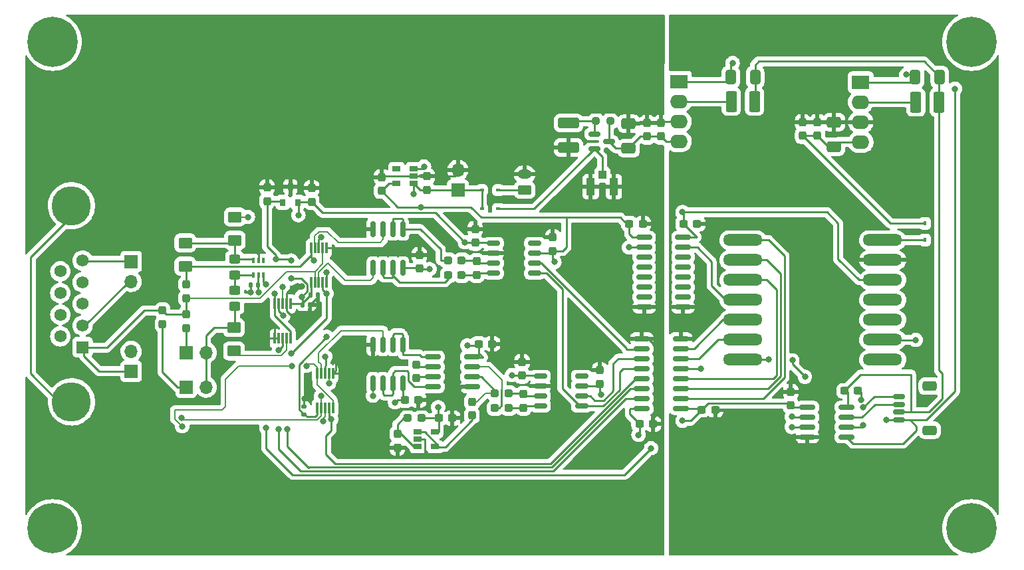
<source format=gbr>
%TF.GenerationSoftware,KiCad,Pcbnew,(6.0.4-0)*%
%TF.CreationDate,2022-07-06T09:33:38-06:00*%
%TF.ProjectId,sq_lockin_v5,73715f6c-6f63-46b6-996e-5f76352e6b69,rev?*%
%TF.SameCoordinates,Original*%
%TF.FileFunction,Copper,L1,Top*%
%TF.FilePolarity,Positive*%
%FSLAX46Y46*%
G04 Gerber Fmt 4.6, Leading zero omitted, Abs format (unit mm)*
G04 Created by KiCad (PCBNEW (6.0.4-0)) date 2022-07-06 09:33:38*
%MOMM*%
%LPD*%
G01*
G04 APERTURE LIST*
G04 Aperture macros list*
%AMRoundRect*
0 Rectangle with rounded corners*
0 $1 Rounding radius*
0 $2 $3 $4 $5 $6 $7 $8 $9 X,Y pos of 4 corners*
0 Add a 4 corners polygon primitive as box body*
4,1,4,$2,$3,$4,$5,$6,$7,$8,$9,$2,$3,0*
0 Add four circle primitives for the rounded corners*
1,1,$1+$1,$2,$3*
1,1,$1+$1,$4,$5*
1,1,$1+$1,$6,$7*
1,1,$1+$1,$8,$9*
0 Add four rect primitives between the rounded corners*
20,1,$1+$1,$2,$3,$4,$5,0*
20,1,$1+$1,$4,$5,$6,$7,0*
20,1,$1+$1,$6,$7,$8,$9,0*
20,1,$1+$1,$8,$9,$2,$3,0*%
G04 Aperture macros list end*
%TA.AperFunction,SMDPad,CuDef*%
%ADD10RoundRect,0.250001X0.624999X-0.462499X0.624999X0.462499X-0.624999X0.462499X-0.624999X-0.462499X0*%
%TD*%
%TA.AperFunction,SMDPad,CuDef*%
%ADD11RoundRect,0.250000X-0.450000X0.325000X-0.450000X-0.325000X0.450000X-0.325000X0.450000X0.325000X0*%
%TD*%
%TA.AperFunction,SMDPad,CuDef*%
%ADD12RoundRect,0.237500X-0.237500X0.287500X-0.237500X-0.287500X0.237500X-0.287500X0.237500X0.287500X0*%
%TD*%
%TA.AperFunction,ComponentPad*%
%ADD13R,1.700000X1.700000*%
%TD*%
%TA.AperFunction,ComponentPad*%
%ADD14O,1.700000X1.700000*%
%TD*%
%TA.AperFunction,SMDPad,CuDef*%
%ADD15RoundRect,0.237500X0.237500X-0.287500X0.237500X0.287500X-0.237500X0.287500X-0.237500X-0.287500X0*%
%TD*%
%TA.AperFunction,SMDPad,CuDef*%
%ADD16R,1.060000X0.650000*%
%TD*%
%TA.AperFunction,ComponentPad*%
%ADD17RoundRect,0.250000X0.625000X-0.350000X0.625000X0.350000X-0.625000X0.350000X-0.625000X-0.350000X0*%
%TD*%
%TA.AperFunction,ComponentPad*%
%ADD18O,1.750000X1.200000*%
%TD*%
%TA.AperFunction,ComponentPad*%
%ADD19C,5.000000*%
%TD*%
%TA.AperFunction,ComponentPad*%
%ADD20R,1.575000X1.575000*%
%TD*%
%TA.AperFunction,ComponentPad*%
%ADD21C,1.575000*%
%TD*%
%TA.AperFunction,SMDPad,CuDef*%
%ADD22R,0.800000X0.900000*%
%TD*%
%TA.AperFunction,SMDPad,CuDef*%
%ADD23RoundRect,0.237500X0.287500X0.237500X-0.287500X0.237500X-0.287500X-0.237500X0.287500X-0.237500X0*%
%TD*%
%TA.AperFunction,SMDPad,CuDef*%
%ADD24RoundRect,0.237500X0.237500X-0.300000X0.237500X0.300000X-0.237500X0.300000X-0.237500X-0.300000X0*%
%TD*%
%TA.AperFunction,SMDPad,CuDef*%
%ADD25RoundRect,0.237500X-0.237500X0.300000X-0.237500X-0.300000X0.237500X-0.300000X0.237500X0.300000X0*%
%TD*%
%TA.AperFunction,SMDPad,CuDef*%
%ADD26RoundRect,0.150000X-0.675000X-0.150000X0.675000X-0.150000X0.675000X0.150000X-0.675000X0.150000X0*%
%TD*%
%TA.AperFunction,SMDPad,CuDef*%
%ADD27RoundRect,0.237500X-0.300000X-0.237500X0.300000X-0.237500X0.300000X0.237500X-0.300000X0.237500X0*%
%TD*%
%TA.AperFunction,SMDPad,CuDef*%
%ADD28RoundRect,0.237500X0.300000X0.237500X-0.300000X0.237500X-0.300000X-0.237500X0.300000X-0.237500X0*%
%TD*%
%TA.AperFunction,SMDPad,CuDef*%
%ADD29RoundRect,0.150000X-0.825000X-0.150000X0.825000X-0.150000X0.825000X0.150000X-0.825000X0.150000X0*%
%TD*%
%TA.AperFunction,SMDPad,CuDef*%
%ADD30R,0.600000X0.450000*%
%TD*%
%TA.AperFunction,SMDPad,CuDef*%
%ADD31RoundRect,0.150000X-0.150000X0.825000X-0.150000X-0.825000X0.150000X-0.825000X0.150000X0.825000X0*%
%TD*%
%TA.AperFunction,SMDPad,CuDef*%
%ADD32RoundRect,0.250001X-0.462499X-1.074999X0.462499X-1.074999X0.462499X1.074999X-0.462499X1.074999X0*%
%TD*%
%TA.AperFunction,SMDPad,CuDef*%
%ADD33RoundRect,0.250000X0.650000X-0.412500X0.650000X0.412500X-0.650000X0.412500X-0.650000X-0.412500X0*%
%TD*%
%TA.AperFunction,ComponentPad*%
%ADD34R,2.250000X1.750000*%
%TD*%
%TA.AperFunction,ComponentPad*%
%ADD35O,2.250000X1.750000*%
%TD*%
%TA.AperFunction,ComponentPad*%
%ADD36C,6.400000*%
%TD*%
%TA.AperFunction,SMDPad,CuDef*%
%ADD37RoundRect,0.150000X0.625000X-0.150000X0.625000X0.150000X-0.625000X0.150000X-0.625000X-0.150000X0*%
%TD*%
%TA.AperFunction,SMDPad,CuDef*%
%ADD38RoundRect,0.250000X0.650000X-0.350000X0.650000X0.350000X-0.650000X0.350000X-0.650000X-0.350000X0*%
%TD*%
%TA.AperFunction,ComponentPad*%
%ADD39O,5.000000X1.500000*%
%TD*%
%TA.AperFunction,SMDPad,CuDef*%
%ADD40RoundRect,0.140000X0.170000X-0.140000X0.170000X0.140000X-0.170000X0.140000X-0.170000X-0.140000X0*%
%TD*%
%TA.AperFunction,SMDPad,CuDef*%
%ADD41RoundRect,0.140000X0.140000X0.170000X-0.140000X0.170000X-0.140000X-0.170000X0.140000X-0.170000X0*%
%TD*%
%TA.AperFunction,SMDPad,CuDef*%
%ADD42R,1.000000X1.050000*%
%TD*%
%TA.AperFunction,SMDPad,CuDef*%
%ADD43R,1.050000X2.200000*%
%TD*%
%TA.AperFunction,SMDPad,CuDef*%
%ADD44R,0.300000X1.400000*%
%TD*%
%TA.AperFunction,SMDPad,CuDef*%
%ADD45R,0.400000X0.650000*%
%TD*%
%TA.AperFunction,SMDPad,CuDef*%
%ADD46RoundRect,0.150000X-0.587500X-0.150000X0.587500X-0.150000X0.587500X0.150000X-0.587500X0.150000X0*%
%TD*%
%TA.AperFunction,SMDPad,CuDef*%
%ADD47RoundRect,0.140000X-0.140000X-0.170000X0.140000X-0.170000X0.140000X0.170000X-0.140000X0.170000X0*%
%TD*%
%TA.AperFunction,SMDPad,CuDef*%
%ADD48RoundRect,0.150000X0.825000X0.150000X-0.825000X0.150000X-0.825000X-0.150000X0.825000X-0.150000X0*%
%TD*%
%TA.AperFunction,SMDPad,CuDef*%
%ADD49RoundRect,0.250000X0.412500X0.650000X-0.412500X0.650000X-0.412500X-0.650000X0.412500X-0.650000X0*%
%TD*%
%TA.AperFunction,SMDPad,CuDef*%
%ADD50RoundRect,0.237500X0.250000X0.237500X-0.250000X0.237500X-0.250000X-0.237500X0.250000X-0.237500X0*%
%TD*%
%TA.AperFunction,SMDPad,CuDef*%
%ADD51RoundRect,0.250000X-1.100000X0.412500X-1.100000X-0.412500X1.100000X-0.412500X1.100000X0.412500X0*%
%TD*%
%TA.AperFunction,SMDPad,CuDef*%
%ADD52R,0.450000X0.600000*%
%TD*%
%TA.AperFunction,ViaPad*%
%ADD53C,0.800000*%
%TD*%
%TA.AperFunction,Conductor*%
%ADD54C,0.250000*%
%TD*%
%TA.AperFunction,Conductor*%
%ADD55C,0.200000*%
%TD*%
G04 APERTURE END LIST*
D10*
%TO.P,R1,1*%
%TO.N,Net-(R1-Pad1)*%
X137200000Y-79300000D03*
%TO.P,R1,2*%
%TO.N,/sheet6256EE2A/out+*%
X137200000Y-76325000D03*
%TD*%
%TO.P,R5,1*%
%TO.N,/Sheet624B5D4E/in+*%
X130900000Y-82600000D03*
%TO.P,R5,2*%
%TO.N,Net-(R1-Pad1)*%
X130900000Y-79625000D03*
%TD*%
%TO.P,R4,1*%
%TO.N,/sheet6256EE2A/out-*%
X137100000Y-93400000D03*
%TO.P,R4,2*%
%TO.N,/I-*%
X137100000Y-90425000D03*
%TD*%
D11*
%TO.P,R2,1*%
%TO.N,Net-(R1-Pad1)*%
X137175000Y-81675000D03*
%TO.P,R2,2*%
%TO.N,Net-(R2-Pad2)*%
X137175000Y-83725000D03*
%TD*%
D12*
%TO.P,R6,1*%
%TO.N,/I+*%
X131000000Y-88750000D03*
%TO.P,R6,2*%
%TO.N,Net-(J6-Pad1)*%
X131000000Y-90500000D03*
%TD*%
D13*
%TO.P,J6,1,Pin_1*%
%TO.N,Net-(J6-Pad1)*%
X131000000Y-93600000D03*
D14*
%TO.P,J6,2,Pin_2*%
%TO.N,/I-*%
X133540000Y-93600000D03*
%TD*%
D15*
%TO.P,C2,1*%
%TO.N,Net-(C2-Pad1)*%
X161700000Y-72900000D03*
%TO.P,C2,2*%
%TO.N,GND*%
X161700000Y-71150000D03*
%TD*%
%TO.P,C3,1*%
%TO.N,+3V3*%
X155900000Y-73000000D03*
%TO.P,C3,2*%
%TO.N,GND*%
X155900000Y-71250000D03*
%TD*%
D16*
%TO.P,U2,1,IN*%
%TO.N,Net-(C2-Pad1)*%
X160000000Y-72050000D03*
%TO.P,U2,2,GND*%
%TO.N,GND*%
X160000000Y-71100000D03*
%TO.P,U2,3,EN*%
%TO.N,Net-(C2-Pad1)*%
X160000000Y-70150000D03*
%TO.P,U2,4,NC*%
%TO.N,unconnected-(U2-Pad4)*%
X157800000Y-70150000D03*
%TO.P,U2,5,OUT*%
%TO.N,+3V3*%
X157800000Y-72050000D03*
%TD*%
D17*
%TO.P,J9,1,+*%
%TO.N,Net-(D2-Pad2)*%
X174100000Y-72900000D03*
D18*
%TO.P,J9,2,-*%
%TO.N,GND*%
X174100000Y-70900000D03*
%TD*%
D13*
%TO.P,J10,1,Pin_1*%
%TO.N,Net-(C2-Pad1)*%
X165600000Y-72900000D03*
D14*
%TO.P,J10,2,Pin_2*%
%TO.N,GND*%
X165600000Y-70360000D03*
%TD*%
D15*
%TO.P,R7,1*%
%TO.N,/I+*%
X131000000Y-86675000D03*
%TO.P,R7,2*%
%TO.N,/Sheet624B5D4E/in+*%
X131000000Y-84925000D03*
%TD*%
D11*
%TO.P,R3,1*%
%TO.N,Net-(R2-Pad2)*%
X137200000Y-85650000D03*
%TO.P,R3,2*%
%TO.N,/I-*%
X137200000Y-87700000D03*
%TD*%
D13*
%TO.P,J11,1,Pin_1*%
%TO.N,Net-(J11-Pad1)*%
X131000000Y-98000000D03*
D14*
%TO.P,J11,2,Pin_2*%
%TO.N,/I-*%
X133540000Y-98000000D03*
%TD*%
D15*
%TO.P,C4,1*%
%TO.N,+3V3*%
X141300000Y-74300000D03*
%TO.P,C4,2*%
%TO.N,GND*%
X141300000Y-72550000D03*
%TD*%
%TO.P,C6,1*%
%TO.N,/vref*%
X147000000Y-74400000D03*
%TO.P,C6,2*%
%TO.N,GND*%
X147000000Y-72650000D03*
%TD*%
D19*
%TO.P,J2,0,PAD*%
%TO.N,unconnected-(J2-Pad0)*%
X116400000Y-74900000D03*
X116400000Y-99900000D03*
D20*
%TO.P,J2,1,1*%
%TO.N,/I+*%
X117820000Y-92920000D03*
D21*
%TO.P,J2,2,2*%
%TO.N,/I-*%
X117820000Y-90160000D03*
%TO.P,J2,3,3*%
%TO.N,unconnected-(J2-Pad3)*%
X117820000Y-87400000D03*
%TO.P,J2,4,4*%
%TO.N,/V+*%
X117820000Y-84640000D03*
%TO.P,J2,5,5*%
%TO.N,/V-*%
X117820000Y-81880000D03*
%TO.P,J2,6,6*%
%TO.N,unconnected-(J2-Pad6)*%
X114980000Y-91540000D03*
%TO.P,J2,7,7*%
%TO.N,unconnected-(J2-Pad7)*%
X114980000Y-88780000D03*
%TO.P,J2,8,8*%
%TO.N,unconnected-(J2-Pad8)*%
X114980000Y-86020000D03*
%TO.P,J2,9,9*%
%TO.N,unconnected-(J2-Pad9)*%
X114980000Y-83260000D03*
%TD*%
D12*
%TO.P,R8,1*%
%TO.N,/I+*%
X128000000Y-88250000D03*
%TO.P,R8,2*%
%TO.N,Net-(J11-Pad1)*%
X128000000Y-90000000D03*
%TD*%
D22*
%TO.P,U3,1,IN*%
%TO.N,+3V3*%
X143320000Y-74475000D03*
%TO.P,U3,2,OUT*%
%TO.N,/vref*%
X145220000Y-74475000D03*
%TO.P,U3,3,GND*%
%TO.N,GND*%
X144270000Y-72475000D03*
%TD*%
D23*
%TO.P,R14,1*%
%TO.N,Net-(C19-Pad1)*%
X166100000Y-83760000D03*
%TO.P,R14,2*%
%TO.N,/Sheet62237673/V+*%
X164350000Y-83760000D03*
%TD*%
D24*
%TO.P,C19,1*%
%TO.N,Net-(C19-Pad1)*%
X168000000Y-83697500D03*
%TO.P,C19,2*%
%TO.N,Net-(C19-Pad2)*%
X168000000Y-81972500D03*
%TD*%
%TO.P,C20,1*%
%TO.N,/vref*%
X167800000Y-79597500D03*
%TO.P,C20,2*%
%TO.N,GND*%
X167800000Y-77872500D03*
%TD*%
D25*
%TO.P,C21,1*%
%TO.N,GND*%
X177700000Y-78922500D03*
%TO.P,C21,2*%
%TO.N,+3V3*%
X177700000Y-80647500D03*
%TD*%
D23*
%TO.P,R13,1*%
%TO.N,Net-(C19-Pad2)*%
X166100000Y-81860000D03*
%TO.P,R13,2*%
%TO.N,/Sheet62237673/V-*%
X164350000Y-81860000D03*
%TD*%
D26*
%TO.P,U15,1,VREF*%
%TO.N,/vref*%
X170125000Y-79675000D03*
%TO.P,U15,2,AGND*%
%TO.N,GND*%
X170125000Y-80945000D03*
%TO.P,U15,3,INN*%
%TO.N,Net-(C19-Pad2)*%
X170125000Y-82215000D03*
%TO.P,U15,4,INP*%
%TO.N,Net-(C19-Pad1)*%
X170125000Y-83485000D03*
%TO.P,U15,5,PD_SCK*%
%TO.N,/Sheet62237673/Clk_in*%
X175375000Y-83485000D03*
%TO.P,U15,6,DOUT*%
%TO.N,/Sheet62237673/Dout*%
X175375000Y-82215000D03*
%TO.P,U15,7,DVDD*%
%TO.N,+3V3*%
X175375000Y-80945000D03*
%TO.P,U15,8,VOUT*%
%TO.N,unconnected-(U15-Pad8)*%
X175375000Y-79675000D03*
%TD*%
D24*
%TO.P,C23,1*%
%TO.N,/vref*%
X173775000Y-96527500D03*
%TO.P,C23,2*%
%TO.N,GND*%
X173775000Y-94802500D03*
%TD*%
%TO.P,C22,1*%
%TO.N,Net-(C22-Pad1)*%
X173975000Y-100627500D03*
%TO.P,C22,2*%
%TO.N,Net-(C22-Pad2)*%
X173975000Y-98902500D03*
%TD*%
D23*
%TO.P,R16,1*%
%TO.N,Net-(C22-Pad1)*%
X172075000Y-100690000D03*
%TO.P,R16,2*%
%TO.N,/sheet624D2E57/V+*%
X170325000Y-100690000D03*
%TD*%
%TO.P,R15,1*%
%TO.N,Net-(C22-Pad2)*%
X172075000Y-98790000D03*
%TO.P,R15,2*%
%TO.N,/sheet624D2E57/V-*%
X170325000Y-98790000D03*
%TD*%
D25*
%TO.P,C24,1*%
%TO.N,GND*%
X183675000Y-95852500D03*
%TO.P,C24,2*%
%TO.N,+3V3*%
X183675000Y-97577500D03*
%TD*%
D26*
%TO.P,U16,1,VREF*%
%TO.N,/vref*%
X176100000Y-96605000D03*
%TO.P,U16,2,AGND*%
%TO.N,GND*%
X176100000Y-97875000D03*
%TO.P,U16,3,INN*%
%TO.N,Net-(C22-Pad2)*%
X176100000Y-99145000D03*
%TO.P,U16,4,INP*%
%TO.N,Net-(C22-Pad1)*%
X176100000Y-100415000D03*
%TO.P,U16,5,PD_SCK*%
%TO.N,/Sheet62237673/Clk_in*%
X181350000Y-100415000D03*
%TO.P,U16,6,DOUT*%
%TO.N,/sheet624D2E57/Dout*%
X181350000Y-99145000D03*
%TO.P,U16,7,DVDD*%
%TO.N,+3V3*%
X181350000Y-97875000D03*
%TO.P,U16,8,VOUT*%
%TO.N,unconnected-(U16-Pad8)*%
X181350000Y-96605000D03*
%TD*%
D13*
%TO.P,J3,1,Pin_1*%
%TO.N,/V-*%
X124000000Y-82000000D03*
D14*
%TO.P,J3,2,Pin_2*%
%TO.N,/I-*%
X124000000Y-84540000D03*
%TD*%
D13*
%TO.P,J4,1,Pin_1*%
%TO.N,/I+*%
X124000000Y-96000000D03*
D14*
%TO.P,J4,2,Pin_2*%
%TO.N,/V+*%
X124000000Y-93460000D03*
%TD*%
D27*
%TO.P,C16,1*%
%TO.N,+3V3*%
X158837500Y-99660000D03*
%TO.P,C16,2*%
%TO.N,GND*%
X160562500Y-99660000D03*
%TD*%
D28*
%TO.P,C17,1*%
%TO.N,GND*%
X169962500Y-92500000D03*
%TO.P,C17,2*%
%TO.N,+3V3*%
X168237500Y-92500000D03*
%TD*%
D12*
%TO.P,R9,1*%
%TO.N,Net-(R9-Pad1)*%
X160300000Y-95125000D03*
%TO.P,R9,2*%
%TO.N,Net-(R9-Pad2)*%
X160300000Y-96875000D03*
%TD*%
D15*
%TO.P,R10,1*%
%TO.N,Net-(R10-Pad1)*%
X167400000Y-101635000D03*
%TO.P,R10,2*%
%TO.N,/sheet624D2E57/V-*%
X167400000Y-99885000D03*
%TD*%
D23*
%TO.P,R11,1*%
%TO.N,+3V3*%
X160975000Y-101960000D03*
%TO.P,R11,2*%
%TO.N,Net-(R11-Pad2)*%
X159225000Y-101960000D03*
%TD*%
D12*
%TO.P,R12,1*%
%TO.N,Net-(R11-Pad2)*%
X157900000Y-103985000D03*
%TO.P,R12,2*%
%TO.N,GND*%
X157900000Y-105735000D03*
%TD*%
D29*
%TO.P,U13,1,-*%
%TO.N,Net-(U12-Pad1)*%
X162425000Y-94155000D03*
%TO.P,U13,2,Rg*%
%TO.N,Net-(R9-Pad1)*%
X162425000Y-95425000D03*
%TO.P,U13,3,Rg*%
%TO.N,Net-(R9-Pad2)*%
X162425000Y-96695000D03*
%TO.P,U13,4,+*%
%TO.N,Net-(U12-Pad6)*%
X162425000Y-97965000D03*
%TO.P,U13,5,Vs-*%
%TO.N,GND*%
X167375000Y-97965000D03*
%TO.P,U13,6,Ref*%
%TO.N,/sheet624D2E57/V-*%
X167375000Y-96695000D03*
%TO.P,U13,7*%
%TO.N,/sheet624D2E57/V+*%
X167375000Y-95425000D03*
%TO.P,U13,8,Vs+*%
%TO.N,+3V3*%
X167375000Y-94155000D03*
%TD*%
D27*
%TO.P,C18,1*%
%TO.N,+3V3*%
X163162500Y-101960000D03*
%TO.P,C18,2*%
%TO.N,GND*%
X164887500Y-101960000D03*
%TD*%
D30*
%TO.P,D1,1,K*%
%TO.N,Net-(C2-Pad1)*%
X168650000Y-75300000D03*
%TO.P,D1,2,A*%
%TO.N,/analog*%
X170750000Y-75300000D03*
%TD*%
%TO.P,D2,1,K*%
%TO.N,Net-(C2-Pad1)*%
X168650000Y-72900000D03*
%TO.P,D2,2,A*%
%TO.N,Net-(D2-Pad2)*%
X170750000Y-72900000D03*
%TD*%
D31*
%TO.P,U11,1*%
%TO.N,/Sheet62237673/V-*%
X158605000Y-77885000D03*
%TO.P,U11,2,-*%
X157335000Y-77885000D03*
%TO.P,U11,3,+*%
%TO.N,/Sheet621A3D16/in-*%
X156065000Y-77885000D03*
%TO.P,U11,4,V-*%
%TO.N,GND*%
X154795000Y-77885000D03*
%TO.P,U11,5,+*%
%TO.N,/Sheet621A3D16/in+*%
X154795000Y-82835000D03*
%TO.P,U11,6,-*%
%TO.N,/Sheet62237673/V+*%
X156065000Y-82835000D03*
%TO.P,U11,7*%
X157335000Y-82835000D03*
%TO.P,U11,8,V+*%
%TO.N,+3V3*%
X158605000Y-82835000D03*
%TD*%
D24*
%TO.P,C15,1*%
%TO.N,+3V3*%
X160700000Y-82922500D03*
%TO.P,C15,2*%
%TO.N,GND*%
X160700000Y-81197500D03*
%TD*%
D31*
%TO.P,U12,1*%
%TO.N,Net-(U12-Pad1)*%
X158605000Y-92585000D03*
%TO.P,U12,2,-*%
X157335000Y-92585000D03*
%TO.P,U12,3,+*%
%TO.N,/Sheet6275CBF8/in-*%
X156065000Y-92585000D03*
%TO.P,U12,4,V-*%
%TO.N,GND*%
X154795000Y-92585000D03*
%TO.P,U12,5,+*%
%TO.N,/Sheet6275CBF8/in+*%
X154795000Y-97535000D03*
%TO.P,U12,6,-*%
%TO.N,Net-(U12-Pad6)*%
X156065000Y-97535000D03*
%TO.P,U12,7*%
X157335000Y-97535000D03*
%TO.P,U12,8,V+*%
%TO.N,+3V3*%
X158605000Y-97535000D03*
%TD*%
D16*
%TO.P,U14,1*%
%TO.N,Net-(R10-Pad1)*%
X160500000Y-103710000D03*
%TO.P,U14,2,V-*%
%TO.N,GND*%
X160500000Y-104660000D03*
%TO.P,U14,3,+*%
%TO.N,Net-(R11-Pad2)*%
X160500000Y-105610000D03*
%TO.P,U14,4,-*%
%TO.N,Net-(R10-Pad1)*%
X162700000Y-105610000D03*
%TO.P,U14,5,V+*%
%TO.N,+3V3*%
X162700000Y-103710000D03*
%TD*%
D32*
%TO.P,L1,1,1*%
%TO.N,Net-(L1-Pad1)*%
X200412500Y-61600000D03*
%TO.P,L1,2,2*%
%TO.N,VD*%
X203387500Y-61600000D03*
%TD*%
D33*
%TO.P,C28,1*%
%TO.N,/power/digital*%
X213500000Y-67362500D03*
%TO.P,C28,2*%
%TO.N,GNDD*%
X213500000Y-64237500D03*
%TD*%
D34*
%TO.P,PS2,1,-Vin*%
%TO.N,GNDPWR*%
X216900000Y-59160000D03*
D35*
%TO.P,PS2,2,+Vin*%
%TO.N,Net-(L2-Pad1)*%
X216900000Y-61700000D03*
%TO.P,PS2,3,0V*%
%TO.N,GNDD*%
X216900000Y-64240000D03*
%TO.P,PS2,4,+Vout*%
%TO.N,/power/digital*%
X216900000Y-66780000D03*
%TD*%
D36*
%TO.P,H2,1*%
%TO.N,N/C*%
X114000000Y-54000000D03*
%TD*%
D37*
%TO.P,J12,1,gnd*%
%TO.N,GNDPWR*%
X221800000Y-102200000D03*
%TO.P,J12,2,VCC*%
%TO.N,VD*%
X221800000Y-101200000D03*
%TO.P,J12,3,SDA*%
%TO.N,Net-(J12-Pad3)*%
X221800000Y-100200000D03*
%TO.P,J12,4,SCL*%
%TO.N,Net-(J12-Pad4)*%
X221800000Y-99200000D03*
D38*
%TO.P,J12,MP*%
%TO.N,N/C*%
X225675000Y-97900000D03*
X225675000Y-103500000D03*
%TD*%
D39*
%TO.P,U5,1,P26*%
%TO.N,Net-(U4-Pad2)*%
X201910000Y-79280000D03*
%TO.P,U5,2,P27*%
%TO.N,Net-(U4-Pad3)*%
X201910000Y-81820000D03*
%TO.P,U5,3,P28*%
%TO.N,Net-(U4-Pad4)*%
X201910000Y-84360000D03*
%TO.P,U5,4,P29*%
%TO.N,Net-(U5-Pad4)*%
X201910000Y-86900000D03*
%TO.P,U5,5,P6*%
%TO.N,Net-(U4-Pad7)*%
X201910000Y-89440000D03*
%TO.P,U5,6,P7*%
%TO.N,Net-(U4-Pad6)*%
X201910000Y-91980000D03*
%TO.P,U5,7,P0*%
%TO.N,/tx*%
X201910000Y-94520000D03*
%TO.P,U5,8,P1*%
%TO.N,/rx*%
X219690000Y-94520000D03*
%TO.P,U5,9,P2*%
%TO.N,Net-(U4-Pad5)*%
X219690000Y-91980000D03*
%TO.P,U5,10,P4*%
%TO.N,unconnected-(U5-Pad10)*%
X219690000Y-89440000D03*
%TO.P,U5,11,P3*%
%TO.N,unconnected-(U5-Pad11)*%
X219690000Y-86900000D03*
%TO.P,U5,12,3V3*%
%TO.N,/MC3.3*%
X219690000Y-84360000D03*
%TO.P,U5,13,GND*%
%TO.N,GNDD*%
X219690000Y-81820000D03*
%TO.P,U5,14,5V*%
%TO.N,+5VD*%
X219690000Y-79280000D03*
%TD*%
D40*
%TO.P,C14,1*%
%TO.N,+3V3*%
X146000000Y-101480000D03*
%TO.P,C14,2*%
%TO.N,GND*%
X146000000Y-100520000D03*
%TD*%
D27*
%TO.P,C10,1*%
%TO.N,+3V3*%
X187437500Y-77200000D03*
%TO.P,C10,2*%
%TO.N,GND*%
X189162500Y-77200000D03*
%TD*%
D41*
%TO.P,C1,1*%
%TO.N,+3V3*%
X140180000Y-85000000D03*
%TO.P,C1,2*%
%TO.N,GND*%
X139220000Y-85000000D03*
%TD*%
D27*
%TO.P,C11,1*%
%TO.N,/MC3.3*%
X194337500Y-77200000D03*
%TO.P,C11,2*%
%TO.N,GNDD*%
X196062500Y-77200000D03*
%TD*%
D42*
%TO.P,J13,1,In*%
%TO.N,/analog*%
X184000000Y-70950000D03*
D43*
%TO.P,J13,2,Ext*%
%TO.N,GND*%
X182525000Y-72475000D03*
X185475000Y-72475000D03*
%TD*%
D44*
%TO.P,U8,1,VCC*%
%TO.N,+3V3*%
X144300000Y-87400000D03*
%TO.P,U8,2*%
%TO.N,GND*%
X143800000Y-87400000D03*
%TO.P,U8,3*%
%TO.N,/sheet6256EE2A/out+*%
X143300000Y-87400000D03*
%TO.P,U8,4*%
%TO.N,/sheet6256EE2A/ctrl+*%
X142800000Y-87400000D03*
%TO.P,U8,5*%
%TO.N,/vref*%
X142300000Y-87400000D03*
%TO.P,U8,6,GND*%
%TO.N,GND*%
X142300000Y-91800000D03*
%TO.P,U8,7*%
X142800000Y-91800000D03*
%TO.P,U8,8*%
%TO.N,/sheet6256EE2A/ctrl+*%
X143300000Y-91800000D03*
%TO.P,U8,9*%
%TO.N,/sheet6256EE2A/out-*%
X143800000Y-91800000D03*
%TO.P,U8,10*%
%TO.N,/vref*%
X144300000Y-91800000D03*
%TD*%
D45*
%TO.P,U1,1*%
%TO.N,unconnected-(U1-Pad1)*%
X140850000Y-81850000D03*
%TO.P,U1,2,GND*%
%TO.N,GND*%
X140200000Y-81850000D03*
%TO.P,U1,3*%
%TO.N,Net-(R1-Pad1)*%
X139550000Y-81850000D03*
%TO.P,U1,4*%
%TO.N,Net-(R2-Pad2)*%
X139550000Y-83750000D03*
%TO.P,U1,5,V+*%
%TO.N,+3V3*%
X140200000Y-83750000D03*
%TO.P,U1,6*%
%TO.N,Net-(J5-Pad1)*%
X140850000Y-83750000D03*
%TD*%
D29*
%TO.P,U6,1,VDD1*%
%TO.N,/MC3.3*%
X210125000Y-100565000D03*
%TO.P,U6,2,VIA*%
%TO.N,/tx*%
X210125000Y-101835000D03*
%TO.P,U6,3,VOB*%
%TO.N,/rx*%
X210125000Y-103105000D03*
%TO.P,U6,4,GND1*%
%TO.N,GNDD*%
X210125000Y-104375000D03*
%TO.P,U6,5,GND2*%
%TO.N,GNDPWR*%
X215075000Y-104375000D03*
%TO.P,U6,6,VIB*%
%TO.N,Net-(J12-Pad4)*%
X215075000Y-103105000D03*
%TO.P,U6,7,VOA*%
%TO.N,Net-(J12-Pad3)*%
X215075000Y-101835000D03*
%TO.P,U6,8,VDD2*%
%TO.N,VD*%
X215075000Y-100565000D03*
%TD*%
D34*
%TO.P,PS1,1,-Vin*%
%TO.N,GNDPWR*%
X193757500Y-59092500D03*
D35*
%TO.P,PS1,2,+Vin*%
%TO.N,Net-(L1-Pad1)*%
X193757500Y-61632500D03*
%TO.P,PS1,3,0V*%
%TO.N,GND*%
X193757500Y-64172500D03*
%TO.P,PS1,4,+Vout*%
%TO.N,Net-(C27-Pad1)*%
X193757500Y-66712500D03*
%TD*%
D27*
%TO.P,C5,1*%
%TO.N,+3V3*%
X188737500Y-102700000D03*
%TO.P,C5,2*%
%TO.N,GND*%
X190462500Y-102700000D03*
%TD*%
D46*
%TO.P,Q1,1,B*%
%TO.N,Net-(C33-Pad1)*%
X182965000Y-65757500D03*
%TO.P,Q1,2,E*%
%TO.N,/analog*%
X182965000Y-67657500D03*
%TO.P,Q1,3,C*%
%TO.N,Net-(C27-Pad1)*%
X184840000Y-66707500D03*
%TD*%
D47*
%TO.P,C12,1*%
%TO.N,+3V3*%
X145820000Y-87500000D03*
%TO.P,C12,2*%
%TO.N,GND*%
X146780000Y-87500000D03*
%TD*%
D48*
%TO.P,U4,1,Vcc1*%
%TO.N,/MC3.3*%
X193975000Y-100745000D03*
%TO.P,U4,2,INA*%
%TO.N,Net-(U4-Pad2)*%
X193975000Y-99475000D03*
%TO.P,U4,3,INB*%
%TO.N,Net-(U4-Pad3)*%
X193975000Y-98205000D03*
%TO.P,U4,4,INC*%
%TO.N,Net-(U4-Pad4)*%
X193975000Y-96935000D03*
%TO.P,U4,5,IND*%
%TO.N,Net-(U4-Pad5)*%
X193975000Y-95665000D03*
%TO.P,U4,6,OUTE*%
%TO.N,Net-(U4-Pad6)*%
X193975000Y-94395000D03*
%TO.P,U4,7,OUTF*%
%TO.N,Net-(U4-Pad7)*%
X193975000Y-93125000D03*
%TO.P,U4,8,GND1*%
%TO.N,GNDD*%
X193975000Y-91855000D03*
%TO.P,U4,9,GND2*%
%TO.N,GND*%
X189025000Y-91855000D03*
%TO.P,U4,10,INF*%
%TO.N,/Sheet62237673/Dout*%
X189025000Y-93125000D03*
%TO.P,U4,11,INE*%
%TO.N,/sheet624D2E57/Dout*%
X189025000Y-94395000D03*
%TO.P,U4,12,OUTD*%
%TO.N,/Sheet62237673/Clk_in*%
X189025000Y-95665000D03*
%TO.P,U4,13,OUTC*%
%TO.N,/sheet624D2E58/ctrl+*%
X189025000Y-96935000D03*
%TO.P,U4,14,OUTB*%
%TO.N,/Sheet624B5D4E/ctrl+*%
X189025000Y-98205000D03*
%TO.P,U4,15,OUTA*%
%TO.N,/sheet6256EE2A/ctrl+*%
X189025000Y-99475000D03*
%TO.P,U4,16,Vcc2*%
%TO.N,+3V3*%
X189025000Y-100745000D03*
%TD*%
D27*
%TO.P,C7,1*%
%TO.N,/MC3.3*%
X196637500Y-100900000D03*
%TO.P,C7,2*%
%TO.N,GNDD*%
X198362500Y-100900000D03*
%TD*%
D36*
%TO.P,H4,1*%
%TO.N,N/C*%
X114000000Y-116000000D03*
%TD*%
D47*
%TO.P,C13,1*%
%TO.N,+3V3*%
X146820000Y-86300000D03*
%TO.P,C13,2*%
%TO.N,GND*%
X147780000Y-86300000D03*
%TD*%
D25*
%TO.P,C32,1*%
%TO.N,GNDD*%
X209500000Y-64237500D03*
%TO.P,C32,2*%
%TO.N,/power/digital*%
X209500000Y-65962500D03*
%TD*%
D49*
%TO.P,C25,1*%
%TO.N,VD*%
X203462500Y-58500000D03*
%TO.P,C25,2*%
%TO.N,GNDPWR*%
X200337500Y-58500000D03*
%TD*%
D50*
%TO.P,R17,1*%
%TO.N,Net-(C27-Pad1)*%
X185015000Y-64107500D03*
%TO.P,R17,2*%
%TO.N,Net-(C33-Pad1)*%
X183190000Y-64107500D03*
%TD*%
D51*
%TO.P,C33,1*%
%TO.N,Net-(C33-Pad1)*%
X179702500Y-64345000D03*
%TO.P,C33,2*%
%TO.N,GND*%
X179702500Y-67470000D03*
%TD*%
D25*
%TO.P,C29,1*%
%TO.N,GND*%
X189702500Y-64345000D03*
%TO.P,C29,2*%
%TO.N,Net-(C27-Pad1)*%
X189702500Y-66070000D03*
%TD*%
D44*
%TO.P,U9,1,VCC*%
%TO.N,+3V3*%
X146900000Y-84700000D03*
%TO.P,U9,2*%
%TO.N,/I+*%
X147400000Y-84700000D03*
%TO.P,U9,3*%
%TO.N,/Sheet621A3D16/in+*%
X147900000Y-84700000D03*
%TO.P,U9,4*%
%TO.N,/Sheet624B5D4E/ctrl+*%
X148400000Y-84700000D03*
%TO.P,U9,5*%
%TO.N,/Sheet624B5D4E/in+*%
X148900000Y-84700000D03*
%TO.P,U9,6,GND*%
%TO.N,GND*%
X148900000Y-80300000D03*
%TO.P,U9,7*%
%TO.N,/I+*%
X148400000Y-80300000D03*
%TO.P,U9,8*%
%TO.N,/Sheet624B5D4E/ctrl+*%
X147900000Y-80300000D03*
%TO.P,U9,9*%
%TO.N,/Sheet621A3D16/in-*%
X147400000Y-80300000D03*
%TO.P,U9,10*%
%TO.N,/Sheet624B5D4E/in+*%
X146900000Y-80300000D03*
%TD*%
D24*
%TO.P,C8,1*%
%TO.N,/MC3.3*%
X208000000Y-100362500D03*
%TO.P,C8,2*%
%TO.N,GNDD*%
X208000000Y-98637500D03*
%TD*%
D36*
%TO.P,H1,1*%
%TO.N,N/C*%
X231000000Y-116000000D03*
%TD*%
D25*
%TO.P,C31,1*%
%TO.N,GND*%
X191502500Y-64345000D03*
%TO.P,C31,2*%
%TO.N,Net-(C27-Pad1)*%
X191502500Y-66070000D03*
%TD*%
D49*
%TO.P,C26,1*%
%TO.N,VD*%
X226962500Y-58500000D03*
%TO.P,C26,2*%
%TO.N,GNDPWR*%
X223837500Y-58500000D03*
%TD*%
D52*
%TO.P,D3,1,K*%
%TO.N,+5VD*%
X225100000Y-79250000D03*
%TO.P,D3,2,A*%
%TO.N,/power/digital*%
X225100000Y-77150000D03*
%TD*%
D44*
%TO.P,U10,1,VCC*%
%TO.N,+3V3*%
X147700000Y-100700000D03*
%TO.P,U10,2*%
%TO.N,/V-*%
X148200000Y-100700000D03*
%TO.P,U10,3*%
%TO.N,/Sheet6275CBF8/in+*%
X148700000Y-100700000D03*
%TO.P,U10,4*%
%TO.N,/sheet624D2E58/ctrl+*%
X149200000Y-100700000D03*
%TO.P,U10,5*%
%TO.N,/V+*%
X149700000Y-100700000D03*
%TO.P,U10,6,GND*%
%TO.N,GND*%
X149700000Y-96300000D03*
%TO.P,U10,7*%
%TO.N,/V-*%
X149200000Y-96300000D03*
%TO.P,U10,8*%
%TO.N,/sheet624D2E58/ctrl+*%
X148700000Y-96300000D03*
%TO.P,U10,9*%
%TO.N,/Sheet6275CBF8/in-*%
X148200000Y-96300000D03*
%TO.P,U10,10*%
%TO.N,/V+*%
X147700000Y-96300000D03*
%TD*%
D32*
%TO.P,L2,1,1*%
%TO.N,Net-(L2-Pad1)*%
X223912500Y-61700000D03*
%TO.P,L2,2,2*%
%TO.N,VD*%
X226887500Y-61700000D03*
%TD*%
D33*
%TO.P,C27,1*%
%TO.N,Net-(C27-Pad1)*%
X187352500Y-67570000D03*
%TO.P,C27,2*%
%TO.N,GND*%
X187352500Y-64445000D03*
%TD*%
D29*
%TO.P,U7,1,Vcc1*%
%TO.N,+3V3*%
X189325000Y-78915000D03*
%TO.P,U7,2,INA*%
%TO.N,Net-(J5-Pad1)*%
X189325000Y-80185000D03*
%TO.P,U7,3,INB*%
%TO.N,unconnected-(U7-Pad3)*%
X189325000Y-81455000D03*
%TO.P,U7,4,INC*%
%TO.N,unconnected-(U7-Pad4)*%
X189325000Y-82725000D03*
%TO.P,U7,5,IND*%
%TO.N,unconnected-(U7-Pad5)*%
X189325000Y-83995000D03*
%TO.P,U7,6,INE*%
%TO.N,unconnected-(U7-Pad6)*%
X189325000Y-85265000D03*
%TO.P,U7,7,INF*%
%TO.N,unconnected-(U7-Pad7)*%
X189325000Y-86535000D03*
%TO.P,U7,8,GND1*%
%TO.N,GND*%
X189325000Y-87805000D03*
%TO.P,U7,9,GND2*%
%TO.N,GNDD*%
X194275000Y-87805000D03*
%TO.P,U7,10,OUTF*%
%TO.N,unconnected-(U7-Pad10)*%
X194275000Y-86535000D03*
%TO.P,U7,11,OUTE*%
%TO.N,unconnected-(U7-Pad11)*%
X194275000Y-85265000D03*
%TO.P,U7,12,OUTD*%
%TO.N,unconnected-(U7-Pad12)*%
X194275000Y-83995000D03*
%TO.P,U7,13,OUTC*%
%TO.N,unconnected-(U7-Pad13)*%
X194275000Y-82725000D03*
%TO.P,U7,14,OUTB*%
%TO.N,unconnected-(U7-Pad14)*%
X194275000Y-81455000D03*
%TO.P,U7,15,OUTA*%
%TO.N,Net-(U5-Pad4)*%
X194275000Y-80185000D03*
%TO.P,U7,16,Vcc2*%
%TO.N,/MC3.3*%
X194275000Y-78915000D03*
%TD*%
D25*
%TO.P,C30,1*%
%TO.N,GNDD*%
X211400000Y-64237500D03*
%TO.P,C30,2*%
%TO.N,/power/digital*%
X211400000Y-65962500D03*
%TD*%
D27*
%TO.P,C9,1*%
%TO.N,VD*%
X214837500Y-98500000D03*
%TO.P,C9,2*%
%TO.N,GNDPWR*%
X216562500Y-98500000D03*
%TD*%
D36*
%TO.P,H3,1*%
%TO.N,N/C*%
X231000000Y-54000000D03*
%TD*%
D53*
%TO.N,GND*%
X164900000Y-99200000D03*
X150600000Y-80700000D03*
X153300000Y-77800000D03*
X146089980Y-99500000D03*
X145600000Y-89700000D03*
X162100000Y-81160000D03*
X139200000Y-85900000D03*
X145700000Y-85200000D03*
X183700000Y-94600000D03*
%TO.N,Net-(C2-Pad1)*%
X160000000Y-73400000D03*
X161300000Y-69900000D03*
%TO.N,/vref*%
X166500000Y-79560000D03*
X172475000Y-96490000D03*
X145300000Y-76100000D03*
X142300000Y-86100000D03*
%TO.N,+3V3*%
X177900000Y-82060000D03*
X183875000Y-98990000D03*
X140200000Y-85900000D03*
X157600000Y-99960000D03*
X188600000Y-104100000D03*
X163100000Y-100560000D03*
X162000000Y-82960000D03*
X145700000Y-86500000D03*
X148905378Y-91605378D03*
X144400000Y-81875500D03*
X144382604Y-84142300D03*
X166800000Y-92700000D03*
X160900000Y-75075500D03*
X142400000Y-81700000D03*
%TO.N,/Sheet624B5D4E/ctrl+*%
X144400000Y-93700000D03*
X148200000Y-78900000D03*
X148900000Y-86100000D03*
X143900000Y-103400000D03*
%TO.N,/Sheet624B5D4E/in+*%
X148900011Y-83400000D03*
X147300000Y-81900000D03*
%TO.N,/sheet624D2E58/ctrl+*%
X149500000Y-102100000D03*
X148712299Y-94112299D03*
%TO.N,/sheet6256EE2A/out+*%
X143312452Y-85212452D03*
X138875000Y-76325000D03*
%TO.N,/sheet6256EE2A/ctrl+*%
X142800000Y-103400000D03*
X142800000Y-93300000D03*
X143400000Y-88900000D03*
%TO.N,/V-*%
X130447018Y-101922420D03*
X149200000Y-97500000D03*
X148155378Y-99144622D03*
%TO.N,/V+*%
X146300000Y-95300000D03*
X144500000Y-95300000D03*
X130500000Y-103000000D03*
%TO.N,/Sheet6275CBF8/in+*%
X148440261Y-102398005D03*
X154800000Y-99100000D03*
%TO.N,Net-(U4-Pad5)*%
X223900000Y-92000000D03*
X196500000Y-95700000D03*
%TO.N,/MC3.3*%
X194200000Y-102300000D03*
X194200000Y-75700000D03*
%TO.N,Net-(J5-Pad1)*%
X141200000Y-103200000D03*
X141150008Y-84950008D03*
X190200000Y-105800000D03*
X187400000Y-80200000D03*
%TO.N,GNDPWR*%
X216983177Y-99624299D03*
X222700000Y-58200000D03*
X220200000Y-102200000D03*
X228900000Y-60000000D03*
X200600000Y-56700000D03*
%TO.N,Net-(J12-Pad4)*%
X217200000Y-100600000D03*
X217200000Y-102900000D03*
%TO.N,/tx*%
X205200000Y-94500000D03*
X209800000Y-96700000D03*
X208200000Y-94600000D03*
X208100000Y-101800000D03*
%TO.N,/rx*%
X208100000Y-103100000D03*
%TD*%
D54*
%TO.N,GND*%
X161700000Y-71150000D02*
X165200000Y-71150000D01*
X161700000Y-71150000D02*
X156000000Y-71150000D01*
X160575000Y-99660000D02*
X161740000Y-99660000D01*
X140200000Y-81850000D02*
X140200000Y-80900000D01*
X139220000Y-85000000D02*
X139220000Y-85880000D01*
X161445001Y-104755001D02*
X161445001Y-106714999D01*
X190800000Y-101600000D02*
X190800000Y-92800000D01*
X166135000Y-97965000D02*
X164900000Y-99200000D01*
X150200000Y-80300000D02*
X150600000Y-80700000D01*
X149700000Y-96300000D02*
X150100000Y-95900000D01*
X146000000Y-99589980D02*
X146089980Y-99500000D01*
X147780000Y-86500000D02*
X147780000Y-86300000D01*
X193757500Y-64172500D02*
X191675000Y-64172500D01*
X160510000Y-104680000D02*
X161370000Y-104680000D01*
X145224614Y-89700000D02*
X145600000Y-89700000D01*
X143800000Y-87400000D02*
X143800000Y-86000000D01*
X141300000Y-72550000D02*
X144195000Y-72550000D01*
X190800000Y-92800000D02*
X189855000Y-91855000D01*
X154795000Y-93560000D02*
X154795000Y-92585000D01*
X167375000Y-97965000D02*
X166135000Y-97965000D01*
X153300000Y-77800000D02*
X154710000Y-77800000D01*
X146000000Y-100520000D02*
X146000000Y-99589980D01*
X165600000Y-70750000D02*
X165200000Y-71150000D01*
X183675000Y-94625000D02*
X183700000Y-94600000D01*
X161370000Y-104680000D02*
X161445001Y-104755001D01*
X146780000Y-87500000D02*
X147780000Y-86500000D01*
X190462500Y-101937500D02*
X190800000Y-101600000D01*
X142800000Y-91800000D02*
X142300000Y-91800000D01*
X139220000Y-85880000D02*
X139200000Y-85900000D01*
X190462500Y-102700000D02*
X190462500Y-101937500D01*
X160700000Y-81185000D02*
X162075000Y-81185000D01*
X144600000Y-85200000D02*
X143800000Y-86000000D01*
X183675000Y-95840000D02*
X183675000Y-94625000D01*
X143800000Y-87400000D02*
X143800000Y-88275386D01*
X150100000Y-95900000D02*
X150100000Y-94700000D01*
X148900000Y-80300000D02*
X150200000Y-80300000D01*
X143800000Y-88275386D02*
X145224614Y-89700000D01*
X145700000Y-85200000D02*
X144600000Y-85200000D01*
X144270000Y-72475000D02*
X146825000Y-72475000D01*
X162075000Y-81185000D02*
X162100000Y-81160000D01*
%TO.N,Net-(C2-Pad1)*%
X160000000Y-72050000D02*
X160000000Y-73400000D01*
X161700000Y-72900000D02*
X160850000Y-72900000D01*
X160850000Y-72900000D02*
X160000000Y-72050000D01*
X160000000Y-70150000D02*
X161050000Y-70150000D01*
X161050000Y-70150000D02*
X161300000Y-69900000D01*
X165500000Y-72900000D02*
X161700000Y-72900000D01*
X168650000Y-75300000D02*
X168650000Y-72900000D01*
X165500000Y-72900000D02*
X168650000Y-72900000D01*
%TO.N,/vref*%
X167800000Y-79610000D02*
X166550000Y-79610000D01*
X166550000Y-79610000D02*
X166500000Y-79560000D01*
X167800000Y-79610000D02*
X170060000Y-79610000D01*
X173775000Y-96540000D02*
X172525000Y-96540000D01*
X173775000Y-96540000D02*
X176035000Y-96540000D01*
X172525000Y-96540000D02*
X172475000Y-96490000D01*
X147000000Y-74400000D02*
X145295000Y-74400000D01*
X148400000Y-75800000D02*
X162740000Y-75800000D01*
X144300000Y-90900000D02*
X142300000Y-88900000D01*
X145300000Y-76100000D02*
X145300000Y-74555000D01*
X142300000Y-87400000D02*
X142300000Y-86100000D01*
X142300000Y-88900000D02*
X142300000Y-87400000D01*
X162740000Y-75800000D02*
X166500000Y-79560000D01*
X147000000Y-74400000D02*
X148400000Y-75800000D01*
X144300000Y-91800000D02*
X144300000Y-90900000D01*
%TO.N,/I-*%
X134575000Y-90425000D02*
X137100000Y-90425000D01*
X133540000Y-93600000D02*
X133540000Y-91460000D01*
X137200000Y-87800000D02*
X137200000Y-90325000D01*
X133540000Y-98000000D02*
X133540000Y-93600000D01*
X118000000Y-90230000D02*
X123690000Y-84540000D01*
X133540000Y-91460000D02*
X134575000Y-90425000D01*
D55*
%TO.N,/I+*%
X140414259Y-86675000D02*
X143789259Y-83300000D01*
X147300000Y-83300000D02*
X147400000Y-83400000D01*
X147400000Y-83300000D02*
X147400000Y-84700000D01*
D54*
X120900000Y-93000000D02*
X125650000Y-88250000D01*
X119950000Y-96000000D02*
X124000000Y-96000000D01*
X125650000Y-88250000D02*
X128000000Y-88250000D01*
X118000000Y-93000000D02*
X118000000Y-94050000D01*
D55*
X148400000Y-82300000D02*
X147400000Y-83300000D01*
D54*
X128500000Y-88750000D02*
X128000000Y-88250000D01*
X118000000Y-93000000D02*
X120900000Y-93000000D01*
X131000000Y-88750000D02*
X128500000Y-88750000D01*
D55*
X143789259Y-83300000D02*
X147300000Y-83300000D01*
X147400000Y-83400000D02*
X147400000Y-84700000D01*
D54*
X131000000Y-88750000D02*
X131000000Y-86700000D01*
X118000000Y-94050000D02*
X119950000Y-96000000D01*
D55*
X148400000Y-80300000D02*
X148400000Y-82300000D01*
X131000000Y-86675000D02*
X140414259Y-86675000D01*
D54*
%TO.N,+3V3*%
X157800000Y-72050000D02*
X156850000Y-72050000D01*
X156850000Y-72050000D02*
X155900000Y-73000000D01*
X177700000Y-80660000D02*
X177700000Y-81860000D01*
X177700000Y-81860000D02*
X177900000Y-82060000D01*
X175375000Y-80945000D02*
X177415000Y-80945000D01*
X181350000Y-97875000D02*
X183390000Y-97875000D01*
X183675000Y-98790000D02*
X183875000Y-98990000D01*
X183675000Y-97590000D02*
X183675000Y-98790000D01*
X179200480Y-76400480D02*
X179200000Y-76400000D01*
X186300480Y-76400480D02*
X179200480Y-76400480D01*
X168800000Y-94200000D02*
X167420000Y-94200000D01*
X158825000Y-99660000D02*
X157900000Y-99660000D01*
X187500000Y-101462500D02*
X188737500Y-102700000D01*
X187400000Y-78500000D02*
X187400000Y-77237500D01*
X161975000Y-82935000D02*
X162000000Y-82960000D01*
X144382604Y-84142300D02*
X145666914Y-84142300D01*
X178940000Y-80660000D02*
X177700000Y-80660000D01*
X157900000Y-99660000D02*
X157600000Y-99960000D01*
X188737500Y-102700000D02*
X188737500Y-103962500D01*
X147700000Y-100700000D02*
X147700000Y-101500000D01*
X141300000Y-80100000D02*
X142400000Y-81200000D01*
X189325000Y-78915000D02*
X187815000Y-78915000D01*
X142400000Y-81200000D02*
X142400000Y-81700000D01*
X146424511Y-85775489D02*
X145700000Y-86500000D01*
X158605000Y-97535000D02*
X158605000Y-99440000D01*
X145820000Y-87500000D02*
X145820000Y-86620000D01*
X167251478Y-75075500D02*
X168575978Y-76400000D01*
X157975500Y-75075500D02*
X160900000Y-75075500D01*
X187100000Y-77200000D02*
X186300480Y-76400480D01*
X158605000Y-82835000D02*
X160600000Y-82835000D01*
X145666914Y-84142300D02*
X146424511Y-84899897D01*
X145365480Y-100852410D02*
X145365480Y-95145276D01*
X146395480Y-101775480D02*
X146100000Y-101480000D01*
X146820000Y-86300000D02*
X145820000Y-87300000D01*
X145820000Y-87300000D02*
X145820000Y-87500000D01*
X155900000Y-73000000D02*
X157975500Y-75075500D01*
X189025000Y-100745000D02*
X187555000Y-100745000D01*
X140180000Y-85000000D02*
X140180000Y-85880000D01*
X187815000Y-78915000D02*
X187400000Y-78500000D01*
X146424511Y-84899897D02*
X146424511Y-85775489D01*
X144300000Y-87400000D02*
X145720000Y-87400000D01*
X168575978Y-76400000D02*
X179200000Y-76400000D01*
X146900000Y-84700000D02*
X146900000Y-86220000D01*
X179400000Y-80200000D02*
X178940000Y-80660000D01*
X147700000Y-101500000D02*
X147424520Y-101775480D01*
X168237500Y-92500000D02*
X168237500Y-93637500D01*
X145365480Y-95145276D02*
X148905378Y-91605378D01*
X163150000Y-101960000D02*
X163150000Y-103710000D01*
X163150000Y-103710000D02*
X163130000Y-103730000D01*
X179200000Y-76400000D02*
X179400000Y-76400000D01*
X145820000Y-86620000D02*
X145700000Y-86500000D01*
X187555000Y-100745000D02*
X187500000Y-100800000D01*
X168237500Y-93637500D02*
X168800000Y-94200000D01*
X163150000Y-101960000D02*
X160975000Y-101960000D01*
X188737500Y-103962500D02*
X188600000Y-104100000D01*
X140180000Y-85000000D02*
X140180000Y-83770000D01*
X145993070Y-101480000D02*
X145365480Y-100852410D01*
X140180000Y-85880000D02*
X140200000Y-85900000D01*
X147424520Y-101775480D02*
X146395480Y-101775480D01*
X187500000Y-100800000D02*
X187500000Y-101462500D01*
X179400000Y-76400000D02*
X179400000Y-80200000D01*
X141300000Y-74300000D02*
X141300000Y-80100000D01*
X160900000Y-75075500D02*
X167251478Y-75075500D01*
X142400000Y-81700000D02*
X144224500Y-81700000D01*
X141300000Y-74300000D02*
X143145000Y-74300000D01*
X160700000Y-82935000D02*
X161975000Y-82935000D01*
X144224500Y-81700000D02*
X144400000Y-81875500D01*
X166800000Y-92700000D02*
X168037500Y-92700000D01*
X163100000Y-100560000D02*
X163100000Y-101910000D01*
%TO.N,/Sheet62237673/V-*%
X158605000Y-77885000D02*
X160850000Y-77885000D01*
X158500000Y-76560000D02*
X158605000Y-76665000D01*
X163435000Y-81860000D02*
X164350000Y-81860000D01*
X157335000Y-76525000D02*
X157370000Y-76560000D01*
X157370000Y-76560000D02*
X158500000Y-76560000D01*
X158605000Y-76665000D02*
X158605000Y-77885000D01*
X163435000Y-80470000D02*
X163435000Y-81860000D01*
X160850000Y-77885000D02*
X163435000Y-80470000D01*
X157335000Y-77885000D02*
X157335000Y-76525000D01*
%TO.N,/Sheet62237673/V+*%
X157335000Y-83925000D02*
X157335000Y-82835000D01*
X158185000Y-84660000D02*
X163925000Y-84660000D01*
X157335000Y-82835000D02*
X157335000Y-83810000D01*
X163925000Y-84660000D02*
X164350000Y-84235000D01*
X157200000Y-84060000D02*
X157335000Y-83925000D01*
X156065000Y-82835000D02*
X156065000Y-83925000D01*
X164350000Y-84235000D02*
X164350000Y-83760000D01*
X156200000Y-84060000D02*
X157200000Y-84060000D01*
X157335000Y-83810000D02*
X158185000Y-84660000D01*
X156065000Y-83925000D02*
X156200000Y-84060000D01*
%TO.N,VD*%
X226887500Y-61700000D02*
X226887500Y-58575000D01*
X226962500Y-58500000D02*
X224962500Y-56500000D01*
X223300000Y-96400000D02*
X223300000Y-101200000D01*
X216900000Y-96400000D02*
X223300000Y-96400000D01*
X214837500Y-98462500D02*
X216900000Y-96400000D01*
X215237500Y-98600000D02*
X215237500Y-100402500D01*
X224962500Y-56500000D02*
X203900000Y-56500000D01*
X222700000Y-101200000D02*
X223300000Y-101200000D01*
X203900000Y-56500000D02*
X203462500Y-56937500D01*
X225600000Y-101200000D02*
X227300000Y-99500000D01*
X226862500Y-95862500D02*
X226862500Y-61725000D01*
X203462500Y-56937500D02*
X203462500Y-58500000D01*
X222700000Y-101200000D02*
X225600000Y-101200000D01*
X227300000Y-96300000D02*
X226862500Y-95862500D01*
X203462500Y-58500000D02*
X203462500Y-61525000D01*
X227300000Y-99500000D02*
X227300000Y-96300000D01*
X221625000Y-101200000D02*
X222700000Y-101200000D01*
%TO.N,/Sheet624B5D4E/ctrl+*%
X148400000Y-84700000D02*
X148400000Y-85600000D01*
X146612500Y-108287500D02*
X143900000Y-105575000D01*
X148900000Y-89200000D02*
X148900000Y-86100000D01*
X148200000Y-78900000D02*
X147900000Y-79200000D01*
X143900000Y-105575000D02*
X143900000Y-103400000D01*
X144400000Y-93700000D02*
X148900000Y-89200000D01*
X189025000Y-98205000D02*
X187602153Y-98205000D01*
X187602153Y-98205000D02*
X177583121Y-108224031D01*
X147900000Y-79200000D02*
X147900000Y-80300000D01*
X177583121Y-108224031D02*
X146675969Y-108224031D01*
X148400000Y-85600000D02*
X148900000Y-86100000D01*
X146675969Y-108224031D02*
X146612500Y-108287500D01*
%TO.N,/Sheet624B5D4E/in+*%
X148900000Y-83400011D02*
X148900011Y-83400000D01*
X146900000Y-80300000D02*
X146900000Y-81500000D01*
X148900000Y-84700000D02*
X148900000Y-83400011D01*
X145500000Y-82600000D02*
X146900000Y-81200000D01*
X146900000Y-81500000D02*
X147300000Y-81900000D01*
X146900000Y-81200000D02*
X146900000Y-80300000D01*
X131000000Y-84950000D02*
X131000000Y-82700000D01*
X130900000Y-82600000D02*
X145500000Y-82600000D01*
D55*
%TO.N,/sheet624D2E57/V+*%
X167375000Y-95425000D02*
X169525000Y-95425000D01*
X169525000Y-95425000D02*
X171200000Y-97100000D01*
X171200000Y-98294510D02*
X171175010Y-98319500D01*
D54*
X170325000Y-100690000D02*
X170850000Y-100690000D01*
X171175010Y-100364990D02*
X171175010Y-98319500D01*
X170850000Y-100690000D02*
X171175010Y-100364990D01*
D55*
X171200000Y-97100000D02*
X171200000Y-98294510D01*
D54*
%TO.N,/sheet624D2E58/ctrl+*%
X148800000Y-104200000D02*
X149500000Y-103500000D01*
X177396924Y-107774511D02*
X149999511Y-107774511D01*
X149200000Y-101800000D02*
X149500000Y-102100000D01*
X148772065Y-94172065D02*
X148712299Y-94112299D01*
X188236435Y-96935000D02*
X177396924Y-107774511D01*
X148800000Y-106600000D02*
X148800000Y-104200000D01*
X148700000Y-96300000D02*
X148700000Y-95350000D01*
X148700000Y-95350000D02*
X148772065Y-95277935D01*
X149999511Y-107774511D02*
X148825000Y-106600000D01*
X149500000Y-103500000D02*
X149500000Y-102100000D01*
X148772065Y-95277935D02*
X148772065Y-94172065D01*
X149200000Y-100700000D02*
X149200000Y-101800000D01*
D55*
%TO.N,/Sheet621A3D16/in+*%
X154795000Y-84105000D02*
X154500000Y-84400000D01*
X147900000Y-84700000D02*
X147900000Y-83365006D01*
X147900000Y-83365006D02*
X149065006Y-82200000D01*
X154795000Y-82835000D02*
X154795000Y-84105000D01*
X154500000Y-84400000D02*
X151265006Y-84400000D01*
X151265006Y-84400000D02*
X149065006Y-82200000D01*
%TO.N,/Sheet621A3D16/in-*%
X156100000Y-78260717D02*
X156100000Y-79200000D01*
X147349511Y-78761230D02*
X147349511Y-80400000D01*
X155700000Y-79600000D02*
X150400000Y-79600000D01*
X149000000Y-78200000D02*
X147910741Y-78200000D01*
X156100000Y-79200000D02*
X155700000Y-79600000D01*
X147910741Y-78200000D02*
X147349511Y-78761230D01*
X150400000Y-79600000D02*
X149000000Y-78200000D01*
%TO.N,/sheet6256EE2A/out+*%
X143300000Y-85600000D02*
X143312452Y-85587548D01*
X143300000Y-85600000D02*
X143300000Y-87400000D01*
X143312452Y-85587548D02*
X143312452Y-85212452D01*
X137200000Y-76325000D02*
X138875000Y-76325000D01*
X143300000Y-85265655D02*
X143300000Y-85600000D01*
%TO.N,/sheet6256EE2A/out-*%
X143800000Y-93289259D02*
X143089748Y-93999511D01*
X143089748Y-93999511D02*
X137699511Y-93999511D01*
X143800000Y-91800000D02*
X143800000Y-93289259D01*
D54*
%TO.N,/sheet6256EE2A/ctrl+*%
X189025000Y-99475000D02*
X186967871Y-99475000D01*
X142800000Y-87400000D02*
X142800000Y-88300000D01*
X177769318Y-108673551D02*
X173500000Y-108673551D01*
X186967871Y-99475000D02*
X177769318Y-108673551D01*
X143300000Y-91800000D02*
X143300000Y-92800000D01*
X142800000Y-88300000D02*
X143400000Y-88900000D01*
X145586540Y-108737020D02*
X142800000Y-105950480D01*
X173436531Y-108737020D02*
X145586540Y-108737020D01*
X143300000Y-92800000D02*
X142800000Y-93300000D01*
X173500000Y-108673551D02*
X173436531Y-108737020D01*
X142800000Y-105950480D02*
X142800000Y-103400000D01*
D55*
%TO.N,/V-*%
X148200000Y-101649022D02*
X147649022Y-102200000D01*
D54*
X118000000Y-81920000D02*
X123920000Y-81920000D01*
D55*
X147649022Y-102200000D02*
X130724598Y-102200000D01*
X149200000Y-96300000D02*
X149200000Y-97500000D01*
X130724598Y-102200000D02*
X130447018Y-101922420D01*
X148200000Y-100700000D02*
X148200000Y-101649022D01*
X148155378Y-99144622D02*
X148155378Y-100655378D01*
%TO.N,/V+*%
X144500000Y-95300000D02*
X137700000Y-95300000D01*
X147700000Y-95500000D02*
X147300000Y-95100000D01*
X147700000Y-97700000D02*
X147700000Y-96300000D01*
X135600000Y-100900000D02*
X129600000Y-100900000D01*
X147300000Y-95100000D02*
X146500000Y-95100000D01*
X149700000Y-99700000D02*
X147700000Y-97700000D01*
X129600000Y-100900000D02*
X129600000Y-102100000D01*
X147700000Y-96300000D02*
X147700000Y-95500000D01*
X149700000Y-100700000D02*
X149700000Y-99700000D01*
X146500000Y-95100000D02*
X146300000Y-95300000D01*
X137700000Y-95300000D02*
X136000000Y-97000000D01*
X136000000Y-100500000D02*
X135600000Y-100900000D01*
X136000000Y-97000000D02*
X136000000Y-100500000D01*
X129600000Y-102100000D02*
X130500000Y-103000000D01*
D54*
%TO.N,Net-(J6-Pad1)*%
X131000000Y-93500000D02*
X131000000Y-90500000D01*
D55*
%TO.N,/Sheet6275CBF8/in+*%
X148700000Y-100700000D02*
X148700000Y-101800000D01*
X148700000Y-101800000D02*
X148440261Y-102059739D01*
X148440261Y-102059739D02*
X148440261Y-102398005D01*
X154795000Y-97535000D02*
X154795000Y-99095000D01*
X154795000Y-99095000D02*
X154800000Y-99100000D01*
%TO.N,/Sheet6275CBF8/in-*%
X150700000Y-90800000D02*
X156100000Y-90800000D01*
X148200000Y-95100000D02*
X147900000Y-94800000D01*
X147900000Y-94800000D02*
X147900000Y-93600000D01*
X147900000Y-93600000D02*
X150700000Y-90800000D01*
X156100000Y-90800000D02*
X156100000Y-92550000D01*
X148200000Y-96300000D02*
X148200000Y-95100000D01*
D54*
%TO.N,Net-(D2-Pad2)*%
X173225000Y-72900000D02*
X170750000Y-72900000D01*
X174100000Y-72900000D02*
X173225000Y-72900000D01*
%TO.N,Net-(R1-Pad1)*%
X137175000Y-81675000D02*
X139375000Y-81675000D01*
X130900000Y-79625000D02*
X136875000Y-79625000D01*
X137200000Y-79300000D02*
X137200000Y-82100000D01*
X139375000Y-81675000D02*
X139550000Y-81850000D01*
%TO.N,Net-(R2-Pad2)*%
X137175000Y-83725000D02*
X137175000Y-85725000D01*
X137175000Y-83725000D02*
X139525000Y-83725000D01*
%TO.N,Net-(R9-Pad1)*%
X162425000Y-95425000D02*
X160600000Y-95425000D01*
%TO.N,Net-(R10-Pad1)*%
X161370000Y-103730000D02*
X163130000Y-105490000D01*
X163110000Y-105610000D02*
X163130000Y-105630000D01*
X163990000Y-105630000D02*
X167400000Y-102220000D01*
X163130000Y-105630000D02*
X163990000Y-105630000D01*
X160510000Y-103730000D02*
X161370000Y-103730000D01*
X167400000Y-102160000D02*
X167400000Y-101635000D01*
X162700000Y-105610000D02*
X163110000Y-105610000D01*
X167400000Y-102220000D02*
X167400000Y-102160000D01*
X163130000Y-105490000D02*
X163130000Y-105630000D01*
%TO.N,Net-(R11-Pad2)*%
X157900000Y-103985000D02*
X158375000Y-103985000D01*
X160020000Y-105630000D02*
X160510000Y-105630000D01*
X158375000Y-103985000D02*
X160020000Y-105630000D01*
X157900000Y-102760000D02*
X158700000Y-101960000D01*
X158700000Y-101960000D02*
X159225000Y-101960000D01*
X157900000Y-103985000D02*
X157900000Y-102760000D01*
%TO.N,/Sheet62237673/Clk_in*%
X181123928Y-100415000D02*
X178900000Y-98191072D01*
X176885000Y-83485000D02*
X175375000Y-83485000D01*
X178900000Y-85500000D02*
X176885000Y-83485000D01*
X186635000Y-95665000D02*
X189025000Y-95665000D01*
X181350000Y-100415000D02*
X184120718Y-100415000D01*
X184120718Y-100415000D02*
X186200000Y-98335718D01*
X186200000Y-96100000D02*
X186635000Y-95665000D01*
X186200000Y-98335718D02*
X186200000Y-96100000D01*
X178900000Y-98191072D02*
X178900000Y-85500000D01*
%TO.N,/sheet624D2E57/Dout*%
X185400000Y-95000000D02*
X186005000Y-94395000D01*
X185400000Y-98500000D02*
X185400000Y-95000000D01*
X184185489Y-99714511D02*
X185400000Y-98500000D01*
X186005000Y-94395000D02*
X189025000Y-94395000D01*
X181350000Y-99145000D02*
X182445000Y-99145000D01*
X183014511Y-99714511D02*
X184185489Y-99714511D01*
X182445000Y-99145000D02*
X183014511Y-99714511D01*
%TO.N,/Sheet62237673/Dout*%
X187100000Y-93200000D02*
X188950000Y-93200000D01*
X176250717Y-82215000D02*
X187100000Y-93064283D01*
X187100000Y-93064283D02*
X187100000Y-93200000D01*
X175375000Y-82215000D02*
X176250717Y-82215000D01*
%TO.N,Net-(U4-Pad2)*%
X205180000Y-79280000D02*
X207200000Y-81300000D01*
X204496434Y-99475000D02*
X193975000Y-99475000D01*
X207200000Y-81300000D02*
X207200000Y-96771434D01*
X203180000Y-79280000D02*
X205180000Y-79280000D01*
X207200000Y-96771434D02*
X204496434Y-99475000D01*
%TO.N,Net-(U4-Pad3)*%
X204920000Y-81820000D02*
X203180000Y-81820000D01*
X205130717Y-98205000D02*
X206700000Y-96635717D01*
X206700000Y-83600000D02*
X204920000Y-81820000D01*
X193975000Y-98205000D02*
X205130717Y-98205000D01*
X206700000Y-96635717D02*
X206700000Y-83600000D01*
%TO.N,Net-(U4-Pad4)*%
X205765000Y-96935000D02*
X206200000Y-96500000D01*
X206200000Y-96500000D02*
X206200000Y-85600000D01*
X193975000Y-96935000D02*
X205765000Y-96935000D01*
X206200000Y-85600000D02*
X204960000Y-84360000D01*
X204960000Y-84360000D02*
X203180000Y-84360000D01*
%TO.N,Net-(U4-Pad5)*%
X223900000Y-92000000D02*
X218440000Y-92000000D01*
X193975000Y-95665000D02*
X196465000Y-95665000D01*
X196465000Y-95665000D02*
X196500000Y-95700000D01*
%TO.N,Net-(U4-Pad6)*%
X193975000Y-94395000D02*
X196305000Y-94395000D01*
X196305000Y-94395000D02*
X198720000Y-91980000D01*
X198720000Y-91980000D02*
X203180000Y-91980000D01*
%TO.N,Net-(U4-Pad7)*%
X199360000Y-89440000D02*
X203180000Y-89440000D01*
X193975000Y-93125000D02*
X195675000Y-93125000D01*
X195675000Y-93125000D02*
X199360000Y-89440000D01*
%TO.N,Net-(U5-Pad4)*%
X196085000Y-80185000D02*
X197900000Y-82000000D01*
X197900000Y-85100000D02*
X199700000Y-86900000D01*
X194275000Y-80185000D02*
X196085000Y-80185000D01*
X197900000Y-82000000D02*
X197900000Y-85100000D01*
%TO.N,Net-(L1-Pad1)*%
X193757500Y-61632500D02*
X200380000Y-61632500D01*
%TO.N,/MC3.3*%
X195237500Y-102300000D02*
X196637500Y-100900000D01*
X195985000Y-78915000D02*
X196000000Y-78900000D01*
X210125000Y-100565000D02*
X208202500Y-100565000D01*
X212600000Y-75700000D02*
X194200000Y-75700000D01*
X216660000Y-84360000D02*
X214000000Y-81700000D01*
X196000000Y-78862500D02*
X194337500Y-77200000D01*
X197437020Y-100100480D02*
X207737980Y-100100480D01*
X193975000Y-100745000D02*
X196482500Y-100745000D01*
X194275000Y-78915000D02*
X195985000Y-78915000D01*
X194337500Y-77200000D02*
X194337500Y-75837500D01*
X194200000Y-102300000D02*
X195237500Y-102300000D01*
X196000000Y-78900000D02*
X196000000Y-78862500D01*
X214000000Y-81700000D02*
X214000000Y-77100000D01*
X214000000Y-77100000D02*
X212600000Y-75700000D01*
X194337500Y-75837500D02*
X194200000Y-75700000D01*
X218420000Y-84360000D02*
X216660000Y-84360000D01*
X196637500Y-100900000D02*
X197437020Y-100100480D01*
%TO.N,/power/digital*%
X209500000Y-65962500D02*
X211400000Y-65962500D01*
X214082500Y-66780000D02*
X213500000Y-67362500D01*
X212800000Y-67362500D02*
X211400000Y-65962500D01*
X209500000Y-65962500D02*
X220687500Y-77150000D01*
X220687500Y-77150000D02*
X225100000Y-77150000D01*
X216900000Y-66780000D02*
X214082500Y-66780000D01*
%TO.N,+5VD*%
X225100000Y-79250000D02*
X218450000Y-79250000D01*
%TO.N,unconnected-(J2-Pad0)*%
X114871573Y-99960000D02*
X111200000Y-96288427D01*
X111200000Y-81460000D02*
X117700000Y-74960000D01*
X111200000Y-96288427D02*
X111200000Y-81460000D01*
%TO.N,Net-(J5-Pad1)*%
X141200000Y-103200000D02*
X141200000Y-105800000D01*
X140850000Y-83750000D02*
X140850000Y-84650000D01*
X140850000Y-84650000D02*
X141150008Y-84950008D01*
X189325000Y-80185000D02*
X187415000Y-80185000D01*
X186813460Y-109186540D02*
X144586540Y-109186540D01*
X144586540Y-109186540D02*
X141200000Y-105800000D01*
X190200000Y-105800000D02*
X186813460Y-109186540D01*
X187415000Y-80185000D02*
X187400000Y-80200000D01*
%TO.N,Net-(J11-Pad1)*%
X128000000Y-90000000D02*
X128000000Y-96100000D01*
X129900000Y-98000000D02*
X131000000Y-98000000D01*
X128000000Y-96100000D02*
X129900000Y-98000000D01*
%TO.N,GNDPWR*%
X220200000Y-102200000D02*
X221625000Y-102200000D01*
X199745000Y-59092500D02*
X193757500Y-59092500D01*
X222300000Y-105200000D02*
X215900000Y-105200000D01*
X224000000Y-103000000D02*
X224000000Y-103500000D01*
X215900000Y-105200000D02*
X215075000Y-104375000D01*
X216962500Y-99603622D02*
X216983177Y-99624299D01*
X223200000Y-102200000D02*
X224000000Y-103000000D01*
X224000000Y-103500000D02*
X222300000Y-105200000D01*
X200337500Y-56962500D02*
X200600000Y-56700000D01*
X228900000Y-98535718D02*
X228900000Y-60000000D01*
X222700000Y-58200000D02*
X223537500Y-58200000D01*
X221625000Y-102200000D02*
X223200000Y-102200000D01*
X223200000Y-102200000D02*
X225235718Y-102200000D01*
X216962500Y-98600000D02*
X216962500Y-99603622D01*
X223177500Y-59160000D02*
X216900000Y-59160000D01*
X200337500Y-58500000D02*
X199745000Y-59092500D01*
X225235718Y-102200000D02*
X228900000Y-98535718D01*
X200337500Y-58500000D02*
X200337500Y-56962500D01*
X223837500Y-58500000D02*
X223177500Y-59160000D01*
%TO.N,Net-(J12-Pad3)*%
X218700000Y-100200000D02*
X221625000Y-100200000D01*
X217065000Y-101835000D02*
X218700000Y-100200000D01*
X215075000Y-101835000D02*
X217065000Y-101835000D01*
%TO.N,Net-(J12-Pad4)*%
X221625000Y-99200000D02*
X218600000Y-99200000D01*
X218600000Y-99200000D02*
X217200000Y-100600000D01*
X216995000Y-103105000D02*
X217200000Y-102900000D01*
X215075000Y-103105000D02*
X216995000Y-103105000D01*
%TO.N,Net-(R9-Pad2)*%
X162425000Y-96695000D02*
X160480000Y-96695000D01*
%TO.N,Net-(L2-Pad1)*%
X223912500Y-61700000D02*
X216900000Y-61700000D01*
%TO.N,/analog*%
X182965000Y-67657500D02*
X184000000Y-68692500D01*
X184000000Y-68692500D02*
X184000000Y-71150000D01*
X175322500Y-75300000D02*
X182965000Y-67657500D01*
X170750000Y-75300000D02*
X175322500Y-75300000D01*
%TO.N,Net-(C19-Pad1)*%
X166100000Y-83760000D02*
X167950000Y-83760000D01*
X170125000Y-83485000D02*
X168225000Y-83485000D01*
%TO.N,Net-(C19-Pad2)*%
X166100000Y-81860000D02*
X167900000Y-81860000D01*
X170125000Y-82215000D02*
X168255000Y-82215000D01*
%TO.N,Net-(C22-Pad1)*%
X176100000Y-100415000D02*
X174200000Y-100415000D01*
X172075000Y-100690000D02*
X173925000Y-100690000D01*
%TO.N,Net-(C22-Pad2)*%
X172075000Y-98790000D02*
X173875000Y-98790000D01*
X176100000Y-99145000D02*
X174230000Y-99145000D01*
%TO.N,Net-(C27-Pad1)*%
X184840000Y-66707500D02*
X184840000Y-64282500D01*
X187352500Y-67570000D02*
X185702500Y-67570000D01*
X192145000Y-66712500D02*
X191502500Y-66070000D01*
X188852500Y-66070000D02*
X187352500Y-67570000D01*
X193757500Y-66712500D02*
X192145000Y-66712500D01*
X185702500Y-67570000D02*
X184840000Y-66707500D01*
X191502500Y-66070000D02*
X189702500Y-66070000D01*
X189702500Y-66070000D02*
X188852500Y-66070000D01*
%TO.N,Net-(C33-Pad1)*%
X183190000Y-64107500D02*
X179940000Y-64107500D01*
X182965000Y-65757500D02*
X182965000Y-64332500D01*
%TO.N,/tx*%
X210125000Y-101835000D02*
X208135000Y-101835000D01*
X208135000Y-101835000D02*
X208100000Y-101800000D01*
X208200000Y-95100000D02*
X209800000Y-96700000D01*
X208200000Y-94600000D02*
X208200000Y-95100000D01*
X205180000Y-94520000D02*
X205200000Y-94500000D01*
X203180000Y-94520000D02*
X205180000Y-94520000D01*
%TO.N,/rx*%
X208105000Y-103105000D02*
X208100000Y-103100000D01*
X210125000Y-103105000D02*
X208105000Y-103105000D01*
%TO.N,Net-(U12-Pad1)*%
X158605000Y-92585000D02*
X158605000Y-93865000D01*
X158605000Y-91365000D02*
X158605000Y-92585000D01*
X160715000Y-93865000D02*
X161005000Y-94155000D01*
X157500000Y-91160000D02*
X158400000Y-91160000D01*
X157335000Y-91325000D02*
X157500000Y-91160000D01*
X157335000Y-92585000D02*
X157335000Y-91325000D01*
X158605000Y-93865000D02*
X160715000Y-93865000D01*
X162425000Y-94155000D02*
X161005000Y-94155000D01*
X158400000Y-91160000D02*
X158605000Y-91365000D01*
%TO.N,Net-(U12-Pad6)*%
X162425000Y-97965000D02*
X160065000Y-97965000D01*
X157600000Y-95960000D02*
X157335000Y-96225000D01*
X157335000Y-96225000D02*
X157335000Y-97535000D01*
X157335000Y-98925000D02*
X157335000Y-97535000D01*
X156200000Y-99060000D02*
X157200000Y-99060000D01*
X159160000Y-95960000D02*
X157600000Y-95960000D01*
X156065000Y-98925000D02*
X156200000Y-99060000D01*
X157200000Y-99060000D02*
X157335000Y-98925000D01*
X159300000Y-97200000D02*
X159300000Y-96100000D01*
X156065000Y-97535000D02*
X156065000Y-98925000D01*
X159300000Y-96100000D02*
X159160000Y-95960000D01*
X160065000Y-97965000D02*
X159300000Y-97200000D01*
%TO.N,/sheet624D2E57/V-*%
X168595000Y-96695000D02*
X170325000Y-98425000D01*
X170325000Y-98425000D02*
X170325000Y-98790000D01*
X167375000Y-96695000D02*
X168595000Y-96695000D01*
D55*
X169110000Y-98790000D02*
X170325000Y-98790000D01*
X167400000Y-99885000D02*
X168015000Y-99885000D01*
X168015000Y-99885000D02*
X169110000Y-98790000D01*
%TD*%
%TA.AperFunction,Conductor*%
%TO.N,GND*%
G36*
X191872395Y-50528502D02*
G01*
X191918888Y-50582158D01*
X191930274Y-50634556D01*
X191924681Y-63174023D01*
X191904649Y-63242135D01*
X191850972Y-63288604D01*
X191792258Y-63299803D01*
X191786322Y-63299500D01*
X191774615Y-63299500D01*
X191759376Y-63303975D01*
X191758171Y-63305365D01*
X191756500Y-63313048D01*
X191756500Y-64473000D01*
X191736498Y-64541121D01*
X191682842Y-64587614D01*
X191630500Y-64599000D01*
X188818615Y-64599000D01*
X188803376Y-64603475D01*
X188797657Y-64610075D01*
X188769253Y-64662094D01*
X188706941Y-64696120D01*
X188680156Y-64699000D01*
X187624615Y-64699000D01*
X187609376Y-64703475D01*
X187608171Y-64704865D01*
X187606500Y-64712548D01*
X187606500Y-65597384D01*
X187610975Y-65612623D01*
X187612365Y-65613828D01*
X187620048Y-65615499D01*
X188049595Y-65615499D01*
X188056114Y-65615162D01*
X188099405Y-65610670D01*
X188169226Y-65623535D01*
X188221008Y-65672106D01*
X188238310Y-65740962D01*
X188215639Y-65808242D01*
X188201503Y-65825092D01*
X187664500Y-66362095D01*
X187602188Y-66396121D01*
X187575405Y-66399000D01*
X186652100Y-66399000D01*
X186648854Y-66399337D01*
X186648850Y-66399337D01*
X186553192Y-66409262D01*
X186553188Y-66409263D01*
X186546334Y-66409974D01*
X186539798Y-66412155D01*
X186539796Y-66412155D01*
X186412127Y-66454749D01*
X186378554Y-66465950D01*
X186372322Y-66469806D01*
X186372323Y-66469806D01*
X186271550Y-66532166D01*
X186203098Y-66551004D01*
X186135328Y-66529843D01*
X186089757Y-66475402D01*
X186083124Y-66453651D01*
X186083062Y-66453669D01*
X186081694Y-66448959D01*
X186081686Y-66448934D01*
X186044204Y-66319916D01*
X186038857Y-66301512D01*
X186038856Y-66301510D01*
X186036645Y-66293899D01*
X185978697Y-66195914D01*
X185955991Y-66157520D01*
X185955989Y-66157517D01*
X185951953Y-66150693D01*
X185834307Y-66033047D01*
X185827483Y-66029011D01*
X185827480Y-66029009D01*
X185697927Y-65952392D01*
X185697928Y-65952392D01*
X185691101Y-65948355D01*
X185683491Y-65946144D01*
X185683486Y-65946142D01*
X185564348Y-65911530D01*
X185504512Y-65873317D01*
X185474834Y-65808821D01*
X185473500Y-65790533D01*
X185473500Y-65152679D01*
X185493502Y-65084558D01*
X185547158Y-65038065D01*
X185559622Y-65033156D01*
X185576665Y-65027470D01*
X185583607Y-65025154D01*
X185731531Y-64933616D01*
X185739710Y-64925422D01*
X185742273Y-64924020D01*
X185742441Y-64923887D01*
X185742464Y-64923916D01*
X185801995Y-64891343D01*
X185872815Y-64896348D01*
X185929687Y-64938846D01*
X185954210Y-65001438D01*
X185954757Y-65006706D01*
X185957649Y-65020100D01*
X186009088Y-65174284D01*
X186015261Y-65187462D01*
X186100563Y-65325307D01*
X186109599Y-65336708D01*
X186224329Y-65451239D01*
X186235740Y-65460251D01*
X186373743Y-65545316D01*
X186386924Y-65551463D01*
X186541210Y-65602638D01*
X186554586Y-65605505D01*
X186648938Y-65615172D01*
X186655354Y-65615500D01*
X187080385Y-65615500D01*
X187095624Y-65611025D01*
X187096829Y-65609635D01*
X187098500Y-65601952D01*
X187098500Y-64172885D01*
X187606500Y-64172885D01*
X187610975Y-64188124D01*
X187612365Y-64189329D01*
X187620048Y-64191000D01*
X188661385Y-64191000D01*
X188676624Y-64186525D01*
X188682343Y-64179925D01*
X188710747Y-64127906D01*
X188773059Y-64093880D01*
X188799844Y-64091000D01*
X189430385Y-64091000D01*
X189445624Y-64086525D01*
X189446829Y-64085135D01*
X189448500Y-64077452D01*
X189448500Y-64072885D01*
X189956500Y-64072885D01*
X189960975Y-64088124D01*
X189962365Y-64089329D01*
X189970048Y-64091000D01*
X191230385Y-64091000D01*
X191245624Y-64086525D01*
X191246829Y-64085135D01*
X191248500Y-64077452D01*
X191248500Y-63317615D01*
X191244025Y-63302376D01*
X191242635Y-63301171D01*
X191234952Y-63299500D01*
X191218734Y-63299500D01*
X191212218Y-63299837D01*
X191118368Y-63309575D01*
X191104972Y-63312468D01*
X190953547Y-63362988D01*
X190940385Y-63369153D01*
X190805008Y-63452926D01*
X190793610Y-63461960D01*
X190691753Y-63563994D01*
X190629470Y-63598073D01*
X190558650Y-63593070D01*
X190513562Y-63564149D01*
X190410371Y-63461137D01*
X190398960Y-63452125D01*
X190263437Y-63368588D01*
X190250259Y-63362444D01*
X190098734Y-63312185D01*
X190085368Y-63309319D01*
X189992730Y-63299828D01*
X189986315Y-63299500D01*
X189974615Y-63299500D01*
X189959376Y-63303975D01*
X189958171Y-63305365D01*
X189956500Y-63313048D01*
X189956500Y-64072885D01*
X189448500Y-64072885D01*
X189448500Y-63317615D01*
X189444025Y-63302376D01*
X189442635Y-63301171D01*
X189434952Y-63299500D01*
X189418734Y-63299500D01*
X189412218Y-63299837D01*
X189318368Y-63309575D01*
X189304972Y-63312468D01*
X189153547Y-63362988D01*
X189140385Y-63369153D01*
X189005008Y-63452926D01*
X188993610Y-63461960D01*
X188881137Y-63574629D01*
X188872125Y-63586040D01*
X188852185Y-63618389D01*
X188799413Y-63665882D01*
X188729341Y-63677306D01*
X188664217Y-63649032D01*
X188637781Y-63618576D01*
X188604437Y-63564693D01*
X188595401Y-63553292D01*
X188480671Y-63438761D01*
X188469260Y-63429749D01*
X188331257Y-63344684D01*
X188318076Y-63338537D01*
X188163790Y-63287362D01*
X188150414Y-63284495D01*
X188056062Y-63274828D01*
X188049645Y-63274500D01*
X187624615Y-63274500D01*
X187609376Y-63278975D01*
X187608171Y-63280365D01*
X187606500Y-63288048D01*
X187606500Y-64172885D01*
X187098500Y-64172885D01*
X187098500Y-63292616D01*
X187094025Y-63277377D01*
X187092635Y-63276172D01*
X187084952Y-63274501D01*
X186655405Y-63274501D01*
X186648886Y-63274838D01*
X186553294Y-63284757D01*
X186539900Y-63287649D01*
X186385716Y-63339088D01*
X186372538Y-63345261D01*
X186234693Y-63430563D01*
X186223292Y-63439599D01*
X186121398Y-63541670D01*
X186059115Y-63575749D01*
X185988295Y-63570746D01*
X185931422Y-63528248D01*
X185925081Y-63518955D01*
X185857470Y-63409697D01*
X185853616Y-63403469D01*
X185838562Y-63388441D01*
X185735684Y-63285742D01*
X185735679Y-63285738D01*
X185730503Y-63280571D01*
X185723367Y-63276172D01*
X185588650Y-63193131D01*
X185588648Y-63193130D01*
X185582420Y-63189291D01*
X185417309Y-63134526D01*
X185410473Y-63133826D01*
X185410470Y-63133825D01*
X185358974Y-63128549D01*
X185314572Y-63124000D01*
X184715428Y-63124000D01*
X184712182Y-63124337D01*
X184712178Y-63124337D01*
X184618265Y-63134081D01*
X184618261Y-63134082D01*
X184611407Y-63134793D01*
X184604871Y-63136974D01*
X184604869Y-63136974D01*
X184493889Y-63174000D01*
X184446393Y-63189846D01*
X184298469Y-63281384D01*
X184293296Y-63286566D01*
X184191753Y-63388286D01*
X184129470Y-63422365D01*
X184058650Y-63417362D01*
X184013563Y-63388441D01*
X183910688Y-63285746D01*
X183910683Y-63285742D01*
X183905503Y-63280571D01*
X183898367Y-63276172D01*
X183763650Y-63193131D01*
X183763648Y-63193130D01*
X183757420Y-63189291D01*
X183592309Y-63134526D01*
X183585473Y-63133826D01*
X183585470Y-63133825D01*
X183533974Y-63128549D01*
X183489572Y-63124000D01*
X182890428Y-63124000D01*
X182887182Y-63124337D01*
X182887178Y-63124337D01*
X182793265Y-63134081D01*
X182793261Y-63134082D01*
X182786407Y-63134793D01*
X182779871Y-63136974D01*
X182779869Y-63136974D01*
X182668889Y-63174000D01*
X182621393Y-63189846D01*
X182473469Y-63281384D01*
X182468296Y-63286566D01*
X182355742Y-63399316D01*
X182355738Y-63399321D01*
X182350571Y-63404497D01*
X182346731Y-63410727D01*
X182346730Y-63410728D01*
X182344643Y-63414114D01*
X182342614Y-63415941D01*
X182342193Y-63416473D01*
X182342102Y-63416401D01*
X182291872Y-63461608D01*
X182237382Y-63474000D01*
X181468980Y-63474000D01*
X181400859Y-63453998D01*
X181379962Y-63437173D01*
X181373341Y-63430563D01*
X181275803Y-63333195D01*
X181241719Y-63312185D01*
X181131468Y-63244225D01*
X181131466Y-63244224D01*
X181125238Y-63240385D01*
X181045495Y-63213936D01*
X180963889Y-63186868D01*
X180963887Y-63186868D01*
X180957361Y-63184703D01*
X180950525Y-63184003D01*
X180950522Y-63184002D01*
X180907469Y-63179591D01*
X180852900Y-63174000D01*
X178552100Y-63174000D01*
X178548854Y-63174337D01*
X178548850Y-63174337D01*
X178453192Y-63184262D01*
X178453188Y-63184263D01*
X178446334Y-63184974D01*
X178439798Y-63187155D01*
X178439796Y-63187155D01*
X178307694Y-63231228D01*
X178278554Y-63240950D01*
X178128152Y-63334022D01*
X178122979Y-63339204D01*
X178073828Y-63388441D01*
X178003195Y-63459197D01*
X177999355Y-63465427D01*
X177999354Y-63465428D01*
X177925008Y-63586040D01*
X177910385Y-63609762D01*
X177854703Y-63777639D01*
X177844000Y-63882100D01*
X177844000Y-64807900D01*
X177844337Y-64811146D01*
X177844337Y-64811150D01*
X177852658Y-64891343D01*
X177854974Y-64913666D01*
X177857155Y-64920202D01*
X177857155Y-64920204D01*
X177884257Y-65001438D01*
X177910950Y-65081446D01*
X178004022Y-65231848D01*
X178129197Y-65356805D01*
X178135427Y-65360645D01*
X178135428Y-65360646D01*
X178272590Y-65445194D01*
X178279762Y-65449615D01*
X178311829Y-65460251D01*
X178441111Y-65503132D01*
X178441113Y-65503132D01*
X178447639Y-65505297D01*
X178454475Y-65505997D01*
X178454478Y-65505998D01*
X178494311Y-65510079D01*
X178552100Y-65516000D01*
X180852900Y-65516000D01*
X180856146Y-65515663D01*
X180856150Y-65515663D01*
X180951808Y-65505738D01*
X180951812Y-65505737D01*
X180958666Y-65505026D01*
X180965202Y-65502845D01*
X180965204Y-65502845D01*
X181097306Y-65458772D01*
X181126446Y-65449050D01*
X181276848Y-65355978D01*
X181401805Y-65230803D01*
X181428521Y-65187462D01*
X181490775Y-65086468D01*
X181490776Y-65086466D01*
X181494615Y-65080238D01*
X181537975Y-64949512D01*
X181548132Y-64918889D01*
X181548132Y-64918887D01*
X181550297Y-64912361D01*
X181552136Y-64894414D01*
X181556261Y-64854156D01*
X181583103Y-64788429D01*
X181641218Y-64747648D01*
X181681605Y-64741000D01*
X182114399Y-64741000D01*
X182182520Y-64761002D01*
X182229013Y-64814658D01*
X182239117Y-64884932D01*
X182209623Y-64949512D01*
X182149551Y-64987997D01*
X182121514Y-64996142D01*
X182121509Y-64996144D01*
X182113899Y-64998355D01*
X182107072Y-65002392D01*
X182107073Y-65002392D01*
X181977520Y-65079009D01*
X181977517Y-65079011D01*
X181970693Y-65083047D01*
X181853047Y-65200693D01*
X181849011Y-65207517D01*
X181849009Y-65207520D01*
X181792265Y-65303469D01*
X181768355Y-65343899D01*
X181766144Y-65351510D01*
X181766143Y-65351512D01*
X181750972Y-65403731D01*
X181721938Y-65503669D01*
X181719000Y-65540998D01*
X181719000Y-65974002D01*
X181721938Y-66011331D01*
X181768355Y-66171101D01*
X181772392Y-66177927D01*
X181849009Y-66307480D01*
X181849011Y-66307483D01*
X181853047Y-66314307D01*
X181970693Y-66431953D01*
X181977517Y-66435989D01*
X181977520Y-66435991D01*
X182044161Y-66475402D01*
X182113899Y-66516645D01*
X182121510Y-66518856D01*
X182121512Y-66518857D01*
X182159327Y-66529843D01*
X182273669Y-66563062D01*
X182280074Y-66563566D01*
X182280079Y-66563567D01*
X182308542Y-66565807D01*
X182308550Y-66565807D01*
X182310998Y-66566000D01*
X183468000Y-66566000D01*
X183536121Y-66586002D01*
X183582614Y-66639658D01*
X183594000Y-66692000D01*
X183594000Y-66723000D01*
X183573998Y-66791121D01*
X183520342Y-66837614D01*
X183468000Y-66849000D01*
X182310998Y-66849000D01*
X182308550Y-66849193D01*
X182308542Y-66849193D01*
X182280079Y-66851433D01*
X182280074Y-66851434D01*
X182273669Y-66851938D01*
X182173731Y-66880972D01*
X182121512Y-66896143D01*
X182121510Y-66896144D01*
X182113899Y-66898355D01*
X182094516Y-66909818D01*
X181977520Y-66979009D01*
X181977517Y-66979011D01*
X181970693Y-66983047D01*
X181853047Y-67100693D01*
X181849011Y-67107517D01*
X181849009Y-67107520D01*
X181794952Y-67198926D01*
X181743059Y-67247379D01*
X181673209Y-67260084D01*
X181607578Y-67233009D01*
X181567004Y-67174748D01*
X181560499Y-67134787D01*
X181560499Y-67010405D01*
X181560162Y-67003886D01*
X181550243Y-66908294D01*
X181547351Y-66894900D01*
X181495912Y-66740716D01*
X181489739Y-66727538D01*
X181404437Y-66589693D01*
X181395401Y-66578292D01*
X181280671Y-66463761D01*
X181269260Y-66454749D01*
X181131257Y-66369684D01*
X181118076Y-66363537D01*
X180963790Y-66312362D01*
X180950414Y-66309495D01*
X180856062Y-66299828D01*
X180849645Y-66299500D01*
X179974615Y-66299500D01*
X179959376Y-66303975D01*
X179958171Y-66305365D01*
X179956500Y-66313048D01*
X179956500Y-68622384D01*
X179960975Y-68637623D01*
X179962365Y-68638828D01*
X179970048Y-68640499D01*
X180781907Y-68640499D01*
X180850028Y-68660501D01*
X180896521Y-68714157D01*
X180906625Y-68784431D01*
X180877131Y-68849011D01*
X180871004Y-68855592D01*
X177978836Y-71747759D01*
X175097000Y-74629595D01*
X175034688Y-74663621D01*
X175007905Y-74666500D01*
X171394874Y-74666500D01*
X171326753Y-74646498D01*
X171319327Y-74641339D01*
X171296705Y-74624385D01*
X171160316Y-74573255D01*
X171098134Y-74566500D01*
X170401866Y-74566500D01*
X170339684Y-74573255D01*
X170203295Y-74624385D01*
X170086739Y-74711739D01*
X169999385Y-74828295D01*
X169948255Y-74964684D01*
X169941500Y-75026866D01*
X169941500Y-75573134D01*
X169941869Y-75576531D01*
X169947340Y-75626892D01*
X169934812Y-75696775D01*
X169886491Y-75748790D01*
X169822077Y-75766500D01*
X169577923Y-75766500D01*
X169509802Y-75746498D01*
X169463309Y-75692842D01*
X169452660Y-75626892D01*
X169458131Y-75576531D01*
X169458500Y-75573134D01*
X169458500Y-75026866D01*
X169451745Y-74964684D01*
X169400615Y-74828295D01*
X169313261Y-74711739D01*
X169314865Y-74710537D01*
X169286379Y-74658370D01*
X169283500Y-74631587D01*
X169283500Y-73568413D01*
X169303502Y-73500292D01*
X169313102Y-73488380D01*
X169313261Y-73488261D01*
X169320045Y-73479210D01*
X169362118Y-73423071D01*
X169400615Y-73371705D01*
X169451745Y-73235316D01*
X169458500Y-73173134D01*
X169941500Y-73173134D01*
X169948255Y-73235316D01*
X169999385Y-73371705D01*
X170086739Y-73488261D01*
X170203295Y-73575615D01*
X170339684Y-73626745D01*
X170401866Y-73633500D01*
X171098134Y-73633500D01*
X171160316Y-73626745D01*
X171296705Y-73575615D01*
X171319311Y-73558673D01*
X171385815Y-73533826D01*
X171394874Y-73533500D01*
X172688219Y-73533500D01*
X172756340Y-73553502D01*
X172795363Y-73593197D01*
X172876522Y-73724348D01*
X173001697Y-73849305D01*
X173007927Y-73853145D01*
X173007928Y-73853146D01*
X173145090Y-73937694D01*
X173152262Y-73942115D01*
X173183177Y-73952369D01*
X173313611Y-73995632D01*
X173313613Y-73995632D01*
X173320139Y-73997797D01*
X173326975Y-73998497D01*
X173326978Y-73998498D01*
X173370031Y-74002909D01*
X173424600Y-74008500D01*
X174775400Y-74008500D01*
X174778646Y-74008163D01*
X174778650Y-74008163D01*
X174874308Y-73998238D01*
X174874312Y-73998237D01*
X174881166Y-73997526D01*
X174887702Y-73995345D01*
X174887704Y-73995345D01*
X175019806Y-73951272D01*
X175048946Y-73941550D01*
X175199348Y-73848478D01*
X175324305Y-73723303D01*
X175341702Y-73695080D01*
X175413275Y-73578968D01*
X175413276Y-73578966D01*
X175417115Y-73572738D01*
X175449228Y-73475921D01*
X175470632Y-73411389D01*
X175470632Y-73411387D01*
X175472797Y-73404861D01*
X175476728Y-73366500D01*
X175479410Y-73340322D01*
X175483500Y-73300400D01*
X175483500Y-72499600D01*
X175475356Y-72421109D01*
X175473238Y-72400692D01*
X175473237Y-72400688D01*
X175472526Y-72393834D01*
X175416550Y-72226054D01*
X175323478Y-72075652D01*
X175198303Y-71950695D01*
X175192069Y-71946852D01*
X175146310Y-71918645D01*
X175098817Y-71865873D01*
X175087395Y-71795801D01*
X175115669Y-71730677D01*
X175134597Y-71712298D01*
X175137856Y-71709738D01*
X175146506Y-71701501D01*
X175277212Y-71550877D01*
X175284147Y-71541153D01*
X175384010Y-71368533D01*
X175388984Y-71357669D01*
X175454407Y-71169273D01*
X175454648Y-71168284D01*
X175453180Y-71157992D01*
X175439615Y-71154000D01*
X172764598Y-71154000D01*
X172751067Y-71157973D01*
X172749712Y-71167399D01*
X172771194Y-71256537D01*
X172775083Y-71267832D01*
X172857629Y-71449382D01*
X172863576Y-71459724D01*
X172978968Y-71622397D01*
X172986760Y-71631424D01*
X173077757Y-71718535D01*
X173113133Y-71780090D01*
X173109614Y-71851000D01*
X173068317Y-71908750D01*
X173056947Y-71916685D01*
X173000652Y-71951522D01*
X172875695Y-72076697D01*
X172871855Y-72082927D01*
X172871854Y-72082928D01*
X172795611Y-72206616D01*
X172742838Y-72254110D01*
X172688351Y-72266500D01*
X171394874Y-72266500D01*
X171326753Y-72246498D01*
X171319327Y-72241339D01*
X171296705Y-72224385D01*
X171160316Y-72173255D01*
X171098134Y-72166500D01*
X170401866Y-72166500D01*
X170339684Y-72173255D01*
X170203295Y-72224385D01*
X170086739Y-72311739D01*
X169999385Y-72428295D01*
X169948255Y-72564684D01*
X169941500Y-72626866D01*
X169941500Y-73173134D01*
X169458500Y-73173134D01*
X169458500Y-72626866D01*
X169451745Y-72564684D01*
X169400615Y-72428295D01*
X169313261Y-72311739D01*
X169196705Y-72224385D01*
X169060316Y-72173255D01*
X168998134Y-72166500D01*
X168301866Y-72166500D01*
X168239684Y-72173255D01*
X168103295Y-72224385D01*
X168080689Y-72241327D01*
X168014185Y-72266174D01*
X168005126Y-72266500D01*
X167084500Y-72266500D01*
X167016379Y-72246498D01*
X166969886Y-72192842D01*
X166958500Y-72140500D01*
X166958500Y-72001866D01*
X166951745Y-71939684D01*
X166900615Y-71803295D01*
X166813261Y-71686739D01*
X166696705Y-71599385D01*
X166646297Y-71580488D01*
X166577687Y-71554767D01*
X166520923Y-71512125D01*
X166496223Y-71445564D01*
X166511430Y-71376215D01*
X166532977Y-71347535D01*
X166634052Y-71246812D01*
X166640730Y-71238965D01*
X166765003Y-71066020D01*
X166770313Y-71057183D01*
X166864670Y-70866267D01*
X166868469Y-70856672D01*
X166930377Y-70652910D01*
X166932555Y-70642837D01*
X166933986Y-70631962D01*
X166933948Y-70631716D01*
X172745352Y-70631716D01*
X172746820Y-70642008D01*
X172760385Y-70646000D01*
X173827885Y-70646000D01*
X173843124Y-70641525D01*
X173844329Y-70640135D01*
X173846000Y-70632452D01*
X173846000Y-70627885D01*
X174354000Y-70627885D01*
X174358475Y-70643124D01*
X174359865Y-70644329D01*
X174367548Y-70646000D01*
X175435402Y-70646000D01*
X175448933Y-70642027D01*
X175450288Y-70632601D01*
X175428806Y-70543463D01*
X175424917Y-70532168D01*
X175342371Y-70350618D01*
X175336424Y-70340276D01*
X175221032Y-70177603D01*
X175213239Y-70168575D01*
X175069169Y-70030658D01*
X175059804Y-70023262D01*
X174892259Y-69915079D01*
X174881655Y-69909583D01*
X174696688Y-69835039D01*
X174685230Y-69831645D01*
X174488072Y-69793143D01*
X174479209Y-69792066D01*
X174476500Y-69792000D01*
X174372115Y-69792000D01*
X174356876Y-69796475D01*
X174355671Y-69797865D01*
X174354000Y-69805548D01*
X174354000Y-70627885D01*
X173846000Y-70627885D01*
X173846000Y-69810115D01*
X173841525Y-69794876D01*
X173840135Y-69793671D01*
X173832452Y-69792000D01*
X173775168Y-69792000D01*
X173769192Y-69792285D01*
X173620506Y-69806471D01*
X173608772Y-69808730D01*
X173417401Y-69864872D01*
X173406325Y-69869302D01*
X173229022Y-69960619D01*
X173218976Y-69967069D01*
X173062143Y-70090262D01*
X173053494Y-70098499D01*
X172922788Y-70249123D01*
X172915853Y-70258847D01*
X172815990Y-70431467D01*
X172811016Y-70442331D01*
X172745593Y-70630727D01*
X172745352Y-70631716D01*
X166933948Y-70631716D01*
X166931775Y-70617778D01*
X166918617Y-70614000D01*
X164283225Y-70614000D01*
X164269694Y-70617973D01*
X164268257Y-70627966D01*
X164298565Y-70762446D01*
X164301645Y-70772275D01*
X164381770Y-70969603D01*
X164386413Y-70978794D01*
X164497694Y-71160388D01*
X164503777Y-71168699D01*
X164643213Y-71329667D01*
X164650577Y-71336879D01*
X164655522Y-71340985D01*
X164695156Y-71399889D01*
X164696653Y-71470870D01*
X164659537Y-71531392D01*
X164619264Y-71555910D01*
X164511705Y-71596232D01*
X164511704Y-71596233D01*
X164503295Y-71599385D01*
X164386739Y-71686739D01*
X164299385Y-71803295D01*
X164248255Y-71939684D01*
X164241500Y-72001866D01*
X164241500Y-72140500D01*
X164221498Y-72208621D01*
X164167842Y-72255114D01*
X164115500Y-72266500D01*
X162670905Y-72266500D01*
X162602784Y-72246498D01*
X162563764Y-72206807D01*
X162526116Y-72145969D01*
X162493859Y-72113769D01*
X162459780Y-72051488D01*
X162464782Y-71980668D01*
X162493704Y-71935578D01*
X162521363Y-71907871D01*
X162530375Y-71896460D01*
X162613912Y-71760937D01*
X162620056Y-71747759D01*
X162670315Y-71596234D01*
X162673181Y-71582868D01*
X162682672Y-71490230D01*
X162683000Y-71483815D01*
X162683000Y-71422115D01*
X162678525Y-71406876D01*
X162677135Y-71405671D01*
X162669452Y-71404000D01*
X160985913Y-71404000D01*
X160917792Y-71383998D01*
X160897972Y-71368025D01*
X160893261Y-71361739D01*
X160776705Y-71274385D01*
X160640316Y-71223255D01*
X160633010Y-71222461D01*
X160571576Y-71187365D01*
X160538756Y-71124410D01*
X160545182Y-71053705D01*
X160588814Y-70997698D01*
X160632940Y-70977546D01*
X160640316Y-70976745D01*
X160776705Y-70925615D01*
X160849346Y-70871174D01*
X160915851Y-70846326D01*
X160924910Y-70846000D01*
X160981095Y-70846000D01*
X161049216Y-70866002D01*
X161063607Y-70876775D01*
X161083865Y-70894329D01*
X161091548Y-70896000D01*
X162664885Y-70896000D01*
X162680124Y-70891525D01*
X162681329Y-70890135D01*
X162683000Y-70882452D01*
X162683000Y-70816234D01*
X162682663Y-70809718D01*
X162672925Y-70715868D01*
X162670032Y-70702472D01*
X162619512Y-70551047D01*
X162613347Y-70537885D01*
X162529574Y-70402508D01*
X162520540Y-70391110D01*
X162407871Y-70278637D01*
X162396460Y-70269625D01*
X162255631Y-70182817D01*
X162208138Y-70130045D01*
X162201936Y-70094183D01*
X164264389Y-70094183D01*
X164265912Y-70102607D01*
X164278292Y-70106000D01*
X165327885Y-70106000D01*
X165343124Y-70101525D01*
X165344329Y-70100135D01*
X165346000Y-70092452D01*
X165346000Y-70087885D01*
X165854000Y-70087885D01*
X165858475Y-70103124D01*
X165859865Y-70104329D01*
X165867548Y-70106000D01*
X166918344Y-70106000D01*
X166931875Y-70102027D01*
X166933180Y-70092947D01*
X166891214Y-69925875D01*
X166887894Y-69916124D01*
X166802972Y-69720814D01*
X166798105Y-69711739D01*
X166682426Y-69532926D01*
X166676136Y-69524757D01*
X166532806Y-69367240D01*
X166525273Y-69360215D01*
X166358139Y-69228222D01*
X166349552Y-69222517D01*
X166163117Y-69119599D01*
X166153705Y-69115369D01*
X165952959Y-69044280D01*
X165942988Y-69041646D01*
X165871837Y-69028972D01*
X165858540Y-69030432D01*
X165854000Y-69044989D01*
X165854000Y-70087885D01*
X165346000Y-70087885D01*
X165346000Y-69043102D01*
X165342082Y-69029758D01*
X165327806Y-69027771D01*
X165289324Y-69033660D01*
X165279288Y-69036051D01*
X165076868Y-69102212D01*
X165067359Y-69106209D01*
X164878463Y-69204542D01*
X164869738Y-69210036D01*
X164699433Y-69337905D01*
X164691726Y-69344748D01*
X164544590Y-69498717D01*
X164538104Y-69506727D01*
X164418098Y-69682649D01*
X164413000Y-69691623D01*
X164323338Y-69884783D01*
X164319775Y-69894470D01*
X164264389Y-70094183D01*
X162201936Y-70094183D01*
X162196437Y-70062387D01*
X162212814Y-69906565D01*
X162213504Y-69900000D01*
X162202153Y-69792000D01*
X162194232Y-69716635D01*
X162194232Y-69716633D01*
X162193542Y-69710072D01*
X162134527Y-69528444D01*
X162039040Y-69363056D01*
X162022556Y-69344748D01*
X161915675Y-69226045D01*
X161915674Y-69226044D01*
X161911253Y-69221134D01*
X161756752Y-69108882D01*
X161750724Y-69106198D01*
X161750722Y-69106197D01*
X161588319Y-69033891D01*
X161588318Y-69033891D01*
X161582288Y-69031206D01*
X161488888Y-69011353D01*
X161401944Y-68992872D01*
X161401939Y-68992872D01*
X161395487Y-68991500D01*
X161204513Y-68991500D01*
X161198061Y-68992872D01*
X161198056Y-68992872D01*
X161111112Y-69011353D01*
X161017712Y-69031206D01*
X161011682Y-69033891D01*
X161011681Y-69033891D01*
X160849278Y-69106197D01*
X160849276Y-69106198D01*
X160843248Y-69108882D01*
X160688747Y-69221134D01*
X160684326Y-69226044D01*
X160684325Y-69226045D01*
X160640417Y-69274810D01*
X160579971Y-69312050D01*
X160546781Y-69316500D01*
X159421866Y-69316500D01*
X159359684Y-69323255D01*
X159223295Y-69374385D01*
X159106739Y-69461739D01*
X159019385Y-69578295D01*
X159016233Y-69586703D01*
X159011923Y-69594575D01*
X159009543Y-69593272D01*
X158975336Y-69638804D01*
X158908773Y-69663501D01*
X158839425Y-69648291D01*
X158789309Y-69598003D01*
X158786067Y-69590903D01*
X158783766Y-69586701D01*
X158780615Y-69578295D01*
X158693261Y-69461739D01*
X158576705Y-69374385D01*
X158440316Y-69323255D01*
X158378134Y-69316500D01*
X157221866Y-69316500D01*
X157159684Y-69323255D01*
X157023295Y-69374385D01*
X156906739Y-69461739D01*
X156819385Y-69578295D01*
X156768255Y-69714684D01*
X156761500Y-69776866D01*
X156761500Y-70245675D01*
X156741498Y-70313796D01*
X156687842Y-70360289D01*
X156617568Y-70370393D01*
X156569385Y-70352935D01*
X156460941Y-70286090D01*
X156447759Y-70279944D01*
X156296234Y-70229685D01*
X156282868Y-70226819D01*
X156190230Y-70217328D01*
X156183815Y-70217000D01*
X156172115Y-70217000D01*
X156156876Y-70221475D01*
X156155671Y-70222865D01*
X156154000Y-70230548D01*
X156154000Y-71378000D01*
X156133998Y-71446121D01*
X156080342Y-71492614D01*
X156028000Y-71504000D01*
X154935115Y-71504000D01*
X154919876Y-71508475D01*
X154918671Y-71509865D01*
X154917000Y-71517548D01*
X154917000Y-71583766D01*
X154917337Y-71590282D01*
X154927075Y-71684132D01*
X154929968Y-71697528D01*
X154980488Y-71848953D01*
X154986653Y-71862115D01*
X155070426Y-71997492D01*
X155079464Y-72008895D01*
X155106140Y-72035525D01*
X155140219Y-72097807D01*
X155135216Y-72168627D01*
X155106295Y-72213715D01*
X155073071Y-72246997D01*
X155069231Y-72253227D01*
X155069230Y-72253228D01*
X155030393Y-72316234D01*
X154981791Y-72395080D01*
X154927026Y-72560191D01*
X154926326Y-72567027D01*
X154926325Y-72567030D01*
X154922258Y-72606728D01*
X154916500Y-72662928D01*
X154916500Y-73337072D01*
X154916837Y-73340318D01*
X154916837Y-73340322D01*
X154926328Y-73431791D01*
X154927293Y-73441093D01*
X154929474Y-73447629D01*
X154929474Y-73447631D01*
X154969770Y-73568413D01*
X154982346Y-73606107D01*
X155073884Y-73754031D01*
X155079066Y-73759204D01*
X155191816Y-73871758D01*
X155191821Y-73871762D01*
X155196997Y-73876929D01*
X155203227Y-73880769D01*
X155203228Y-73880770D01*
X155336513Y-73962928D01*
X155345080Y-73968209D01*
X155510191Y-74022974D01*
X155517027Y-74023674D01*
X155517030Y-74023675D01*
X155568526Y-74028951D01*
X155612928Y-74033500D01*
X155985406Y-74033500D01*
X156053527Y-74053502D01*
X156074501Y-74070405D01*
X156955501Y-74951405D01*
X156989527Y-75013717D01*
X156984462Y-75084532D01*
X156941915Y-75141368D01*
X156875395Y-75166179D01*
X156866406Y-75166500D01*
X148714595Y-75166500D01*
X148646474Y-75146498D01*
X148625499Y-75129595D01*
X148020404Y-74524499D01*
X147986379Y-74462187D01*
X147983500Y-74435404D01*
X147983500Y-74062928D01*
X147979427Y-74023675D01*
X147973419Y-73965765D01*
X147973418Y-73965761D01*
X147972707Y-73958907D01*
X147967874Y-73944419D01*
X147919972Y-73800841D01*
X147917654Y-73793893D01*
X147826116Y-73645969D01*
X147793859Y-73613769D01*
X147759780Y-73551488D01*
X147764782Y-73480668D01*
X147793704Y-73435578D01*
X147821363Y-73407871D01*
X147830375Y-73396460D01*
X147913912Y-73260937D01*
X147920056Y-73247759D01*
X147970315Y-73096234D01*
X147973181Y-73082868D01*
X147982672Y-72990230D01*
X147983000Y-72983815D01*
X147983000Y-72922115D01*
X147978525Y-72906876D01*
X147977135Y-72905671D01*
X147969452Y-72904000D01*
X146035115Y-72904000D01*
X146019876Y-72908475D01*
X146018671Y-72909865D01*
X146017000Y-72917548D01*
X146017000Y-72983766D01*
X146017337Y-72990282D01*
X146027075Y-73084132D01*
X146029968Y-73097528D01*
X146080488Y-73248953D01*
X146086653Y-73262115D01*
X146170426Y-73397492D01*
X146179464Y-73408895D01*
X146206140Y-73435525D01*
X146240219Y-73497807D01*
X146235216Y-73568627D01*
X146206295Y-73613715D01*
X146173071Y-73646997D01*
X146169957Y-73652049D01*
X146112505Y-73692782D01*
X146041582Y-73696014D01*
X145985131Y-73664234D01*
X145983261Y-73661739D01*
X145866705Y-73574385D01*
X145730316Y-73523255D01*
X145668134Y-73516500D01*
X145106107Y-73516500D01*
X145037986Y-73496498D01*
X144991493Y-73442842D01*
X144981389Y-73372568D01*
X145010883Y-73307988D01*
X145019603Y-73299864D01*
X145019374Y-73299635D01*
X145038285Y-73280724D01*
X145114786Y-73178649D01*
X145123324Y-73163054D01*
X145168478Y-73042606D01*
X145172105Y-73027351D01*
X145177631Y-72976486D01*
X145178000Y-72969672D01*
X145178000Y-72747115D01*
X145173525Y-72731876D01*
X145172135Y-72730671D01*
X145164452Y-72729000D01*
X144542115Y-72729000D01*
X144526876Y-72733475D01*
X144525671Y-72734865D01*
X144524000Y-72742548D01*
X144524000Y-73414884D01*
X144531472Y-73440331D01*
X144558819Y-73482885D01*
X144558819Y-73553882D01*
X144520434Y-73613607D01*
X144513489Y-73619207D01*
X144456739Y-73661739D01*
X144451358Y-73668919D01*
X144451357Y-73668920D01*
X144370826Y-73776372D01*
X144313967Y-73818887D01*
X144243148Y-73823913D01*
X144180855Y-73789853D01*
X144169174Y-73776372D01*
X144088643Y-73668920D01*
X144088642Y-73668919D01*
X144083261Y-73661739D01*
X144026456Y-73619166D01*
X143983941Y-73562307D01*
X143978915Y-73491488D01*
X144006797Y-73435827D01*
X144014329Y-73427135D01*
X144016000Y-73419452D01*
X144016000Y-72747115D01*
X144011525Y-72731876D01*
X144010135Y-72730671D01*
X144002452Y-72729000D01*
X143380116Y-72729000D01*
X143364877Y-72733475D01*
X143363672Y-72734865D01*
X143362001Y-72742548D01*
X143362001Y-72969669D01*
X143362371Y-72976490D01*
X143367895Y-73027352D01*
X143371521Y-73042604D01*
X143416676Y-73163054D01*
X143425214Y-73178649D01*
X143501715Y-73280724D01*
X143520626Y-73299635D01*
X143518497Y-73301764D01*
X143551970Y-73346526D01*
X143557000Y-73417344D01*
X143522944Y-73479640D01*
X143460615Y-73513634D01*
X143433893Y-73516500D01*
X142871866Y-73516500D01*
X142809684Y-73523255D01*
X142673295Y-73574385D01*
X142620817Y-73613715D01*
X142583976Y-73641326D01*
X142517470Y-73666174D01*
X142508411Y-73666500D01*
X142270905Y-73666500D01*
X142202784Y-73646498D01*
X142163764Y-73606807D01*
X142126116Y-73545969D01*
X142093859Y-73513769D01*
X142059780Y-73451488D01*
X142064782Y-73380668D01*
X142093704Y-73335578D01*
X142121363Y-73307871D01*
X142130375Y-73296460D01*
X142213912Y-73160937D01*
X142220056Y-73147759D01*
X142270315Y-72996234D01*
X142273181Y-72982868D01*
X142282672Y-72890230D01*
X142283000Y-72883815D01*
X142283000Y-72822115D01*
X142278525Y-72806876D01*
X142277135Y-72805671D01*
X142269452Y-72804000D01*
X140335115Y-72804000D01*
X140319876Y-72808475D01*
X140318671Y-72809865D01*
X140317000Y-72817548D01*
X140317000Y-72883766D01*
X140317337Y-72890282D01*
X140327075Y-72984132D01*
X140329968Y-72997528D01*
X140380488Y-73148953D01*
X140386653Y-73162115D01*
X140470426Y-73297492D01*
X140479464Y-73308895D01*
X140506140Y-73335525D01*
X140540219Y-73397807D01*
X140535216Y-73468627D01*
X140506295Y-73513715D01*
X140473071Y-73546997D01*
X140469231Y-73553227D01*
X140469230Y-73553228D01*
X140405660Y-73656358D01*
X140381791Y-73695080D01*
X140327026Y-73860191D01*
X140326326Y-73867027D01*
X140326325Y-73867030D01*
X140324723Y-73882666D01*
X140316500Y-73962928D01*
X140316500Y-74637072D01*
X140316837Y-74640318D01*
X140316837Y-74640322D01*
X140325634Y-74725102D01*
X140327293Y-74741093D01*
X140382346Y-74906107D01*
X140473884Y-75054031D01*
X140479066Y-75059204D01*
X140591816Y-75171758D01*
X140591821Y-75171762D01*
X140596997Y-75176929D01*
X140603227Y-75180769D01*
X140603228Y-75180770D01*
X140606614Y-75182857D01*
X140608441Y-75184886D01*
X140608973Y-75185307D01*
X140608901Y-75185398D01*
X140654108Y-75235628D01*
X140666500Y-75290118D01*
X140666500Y-80021233D01*
X140665973Y-80032416D01*
X140664298Y-80039909D01*
X140664547Y-80047835D01*
X140664547Y-80047836D01*
X140666438Y-80107986D01*
X140666500Y-80111945D01*
X140666500Y-80139856D01*
X140666997Y-80143790D01*
X140666997Y-80143791D01*
X140667005Y-80143856D01*
X140667938Y-80155693D01*
X140669327Y-80199889D01*
X140673041Y-80212672D01*
X140674978Y-80219339D01*
X140678987Y-80238700D01*
X140681526Y-80258797D01*
X140684445Y-80266168D01*
X140684445Y-80266170D01*
X140697804Y-80299912D01*
X140701649Y-80311142D01*
X140705052Y-80322856D01*
X140713982Y-80353593D01*
X140718015Y-80360412D01*
X140718017Y-80360417D01*
X140724293Y-80371028D01*
X140732988Y-80388776D01*
X140740448Y-80407617D01*
X140745110Y-80414033D01*
X140745110Y-80414034D01*
X140766436Y-80443387D01*
X140772952Y-80453307D01*
X140791384Y-80484473D01*
X140795458Y-80491362D01*
X140809779Y-80505683D01*
X140822619Y-80520716D01*
X140834528Y-80537107D01*
X140840632Y-80542157D01*
X140840637Y-80542162D01*
X140868598Y-80565293D01*
X140877378Y-80573283D01*
X141105500Y-80801405D01*
X141139526Y-80863717D01*
X141134461Y-80934532D01*
X141091914Y-80991368D01*
X141025394Y-81016179D01*
X141016405Y-81016500D01*
X140601866Y-81016500D01*
X140598469Y-81016869D01*
X140558914Y-81021166D01*
X140539684Y-81023255D01*
X140539452Y-81021116D01*
X140510488Y-81021166D01*
X140510207Y-81023748D01*
X140451486Y-81017369D01*
X140444672Y-81017000D01*
X140418115Y-81017000D01*
X140402876Y-81021475D01*
X140401671Y-81022865D01*
X140397946Y-81039991D01*
X140363922Y-81102303D01*
X140350390Y-81114035D01*
X140286739Y-81161739D01*
X140285813Y-81162974D01*
X140226783Y-81195208D01*
X140155968Y-81190143D01*
X140114645Y-81163586D01*
X140113261Y-81161739D01*
X140049240Y-81113758D01*
X140006725Y-81056899D01*
X140003909Y-81048430D01*
X139995525Y-81019877D01*
X139994135Y-81018672D01*
X139986452Y-81017001D01*
X139955331Y-81017001D01*
X139948510Y-81017371D01*
X139889793Y-81023748D01*
X139889495Y-81021002D01*
X139860554Y-81021060D01*
X139860316Y-81023255D01*
X139801531Y-81016869D01*
X139798134Y-81016500D01*
X139301866Y-81016500D01*
X139239684Y-81023255D01*
X139215597Y-81032285D01*
X139212404Y-81033482D01*
X139168174Y-81041500D01*
X138396311Y-81041500D01*
X138328190Y-81021498D01*
X138289167Y-80981804D01*
X138278358Y-80964337D01*
X138223478Y-80875652D01*
X138098303Y-80750695D01*
X138092072Y-80746854D01*
X138033337Y-80710649D01*
X137985843Y-80657876D01*
X137974420Y-80587805D01*
X138002694Y-80522681D01*
X138059575Y-80483866D01*
X138148945Y-80454050D01*
X138299348Y-80360978D01*
X138424305Y-80235803D01*
X138433027Y-80221653D01*
X138513275Y-80091468D01*
X138513276Y-80091466D01*
X138517115Y-80085238D01*
X138546637Y-79996230D01*
X138570632Y-79923889D01*
X138570632Y-79923887D01*
X138572797Y-79917361D01*
X138575447Y-79891502D01*
X138581263Y-79834729D01*
X138583500Y-79812900D01*
X138583500Y-78787100D01*
X138582651Y-78778920D01*
X138573238Y-78688193D01*
X138573237Y-78688189D01*
X138572526Y-78681335D01*
X138567687Y-78666829D01*
X138518868Y-78520503D01*
X138516550Y-78513555D01*
X138423478Y-78363152D01*
X138298303Y-78238195D01*
X138280198Y-78227035D01*
X138153968Y-78149225D01*
X138153966Y-78149224D01*
X138147738Y-78145385D01*
X138064131Y-78117654D01*
X137986389Y-78091868D01*
X137986387Y-78091868D01*
X137979861Y-78089703D01*
X137973025Y-78089003D01*
X137973022Y-78089002D01*
X137929969Y-78084591D01*
X137875400Y-78079000D01*
X136524600Y-78079000D01*
X136521354Y-78079337D01*
X136521350Y-78079337D01*
X136425693Y-78089262D01*
X136425689Y-78089263D01*
X136418835Y-78089974D01*
X136412299Y-78092155D01*
X136412297Y-78092155D01*
X136304345Y-78128171D01*
X136251055Y-78145950D01*
X136100652Y-78239022D01*
X135975695Y-78364197D01*
X135971855Y-78370427D01*
X135971854Y-78370428D01*
X135889185Y-78504542D01*
X135882885Y-78514762D01*
X135864640Y-78569770D01*
X135831893Y-78668500D01*
X135827203Y-78682639D01*
X135826503Y-78689475D01*
X135826502Y-78689478D01*
X135823237Y-78721345D01*
X135816500Y-78787100D01*
X135816500Y-78865500D01*
X135796498Y-78933621D01*
X135742842Y-78980114D01*
X135690500Y-78991500D01*
X132358367Y-78991500D01*
X132290246Y-78971498D01*
X132243753Y-78917842D01*
X132238844Y-78905377D01*
X132218867Y-78845499D01*
X132218866Y-78845497D01*
X132216550Y-78838555D01*
X132186700Y-78790317D01*
X132127332Y-78694380D01*
X132123478Y-78688152D01*
X131998303Y-78563195D01*
X131992072Y-78559354D01*
X131853968Y-78474225D01*
X131853966Y-78474224D01*
X131847738Y-78470385D01*
X131755855Y-78439909D01*
X131686389Y-78416868D01*
X131686387Y-78416868D01*
X131679861Y-78414703D01*
X131673025Y-78414003D01*
X131673022Y-78414002D01*
X131629969Y-78409591D01*
X131575400Y-78404000D01*
X130224600Y-78404000D01*
X130221354Y-78404337D01*
X130221350Y-78404337D01*
X130125693Y-78414262D01*
X130125689Y-78414263D01*
X130118835Y-78414974D01*
X130112299Y-78417155D01*
X130112297Y-78417155D01*
X130044096Y-78439909D01*
X129951055Y-78470950D01*
X129800652Y-78564022D01*
X129795479Y-78569204D01*
X129773807Y-78590914D01*
X129675695Y-78689197D01*
X129671855Y-78695427D01*
X129671854Y-78695428D01*
X129588689Y-78830347D01*
X129582885Y-78839762D01*
X129573042Y-78869438D01*
X129530895Y-78996509D01*
X129527203Y-79007639D01*
X129516500Y-79112100D01*
X129516500Y-80137900D01*
X129516837Y-80141146D01*
X129516837Y-80141150D01*
X129526467Y-80233955D01*
X129527474Y-80243665D01*
X129529655Y-80250201D01*
X129529655Y-80250203D01*
X129553894Y-80322856D01*
X129583450Y-80411445D01*
X129676522Y-80561848D01*
X129681704Y-80567021D01*
X129691980Y-80577279D01*
X129801697Y-80686805D01*
X129807927Y-80690645D01*
X129807928Y-80690646D01*
X129945090Y-80775194D01*
X129952262Y-80779615D01*
X130017957Y-80801405D01*
X130113611Y-80833132D01*
X130113613Y-80833132D01*
X130120139Y-80835297D01*
X130126975Y-80835997D01*
X130126978Y-80835998D01*
X130170031Y-80840409D01*
X130224600Y-80846000D01*
X131575400Y-80846000D01*
X131578646Y-80845663D01*
X131578650Y-80845663D01*
X131674307Y-80835738D01*
X131674311Y-80835737D01*
X131681165Y-80835026D01*
X131687701Y-80832845D01*
X131687703Y-80832845D01*
X131832325Y-80784595D01*
X131848945Y-80779050D01*
X131999348Y-80685978D01*
X132124305Y-80560803D01*
X132137737Y-80539012D01*
X132213275Y-80416468D01*
X132213276Y-80416466D01*
X132217115Y-80410238D01*
X132236876Y-80350661D01*
X132238809Y-80344833D01*
X132279240Y-80286473D01*
X132344804Y-80259236D01*
X132358402Y-80258500D01*
X135946085Y-80258500D01*
X136014206Y-80278502D01*
X136035103Y-80295327D01*
X136061378Y-80321556D01*
X136101697Y-80361805D01*
X136107927Y-80365645D01*
X136107928Y-80365646D01*
X136245090Y-80450194D01*
X136252262Y-80454615D01*
X136294124Y-80468500D01*
X136307697Y-80473002D01*
X136366057Y-80513433D01*
X136393294Y-80578997D01*
X136380761Y-80648878D01*
X136334336Y-80699736D01*
X136250652Y-80751522D01*
X136125695Y-80876697D01*
X136121855Y-80882927D01*
X136121854Y-80882928D01*
X136036744Y-81021002D01*
X136032885Y-81027262D01*
X136018042Y-81072013D01*
X135979887Y-81187048D01*
X135977203Y-81195139D01*
X135976503Y-81201975D01*
X135976502Y-81201978D01*
X135973680Y-81229525D01*
X135966500Y-81299600D01*
X135966500Y-81840500D01*
X135946498Y-81908621D01*
X135892842Y-81955114D01*
X135840500Y-81966500D01*
X132358367Y-81966500D01*
X132290246Y-81946498D01*
X132243753Y-81892842D01*
X132238844Y-81880377D01*
X132218867Y-81820499D01*
X132218866Y-81820497D01*
X132216550Y-81813555D01*
X132210493Y-81803766D01*
X132127332Y-81669380D01*
X132123478Y-81663152D01*
X131998303Y-81538195D01*
X131992072Y-81534354D01*
X131853968Y-81449225D01*
X131853966Y-81449224D01*
X131847738Y-81445385D01*
X131724232Y-81404420D01*
X131686389Y-81391868D01*
X131686387Y-81391868D01*
X131679861Y-81389703D01*
X131673025Y-81389003D01*
X131673022Y-81389002D01*
X131629969Y-81384591D01*
X131575400Y-81379000D01*
X130224600Y-81379000D01*
X130221354Y-81379337D01*
X130221350Y-81379337D01*
X130125693Y-81389262D01*
X130125689Y-81389263D01*
X130118835Y-81389974D01*
X130112299Y-81392155D01*
X130112297Y-81392155D01*
X130060494Y-81409438D01*
X129951055Y-81445950D01*
X129800652Y-81539022D01*
X129795479Y-81544204D01*
X129789412Y-81550282D01*
X129675695Y-81664197D01*
X129671855Y-81670427D01*
X129671854Y-81670428D01*
X129587202Y-81807759D01*
X129582885Y-81814762D01*
X129580581Y-81821709D01*
X129534869Y-81959528D01*
X129527203Y-81982639D01*
X129526503Y-81989475D01*
X129526502Y-81989478D01*
X129524335Y-82010631D01*
X129516500Y-82087100D01*
X129516500Y-83112900D01*
X129516837Y-83116146D01*
X129516837Y-83116150D01*
X129522969Y-83175245D01*
X129527474Y-83218665D01*
X129529655Y-83225201D01*
X129529655Y-83225203D01*
X129567047Y-83337279D01*
X129583450Y-83386445D01*
X129676522Y-83536848D01*
X129801697Y-83661805D01*
X129807927Y-83665645D01*
X129807928Y-83665646D01*
X129945090Y-83750194D01*
X129952262Y-83754615D01*
X129980048Y-83763831D01*
X130113611Y-83808132D01*
X130113613Y-83808132D01*
X130120139Y-83810297D01*
X130126975Y-83810997D01*
X130126978Y-83810998D01*
X130191485Y-83817607D01*
X130224600Y-83821000D01*
X130227815Y-83821000D01*
X130229556Y-83821089D01*
X130296567Y-83844543D01*
X130340260Y-83900502D01*
X130346764Y-83971200D01*
X130314012Y-84034191D01*
X130301871Y-84045231D01*
X130295969Y-84048884D01*
X130290796Y-84054066D01*
X130178242Y-84166816D01*
X130178238Y-84166821D01*
X130173071Y-84171997D01*
X130169231Y-84178227D01*
X130169230Y-84178228D01*
X130086364Y-84312662D01*
X130081791Y-84320080D01*
X130027026Y-84485191D01*
X130026326Y-84492027D01*
X130026325Y-84492030D01*
X130021289Y-84541187D01*
X130016500Y-84587928D01*
X130016500Y-85262072D01*
X130016837Y-85265318D01*
X130016837Y-85265322D01*
X130020251Y-85298220D01*
X130027293Y-85366093D01*
X130029474Y-85372629D01*
X130029474Y-85372631D01*
X130046442Y-85423489D01*
X130082346Y-85531107D01*
X130102117Y-85563056D01*
X130145951Y-85633891D01*
X130173884Y-85679031D01*
X130205787Y-85710879D01*
X130239866Y-85773159D01*
X130234863Y-85843979D01*
X130205943Y-85889067D01*
X130191242Y-85903794D01*
X130173071Y-85921997D01*
X130169231Y-85928227D01*
X130169230Y-85928228D01*
X130089616Y-86057386D01*
X130081791Y-86070080D01*
X130027026Y-86235191D01*
X130026326Y-86242027D01*
X130026325Y-86242030D01*
X130025384Y-86251218D01*
X130016500Y-86337928D01*
X130016500Y-87012072D01*
X130016837Y-87015318D01*
X130016837Y-87015322D01*
X130026556Y-87108987D01*
X130027293Y-87116093D01*
X130029474Y-87122629D01*
X130029474Y-87122631D01*
X130046643Y-87174092D01*
X130082346Y-87281107D01*
X130173884Y-87429031D01*
X130179066Y-87434204D01*
X130291816Y-87546758D01*
X130291821Y-87546762D01*
X130296997Y-87551929D01*
X130303227Y-87555769D01*
X130303228Y-87555770D01*
X130306614Y-87557857D01*
X130308441Y-87559886D01*
X130308973Y-87560307D01*
X130308901Y-87560398D01*
X130354108Y-87610628D01*
X130366500Y-87665118D01*
X130366500Y-87760036D01*
X130346498Y-87828157D01*
X130306804Y-87867179D01*
X130295969Y-87873884D01*
X130290796Y-87879066D01*
X130178242Y-87991816D01*
X130178238Y-87991821D01*
X130173071Y-87996997D01*
X130169231Y-88003227D01*
X130169230Y-88003228D01*
X130136321Y-88056616D01*
X130083548Y-88104110D01*
X130029061Y-88116500D01*
X129109500Y-88116500D01*
X129041379Y-88096498D01*
X128994886Y-88042842D01*
X128983500Y-87990500D01*
X128983500Y-87912928D01*
X128979365Y-87873071D01*
X128973419Y-87815765D01*
X128973418Y-87815761D01*
X128972707Y-87808907D01*
X128963020Y-87779870D01*
X128919972Y-87650841D01*
X128917654Y-87643893D01*
X128826116Y-87495969D01*
X128814882Y-87484755D01*
X128708184Y-87378242D01*
X128708179Y-87378238D01*
X128703003Y-87373071D01*
X128696772Y-87369230D01*
X128561150Y-87285631D01*
X128561148Y-87285630D01*
X128554920Y-87281791D01*
X128389809Y-87227026D01*
X128382973Y-87226326D01*
X128382970Y-87226325D01*
X128331474Y-87221049D01*
X128287072Y-87216500D01*
X127712928Y-87216500D01*
X127709682Y-87216837D01*
X127709678Y-87216837D01*
X127615765Y-87226581D01*
X127615761Y-87226582D01*
X127608907Y-87227293D01*
X127602371Y-87229474D01*
X127602369Y-87229474D01*
X127469605Y-87273768D01*
X127443893Y-87282346D01*
X127295969Y-87373884D01*
X127290796Y-87379066D01*
X127178242Y-87491816D01*
X127178238Y-87491821D01*
X127173071Y-87496997D01*
X127169231Y-87503227D01*
X127169230Y-87503228D01*
X127136321Y-87556616D01*
X127083548Y-87604110D01*
X127029061Y-87616500D01*
X125728763Y-87616500D01*
X125717579Y-87615973D01*
X125710091Y-87614299D01*
X125702168Y-87614548D01*
X125642033Y-87616438D01*
X125638075Y-87616500D01*
X125610144Y-87616500D01*
X125606229Y-87616995D01*
X125606225Y-87616995D01*
X125606167Y-87617003D01*
X125606138Y-87617006D01*
X125594296Y-87617939D01*
X125550110Y-87619327D01*
X125532744Y-87624372D01*
X125530658Y-87624978D01*
X125511306Y-87628986D01*
X125499068Y-87630532D01*
X125499066Y-87630533D01*
X125491203Y-87631526D01*
X125450086Y-87647806D01*
X125438885Y-87651641D01*
X125396406Y-87663982D01*
X125389587Y-87668015D01*
X125389582Y-87668017D01*
X125378971Y-87674293D01*
X125361221Y-87682990D01*
X125342383Y-87690448D01*
X125335967Y-87695109D01*
X125335966Y-87695110D01*
X125306625Y-87716428D01*
X125296701Y-87722947D01*
X125265460Y-87741422D01*
X125265455Y-87741426D01*
X125258637Y-87745458D01*
X125244313Y-87759782D01*
X125229281Y-87772621D01*
X125212893Y-87784528D01*
X125184712Y-87818593D01*
X125176722Y-87827373D01*
X120674500Y-92329595D01*
X120612188Y-92363621D01*
X120585405Y-92366500D01*
X119242000Y-92366500D01*
X119173879Y-92346498D01*
X119127386Y-92292842D01*
X119116000Y-92240500D01*
X119116000Y-92084366D01*
X119109245Y-92022184D01*
X119058115Y-91885795D01*
X118970761Y-91769239D01*
X118854205Y-91681885D01*
X118717816Y-91630755D01*
X118655634Y-91624000D01*
X118314598Y-91624000D01*
X118246477Y-91603998D01*
X118199984Y-91550342D01*
X118189880Y-91480068D01*
X118219374Y-91415488D01*
X118265522Y-91383718D01*
X118264951Y-91382494D01*
X118465492Y-91288981D01*
X118465491Y-91288981D01*
X118470476Y-91286657D01*
X118474974Y-91283508D01*
X118474980Y-91283504D01*
X118651724Y-91159745D01*
X118651726Y-91159743D01*
X118656235Y-91156586D01*
X118816586Y-90996235D01*
X118820870Y-90990118D01*
X118900125Y-90876929D01*
X118946657Y-90810475D01*
X118948980Y-90805493D01*
X118948983Y-90805488D01*
X119019056Y-90655214D01*
X119042494Y-90604951D01*
X119101187Y-90385908D01*
X119120951Y-90160000D01*
X119113598Y-90075955D01*
X119127587Y-90006352D01*
X119150024Y-89975880D01*
X123313859Y-85812045D01*
X123376171Y-85778019D01*
X123447903Y-85783430D01*
X123619692Y-85849030D01*
X123624760Y-85850061D01*
X123624763Y-85850062D01*
X123685869Y-85862494D01*
X123838597Y-85893567D01*
X123843772Y-85893757D01*
X123843774Y-85893757D01*
X124056673Y-85901564D01*
X124056677Y-85901564D01*
X124061837Y-85901753D01*
X124066957Y-85901097D01*
X124066959Y-85901097D01*
X124278288Y-85874025D01*
X124278289Y-85874025D01*
X124283416Y-85873368D01*
X124319661Y-85862494D01*
X124492429Y-85810661D01*
X124492434Y-85810659D01*
X124497384Y-85809174D01*
X124697994Y-85710896D01*
X124879860Y-85581173D01*
X124886006Y-85575049D01*
X124981255Y-85480132D01*
X125038096Y-85423489D01*
X125131458Y-85293562D01*
X125165435Y-85246277D01*
X125168453Y-85242077D01*
X125171602Y-85235707D01*
X125265136Y-85046453D01*
X125265137Y-85046451D01*
X125267430Y-85041811D01*
X125301542Y-84929537D01*
X125330865Y-84833023D01*
X125330865Y-84833021D01*
X125332370Y-84828069D01*
X125361529Y-84606590D01*
X125361611Y-84603240D01*
X125363074Y-84543365D01*
X125363074Y-84543361D01*
X125363156Y-84540000D01*
X125344852Y-84317361D01*
X125290431Y-84100702D01*
X125201354Y-83895840D01*
X125147070Y-83811929D01*
X125082822Y-83712617D01*
X125082820Y-83712614D01*
X125080014Y-83708277D01*
X125076084Y-83703958D01*
X124932798Y-83546488D01*
X124901746Y-83482642D01*
X124910141Y-83412143D01*
X124955317Y-83357375D01*
X124981761Y-83343706D01*
X125088297Y-83303767D01*
X125096705Y-83300615D01*
X125213261Y-83213261D01*
X125300615Y-83096705D01*
X125351745Y-82960316D01*
X125358500Y-82898134D01*
X125358500Y-81101866D01*
X125351745Y-81039684D01*
X125300615Y-80903295D01*
X125213261Y-80786739D01*
X125096705Y-80699385D01*
X124960316Y-80648255D01*
X124898134Y-80641500D01*
X123101866Y-80641500D01*
X123039684Y-80648255D01*
X122903295Y-80699385D01*
X122786739Y-80786739D01*
X122699385Y-80903295D01*
X122648255Y-81039684D01*
X122641500Y-81101866D01*
X122641500Y-81160500D01*
X122621498Y-81228621D01*
X122567842Y-81275114D01*
X122515500Y-81286500D01*
X119051744Y-81286500D01*
X118983623Y-81266498D01*
X118947685Y-81228806D01*
X118946657Y-81229525D01*
X118819745Y-81048276D01*
X118819743Y-81048273D01*
X118816586Y-81043765D01*
X118656235Y-80883414D01*
X118649740Y-80878866D01*
X118474980Y-80756496D01*
X118474974Y-80756492D01*
X118470476Y-80753343D01*
X118264951Y-80657506D01*
X118259647Y-80656085D01*
X118259642Y-80656083D01*
X118110260Y-80616056D01*
X118045908Y-80598813D01*
X117820000Y-80579049D01*
X117594092Y-80598813D01*
X117375049Y-80657506D01*
X117303980Y-80690646D01*
X117174512Y-80751017D01*
X117174509Y-80751019D01*
X117169525Y-80753343D01*
X117098569Y-80803027D01*
X116988276Y-80880255D01*
X116988273Y-80880257D01*
X116983765Y-80883414D01*
X116823414Y-81043765D01*
X116820257Y-81048273D01*
X116820255Y-81048276D01*
X116782731Y-81101866D01*
X116693343Y-81229525D01*
X116691020Y-81234507D01*
X116691017Y-81234512D01*
X116645843Y-81331389D01*
X116597506Y-81435049D01*
X116538813Y-81654092D01*
X116519049Y-81880000D01*
X116538813Y-82105908D01*
X116597506Y-82324951D01*
X116633671Y-82402507D01*
X116691017Y-82525488D01*
X116691020Y-82525493D01*
X116693343Y-82530475D01*
X116736565Y-82592202D01*
X116802894Y-82686929D01*
X116823414Y-82716235D01*
X116983765Y-82876586D01*
X116988274Y-82879743D01*
X116988276Y-82879745D01*
X117165020Y-83003504D01*
X117165026Y-83003508D01*
X117169524Y-83006657D01*
X117375049Y-83102494D01*
X117380353Y-83103915D01*
X117380358Y-83103917D01*
X117508651Y-83138293D01*
X117569273Y-83175245D01*
X117600295Y-83239106D01*
X117591866Y-83309600D01*
X117546663Y-83364347D01*
X117508651Y-83381707D01*
X117488241Y-83387176D01*
X117375049Y-83417506D01*
X117308378Y-83448595D01*
X117174512Y-83511017D01*
X117174509Y-83511019D01*
X117169525Y-83513343D01*
X117117791Y-83549568D01*
X116988276Y-83640255D01*
X116988273Y-83640257D01*
X116983765Y-83643414D01*
X116823414Y-83803765D01*
X116820257Y-83808273D01*
X116820255Y-83808276D01*
X116768235Y-83882568D01*
X116693343Y-83989525D01*
X116691020Y-83994507D01*
X116691017Y-83994512D01*
X116663631Y-84053242D01*
X116597506Y-84195049D01*
X116538813Y-84414092D01*
X116519049Y-84640000D01*
X116538813Y-84865908D01*
X116597506Y-85084951D01*
X116624671Y-85143207D01*
X116691017Y-85285488D01*
X116691020Y-85285493D01*
X116693343Y-85290475D01*
X116823414Y-85476235D01*
X116983765Y-85636586D01*
X116988274Y-85639743D01*
X116988276Y-85639745D01*
X117165020Y-85763504D01*
X117165026Y-85763508D01*
X117169524Y-85766657D01*
X117375049Y-85862494D01*
X117380353Y-85863915D01*
X117380358Y-85863917D01*
X117508651Y-85898293D01*
X117569273Y-85935245D01*
X117600295Y-85999106D01*
X117591866Y-86069600D01*
X117546663Y-86124347D01*
X117508651Y-86141707D01*
X117375049Y-86177506D01*
X117324604Y-86201029D01*
X117174512Y-86271017D01*
X117174509Y-86271019D01*
X117169525Y-86273343D01*
X117081857Y-86334729D01*
X116988276Y-86400255D01*
X116988273Y-86400257D01*
X116983765Y-86403414D01*
X116823414Y-86563765D01*
X116820257Y-86568273D01*
X116820255Y-86568276D01*
X116777206Y-86629756D01*
X116693343Y-86749525D01*
X116691020Y-86754507D01*
X116691017Y-86754512D01*
X116689745Y-86757240D01*
X116597506Y-86955049D01*
X116538813Y-87174092D01*
X116519049Y-87400000D01*
X116538813Y-87625908D01*
X116597506Y-87844951D01*
X116610619Y-87873071D01*
X116691017Y-88045488D01*
X116691020Y-88045493D01*
X116693343Y-88050475D01*
X116745538Y-88125017D01*
X116791127Y-88190124D01*
X116823414Y-88236235D01*
X116983765Y-88396586D01*
X116988274Y-88399743D01*
X116988276Y-88399745D01*
X117165020Y-88523504D01*
X117165026Y-88523508D01*
X117169524Y-88526657D01*
X117375049Y-88622494D01*
X117380353Y-88623915D01*
X117380358Y-88623917D01*
X117508651Y-88658293D01*
X117569273Y-88695245D01*
X117600295Y-88759106D01*
X117591866Y-88829600D01*
X117546663Y-88884347D01*
X117508651Y-88901707D01*
X117375049Y-88937506D01*
X117346092Y-88951009D01*
X117174512Y-89031017D01*
X117174507Y-89031020D01*
X117169525Y-89033343D01*
X117074455Y-89099912D01*
X116988276Y-89160255D01*
X116988273Y-89160257D01*
X116983765Y-89163414D01*
X116823414Y-89323765D01*
X116820257Y-89328273D01*
X116820255Y-89328276D01*
X116772320Y-89396734D01*
X116693343Y-89509525D01*
X116691020Y-89514507D01*
X116691017Y-89514512D01*
X116673364Y-89552370D01*
X116597506Y-89715049D01*
X116538813Y-89934092D01*
X116519049Y-90160000D01*
X116538813Y-90385908D01*
X116597506Y-90604951D01*
X116620944Y-90655214D01*
X116691017Y-90805488D01*
X116691020Y-90805493D01*
X116693343Y-90810475D01*
X116739875Y-90876929D01*
X116819131Y-90990118D01*
X116823414Y-90996235D01*
X116983765Y-91156586D01*
X116988274Y-91159743D01*
X116988276Y-91159745D01*
X117165020Y-91283504D01*
X117165026Y-91283508D01*
X117169524Y-91286657D01*
X117174509Y-91288981D01*
X117174508Y-91288981D01*
X117375049Y-91382494D01*
X117374379Y-91383931D01*
X117425668Y-91421693D01*
X117451006Y-91488014D01*
X117436465Y-91557506D01*
X117386663Y-91608105D01*
X117325402Y-91624000D01*
X116984366Y-91624000D01*
X116922184Y-91630755D01*
X116785795Y-91681885D01*
X116669239Y-91769239D01*
X116581885Y-91885795D01*
X116530755Y-92022184D01*
X116524000Y-92084366D01*
X116524000Y-93755634D01*
X116524369Y-93759031D01*
X116524635Y-93761475D01*
X116530755Y-93817816D01*
X116581885Y-93954205D01*
X116669239Y-94070761D01*
X116785795Y-94158115D01*
X116922184Y-94209245D01*
X116984366Y-94216000D01*
X117294394Y-94216000D01*
X117362515Y-94236002D01*
X117410032Y-94291962D01*
X117411770Y-94295978D01*
X117413982Y-94303593D01*
X117418015Y-94310413D01*
X117418018Y-94310419D01*
X117424293Y-94321028D01*
X117432988Y-94338776D01*
X117440448Y-94357617D01*
X117445110Y-94364033D01*
X117445110Y-94364034D01*
X117466436Y-94393387D01*
X117472952Y-94403307D01*
X117488757Y-94430031D01*
X117495458Y-94441362D01*
X117509779Y-94455683D01*
X117522619Y-94470716D01*
X117534528Y-94487107D01*
X117566766Y-94513777D01*
X117568605Y-94515298D01*
X117577384Y-94523288D01*
X119446343Y-96392247D01*
X119453887Y-96400537D01*
X119458000Y-96407018D01*
X119463777Y-96412443D01*
X119507667Y-96453658D01*
X119510509Y-96456413D01*
X119530230Y-96476134D01*
X119533425Y-96478612D01*
X119542447Y-96486318D01*
X119574679Y-96516586D01*
X119583434Y-96521399D01*
X119592432Y-96526346D01*
X119608956Y-96537199D01*
X119624959Y-96549613D01*
X119665543Y-96567176D01*
X119676173Y-96572383D01*
X119714940Y-96593695D01*
X119722617Y-96595666D01*
X119722622Y-96595668D01*
X119734558Y-96598732D01*
X119753266Y-96605137D01*
X119771855Y-96613181D01*
X119779680Y-96614420D01*
X119779682Y-96614421D01*
X119815519Y-96620097D01*
X119827140Y-96622504D01*
X119862289Y-96631528D01*
X119869970Y-96633500D01*
X119890231Y-96633500D01*
X119909940Y-96635051D01*
X119929943Y-96638219D01*
X119937835Y-96637473D01*
X119943062Y-96636979D01*
X119973954Y-96634059D01*
X119985811Y-96633500D01*
X122515500Y-96633500D01*
X122583621Y-96653502D01*
X122630114Y-96707158D01*
X122641500Y-96759500D01*
X122641500Y-96898134D01*
X122648255Y-96960316D01*
X122699385Y-97096705D01*
X122786739Y-97213261D01*
X122903295Y-97300615D01*
X123039684Y-97351745D01*
X123101866Y-97358500D01*
X124898134Y-97358500D01*
X124960316Y-97351745D01*
X125096705Y-97300615D01*
X125213261Y-97213261D01*
X125300615Y-97096705D01*
X125351745Y-96960316D01*
X125358500Y-96898134D01*
X125358500Y-95101866D01*
X125351745Y-95039684D01*
X125300615Y-94903295D01*
X125213261Y-94786739D01*
X125096705Y-94699385D01*
X125067128Y-94688297D01*
X124978203Y-94654960D01*
X124921439Y-94612318D01*
X124896739Y-94545756D01*
X124911947Y-94476408D01*
X124933493Y-94447727D01*
X124965034Y-94416296D01*
X125038096Y-94343489D01*
X125063235Y-94308505D01*
X125165435Y-94166277D01*
X125168453Y-94162077D01*
X125172501Y-94153888D01*
X125265136Y-93966453D01*
X125265137Y-93966451D01*
X125267430Y-93961811D01*
X125311486Y-93816807D01*
X125330865Y-93753023D01*
X125330865Y-93753021D01*
X125332370Y-93748069D01*
X125361529Y-93526590D01*
X125361993Y-93507617D01*
X125363074Y-93463365D01*
X125363074Y-93463361D01*
X125363156Y-93460000D01*
X125344852Y-93237361D01*
X125290431Y-93020702D01*
X125201354Y-92815840D01*
X125130661Y-92706565D01*
X125082822Y-92632617D01*
X125082820Y-92632614D01*
X125080014Y-92628277D01*
X124929670Y-92463051D01*
X124925619Y-92459852D01*
X124925615Y-92459848D01*
X124758414Y-92327800D01*
X124758410Y-92327798D01*
X124754359Y-92324598D01*
X124739690Y-92316500D01*
X124664912Y-92275221D01*
X124558789Y-92216638D01*
X124553920Y-92214914D01*
X124553916Y-92214912D01*
X124353087Y-92143795D01*
X124353083Y-92143794D01*
X124348212Y-92142069D01*
X124343119Y-92141162D01*
X124343116Y-92141161D01*
X124133373Y-92103800D01*
X124133367Y-92103799D01*
X124128284Y-92102894D01*
X124054452Y-92101992D01*
X123910081Y-92100228D01*
X123910079Y-92100228D01*
X123904911Y-92100165D01*
X123684091Y-92133955D01*
X123471756Y-92203357D01*
X123273607Y-92306507D01*
X123269474Y-92309610D01*
X123269471Y-92309612D01*
X123099100Y-92437530D01*
X123094965Y-92440635D01*
X122940629Y-92602138D01*
X122937715Y-92606410D01*
X122937714Y-92606411D01*
X122926914Y-92622243D01*
X122814743Y-92786680D01*
X122789122Y-92841876D01*
X122748939Y-92928444D01*
X122720688Y-92989305D01*
X122660989Y-93204570D01*
X122637251Y-93426695D01*
X122637548Y-93431848D01*
X122637548Y-93431851D01*
X122647533Y-93605020D01*
X122650110Y-93649715D01*
X122651247Y-93654761D01*
X122651248Y-93654767D01*
X122670624Y-93740743D01*
X122699222Y-93867639D01*
X122759104Y-94015111D01*
X122780783Y-94068500D01*
X122783266Y-94074616D01*
X122794786Y-94093415D01*
X122891869Y-94251840D01*
X122899987Y-94265088D01*
X123046250Y-94433938D01*
X123050230Y-94437242D01*
X123054981Y-94441187D01*
X123094616Y-94500090D01*
X123096113Y-94571071D01*
X123058997Y-94631593D01*
X123018725Y-94656112D01*
X122932872Y-94688297D01*
X122903295Y-94699385D01*
X122786739Y-94786739D01*
X122699385Y-94903295D01*
X122648255Y-95039684D01*
X122641500Y-95101866D01*
X122641500Y-95240500D01*
X122621498Y-95308621D01*
X122567842Y-95355114D01*
X122515500Y-95366500D01*
X120264595Y-95366500D01*
X120196474Y-95346498D01*
X120175500Y-95329595D01*
X119024832Y-94178927D01*
X118990806Y-94116615D01*
X118995871Y-94045800D01*
X119013101Y-94014267D01*
X119020936Y-94003813D01*
X119058115Y-93954205D01*
X119109245Y-93817816D01*
X119114785Y-93766819D01*
X119115633Y-93759015D01*
X119115633Y-93759010D01*
X119116000Y-93755634D01*
X119116000Y-93752613D01*
X119139635Y-93685743D01*
X119195728Y-93642222D01*
X119241791Y-93633500D01*
X120821233Y-93633500D01*
X120832416Y-93634027D01*
X120839909Y-93635702D01*
X120847835Y-93635453D01*
X120847836Y-93635453D01*
X120907986Y-93633562D01*
X120911945Y-93633500D01*
X120939856Y-93633500D01*
X120943791Y-93633003D01*
X120943856Y-93632995D01*
X120955693Y-93632062D01*
X120987951Y-93631048D01*
X120991970Y-93630922D01*
X120999889Y-93630673D01*
X121019343Y-93625021D01*
X121038700Y-93621013D01*
X121050930Y-93619468D01*
X121050931Y-93619468D01*
X121058797Y-93618474D01*
X121066168Y-93615555D01*
X121066170Y-93615555D01*
X121099912Y-93602196D01*
X121111142Y-93598351D01*
X121145983Y-93588229D01*
X121145984Y-93588229D01*
X121153593Y-93586018D01*
X121160412Y-93581985D01*
X121160417Y-93581983D01*
X121171028Y-93575707D01*
X121188776Y-93567012D01*
X121207617Y-93559552D01*
X121243387Y-93533564D01*
X121253307Y-93527048D01*
X121284535Y-93508580D01*
X121284538Y-93508578D01*
X121291362Y-93504542D01*
X121305683Y-93490221D01*
X121320717Y-93477380D01*
X121321916Y-93476509D01*
X121337107Y-93465472D01*
X121365298Y-93431395D01*
X121373288Y-93422616D01*
X125875499Y-88920405D01*
X125937811Y-88886379D01*
X125964594Y-88883500D01*
X127029095Y-88883500D01*
X127097216Y-88903502D01*
X127136236Y-88943193D01*
X127173884Y-89004031D01*
X127205787Y-89035879D01*
X127239866Y-89098159D01*
X127234863Y-89168979D01*
X127205943Y-89214067D01*
X127192074Y-89227961D01*
X127173071Y-89246997D01*
X127169231Y-89253227D01*
X127169230Y-89253228D01*
X127087746Y-89385420D01*
X127081791Y-89395080D01*
X127027026Y-89560191D01*
X127026326Y-89567027D01*
X127026325Y-89567030D01*
X127024892Y-89581021D01*
X127016500Y-89662928D01*
X127016500Y-90337072D01*
X127016837Y-90340318D01*
X127016837Y-90340322D01*
X127026238Y-90430923D01*
X127027293Y-90441093D01*
X127029474Y-90447629D01*
X127029474Y-90447631D01*
X127066563Y-90558801D01*
X127082346Y-90606107D01*
X127173884Y-90754031D01*
X127179066Y-90759204D01*
X127291816Y-90871758D01*
X127291821Y-90871762D01*
X127296997Y-90876929D01*
X127303227Y-90880769D01*
X127303228Y-90880770D01*
X127306614Y-90882857D01*
X127308441Y-90884886D01*
X127308973Y-90885307D01*
X127308901Y-90885398D01*
X127354108Y-90935628D01*
X127366500Y-90990118D01*
X127366500Y-96021233D01*
X127365973Y-96032416D01*
X127364298Y-96039909D01*
X127364547Y-96047835D01*
X127364547Y-96047836D01*
X127366438Y-96107986D01*
X127366500Y-96111945D01*
X127366500Y-96139856D01*
X127366997Y-96143790D01*
X127366997Y-96143791D01*
X127367005Y-96143856D01*
X127367938Y-96155693D01*
X127369327Y-96199889D01*
X127373062Y-96212745D01*
X127374978Y-96219339D01*
X127378987Y-96238700D01*
X127381526Y-96258797D01*
X127384445Y-96266168D01*
X127384445Y-96266170D01*
X127397804Y-96299912D01*
X127401649Y-96311142D01*
X127406629Y-96328283D01*
X127413982Y-96353593D01*
X127418015Y-96360412D01*
X127418017Y-96360417D01*
X127424293Y-96371028D01*
X127432988Y-96388776D01*
X127440448Y-96407617D01*
X127445110Y-96414033D01*
X127445110Y-96414034D01*
X127466436Y-96443387D01*
X127472952Y-96453307D01*
X127490069Y-96482249D01*
X127495458Y-96491362D01*
X127509779Y-96505683D01*
X127522619Y-96520716D01*
X127534528Y-96537107D01*
X127563394Y-96560987D01*
X127568605Y-96565298D01*
X127577384Y-96573288D01*
X129396348Y-98392253D01*
X129403888Y-98400539D01*
X129408000Y-98407018D01*
X129413777Y-98412443D01*
X129457651Y-98453643D01*
X129460493Y-98456398D01*
X129480230Y-98476135D01*
X129483427Y-98478615D01*
X129492447Y-98486318D01*
X129524679Y-98516586D01*
X129531625Y-98520405D01*
X129531628Y-98520407D01*
X129542434Y-98526348D01*
X129558953Y-98537199D01*
X129574959Y-98549614D01*
X129580283Y-98551918D01*
X129628091Y-98603119D01*
X129641500Y-98659681D01*
X129641500Y-98898134D01*
X129648255Y-98960316D01*
X129699385Y-99096705D01*
X129786739Y-99213261D01*
X129903295Y-99300615D01*
X130039684Y-99351745D01*
X130101866Y-99358500D01*
X131898134Y-99358500D01*
X131960316Y-99351745D01*
X132096705Y-99300615D01*
X132213261Y-99213261D01*
X132300615Y-99096705D01*
X132344082Y-98980758D01*
X132344598Y-98979382D01*
X132387240Y-98922618D01*
X132453802Y-98897918D01*
X132523150Y-98913126D01*
X132557817Y-98941114D01*
X132586250Y-98973938D01*
X132758126Y-99116632D01*
X132951000Y-99229338D01*
X132955825Y-99231180D01*
X132955826Y-99231181D01*
X132982914Y-99241525D01*
X133159692Y-99309030D01*
X133164760Y-99310061D01*
X133164763Y-99310062D01*
X133252868Y-99327987D01*
X133378597Y-99353567D01*
X133383772Y-99353757D01*
X133383774Y-99353757D01*
X133596673Y-99361564D01*
X133596677Y-99361564D01*
X133601837Y-99361753D01*
X133606957Y-99361097D01*
X133606959Y-99361097D01*
X133818288Y-99334025D01*
X133818289Y-99334025D01*
X133823416Y-99333368D01*
X133841352Y-99327987D01*
X134032429Y-99270661D01*
X134032434Y-99270659D01*
X134037384Y-99269174D01*
X134237994Y-99170896D01*
X134419860Y-99041173D01*
X134460689Y-99000487D01*
X134535394Y-98926042D01*
X134578096Y-98883489D01*
X134608413Y-98841299D01*
X134705435Y-98706277D01*
X134708453Y-98702077D01*
X134724868Y-98668865D01*
X134805136Y-98506453D01*
X134805137Y-98506451D01*
X134807430Y-98501811D01*
X134856763Y-98339438D01*
X134870865Y-98293023D01*
X134870865Y-98293021D01*
X134872370Y-98288069D01*
X134901529Y-98066590D01*
X134902064Y-98044713D01*
X134903074Y-98003365D01*
X134903074Y-98003361D01*
X134903156Y-98000000D01*
X134884852Y-97777361D01*
X134830431Y-97560702D01*
X134741354Y-97355840D01*
X134671921Y-97248513D01*
X134622822Y-97172617D01*
X134622820Y-97172614D01*
X134620014Y-97168277D01*
X134469670Y-97003051D01*
X134465619Y-96999852D01*
X134465615Y-96999848D01*
X134298414Y-96867800D01*
X134298410Y-96867798D01*
X134294359Y-96864598D01*
X134289835Y-96862101D01*
X134289831Y-96862098D01*
X134238608Y-96833822D01*
X134188636Y-96783390D01*
X134173500Y-96723513D01*
X134173500Y-94880427D01*
X134193502Y-94812306D01*
X134234618Y-94772550D01*
X134237994Y-94770896D01*
X134419860Y-94641173D01*
X134429439Y-94631628D01*
X134508884Y-94552460D01*
X134578096Y-94483489D01*
X134585081Y-94473769D01*
X134705435Y-94306277D01*
X134708453Y-94302077D01*
X134711623Y-94295664D01*
X134805136Y-94106453D01*
X134805137Y-94106451D01*
X134807430Y-94101811D01*
X134856818Y-93939258D01*
X134870865Y-93893023D01*
X134870865Y-93893021D01*
X134872370Y-93888069D01*
X134901529Y-93666590D01*
X134902068Y-93644547D01*
X134903074Y-93603365D01*
X134903074Y-93603361D01*
X134903156Y-93600000D01*
X134884852Y-93377361D01*
X134830431Y-93160702D01*
X134741354Y-92955840D01*
X134686578Y-92871169D01*
X134622822Y-92772617D01*
X134622820Y-92772614D01*
X134620014Y-92768277D01*
X134469670Y-92603051D01*
X134465619Y-92599852D01*
X134465615Y-92599848D01*
X134298414Y-92467800D01*
X134298410Y-92467798D01*
X134294359Y-92464598D01*
X134289835Y-92462101D01*
X134289831Y-92462098D01*
X134238608Y-92433822D01*
X134188636Y-92383390D01*
X134173500Y-92323513D01*
X134173500Y-91774595D01*
X134193502Y-91706474D01*
X134210405Y-91685499D01*
X134800501Y-91095404D01*
X134862813Y-91061379D01*
X134889596Y-91058500D01*
X135641633Y-91058500D01*
X135709754Y-91078502D01*
X135756247Y-91132158D01*
X135761156Y-91144623D01*
X135780730Y-91203291D01*
X135783450Y-91211445D01*
X135787302Y-91217669D01*
X135787302Y-91217670D01*
X135811945Y-91257493D01*
X135876522Y-91361848D01*
X136001697Y-91486805D01*
X136007927Y-91490645D01*
X136007928Y-91490646D01*
X136145090Y-91575194D01*
X136152262Y-91579615D01*
X136232005Y-91606064D01*
X136313611Y-91633132D01*
X136313613Y-91633132D01*
X136320139Y-91635297D01*
X136326975Y-91635997D01*
X136326978Y-91635998D01*
X136370031Y-91640409D01*
X136424600Y-91646000D01*
X137775400Y-91646000D01*
X137778646Y-91645663D01*
X137778650Y-91645663D01*
X137874307Y-91635738D01*
X137874311Y-91635737D01*
X137881165Y-91635026D01*
X137887701Y-91632845D01*
X137887703Y-91632845D01*
X137890580Y-91631885D01*
X141642000Y-91631885D01*
X141646475Y-91647124D01*
X141647865Y-91648329D01*
X141655548Y-91650000D01*
X142131885Y-91650000D01*
X142147124Y-91645525D01*
X142148329Y-91644135D01*
X142150000Y-91636452D01*
X142150000Y-90610116D01*
X142145525Y-90594877D01*
X142144135Y-90593672D01*
X142136452Y-90592001D01*
X142105331Y-90592001D01*
X142098510Y-90592371D01*
X142047648Y-90597895D01*
X142032396Y-90601521D01*
X141911946Y-90646676D01*
X141896351Y-90655214D01*
X141794276Y-90731715D01*
X141781715Y-90744276D01*
X141705214Y-90846351D01*
X141696676Y-90861946D01*
X141651522Y-90982394D01*
X141647895Y-90997649D01*
X141642369Y-91048514D01*
X141642000Y-91055328D01*
X141642000Y-91631885D01*
X137890580Y-91631885D01*
X138039066Y-91582346D01*
X138048945Y-91579050D01*
X138199348Y-91485978D01*
X138324305Y-91360803D01*
X138334814Y-91343755D01*
X138413275Y-91216468D01*
X138413276Y-91216466D01*
X138417115Y-91210238D01*
X138455634Y-91094107D01*
X138470632Y-91048889D01*
X138470632Y-91048887D01*
X138472797Y-91042361D01*
X138475183Y-91019079D01*
X138483173Y-90941093D01*
X138483173Y-90941090D01*
X138483500Y-90937900D01*
X138483500Y-89912100D01*
X138481088Y-89888850D01*
X138473238Y-89813193D01*
X138473237Y-89813189D01*
X138472526Y-89806335D01*
X138469258Y-89796538D01*
X138418868Y-89645503D01*
X138416550Y-89638555D01*
X138323478Y-89488152D01*
X138198303Y-89363195D01*
X138155981Y-89337107D01*
X138053968Y-89274225D01*
X138053966Y-89274224D01*
X138047738Y-89270385D01*
X137919833Y-89227961D01*
X137861473Y-89187531D01*
X137834236Y-89121966D01*
X137833500Y-89108368D01*
X137833500Y-88854197D01*
X137853502Y-88786076D01*
X137907158Y-88739583D01*
X137919623Y-88734674D01*
X137967002Y-88718867D01*
X137967004Y-88718866D01*
X137973946Y-88716550D01*
X137984415Y-88710072D01*
X138118120Y-88627332D01*
X138124348Y-88623478D01*
X138249305Y-88498303D01*
X138264625Y-88473449D01*
X138338275Y-88353968D01*
X138338276Y-88353966D01*
X138342115Y-88347738D01*
X138382752Y-88225221D01*
X138395632Y-88186389D01*
X138395632Y-88186387D01*
X138397797Y-88179861D01*
X138400371Y-88154744D01*
X138406338Y-88096498D01*
X138408500Y-88075400D01*
X138408500Y-87409500D01*
X138428502Y-87341379D01*
X138482158Y-87294886D01*
X138534500Y-87283500D01*
X140366123Y-87283500D01*
X140382566Y-87284578D01*
X140414259Y-87288750D01*
X140422448Y-87287672D01*
X140454133Y-87283501D01*
X140454143Y-87283500D01*
X140454144Y-87283500D01*
X140458664Y-87282905D01*
X140553716Y-87270391D01*
X140564923Y-87268916D01*
X140564925Y-87268915D01*
X140573110Y-87267838D01*
X140721135Y-87206524D01*
X140736979Y-87194367D01*
X140816331Y-87133477D01*
X140816334Y-87133474D01*
X140841693Y-87114015D01*
X140848246Y-87108987D01*
X140854216Y-87101207D01*
X140867711Y-87083621D01*
X140878578Y-87071230D01*
X141354039Y-86595769D01*
X141416351Y-86561743D01*
X141487166Y-86566808D01*
X141544002Y-86609355D01*
X141552251Y-86621861D01*
X141557656Y-86631223D01*
X141557661Y-86631229D01*
X141560960Y-86636944D01*
X141565375Y-86641847D01*
X141565379Y-86641852D01*
X141609136Y-86690449D01*
X141639854Y-86754456D01*
X141641500Y-86774759D01*
X141641500Y-88148134D01*
X141648255Y-88210316D01*
X141651029Y-88217715D01*
X141658482Y-88237596D01*
X141666500Y-88281826D01*
X141666500Y-88821233D01*
X141665973Y-88832416D01*
X141664298Y-88839909D01*
X141664547Y-88847835D01*
X141664547Y-88847836D01*
X141666438Y-88907986D01*
X141666500Y-88911945D01*
X141666500Y-88939856D01*
X141666997Y-88943790D01*
X141666997Y-88943791D01*
X141667005Y-88943856D01*
X141667938Y-88955693D01*
X141669327Y-88999889D01*
X141674978Y-89019339D01*
X141678987Y-89038700D01*
X141681526Y-89058797D01*
X141684445Y-89066168D01*
X141684445Y-89066170D01*
X141697804Y-89099912D01*
X141701649Y-89111142D01*
X141713982Y-89153593D01*
X141718015Y-89160412D01*
X141718017Y-89160417D01*
X141724293Y-89171028D01*
X141732988Y-89188776D01*
X141740448Y-89207617D01*
X141745110Y-89214033D01*
X141745110Y-89214034D01*
X141766436Y-89243387D01*
X141772952Y-89253307D01*
X141785667Y-89274806D01*
X141795458Y-89291362D01*
X141809779Y-89305683D01*
X141822619Y-89320716D01*
X141834528Y-89337107D01*
X141856060Y-89354920D01*
X141868605Y-89365298D01*
X141877384Y-89373288D01*
X142938491Y-90434395D01*
X142972517Y-90496707D01*
X142967452Y-90567522D01*
X142944619Y-90606004D01*
X142930609Y-90622172D01*
X142930081Y-90621714D01*
X142923318Y-90634100D01*
X142903161Y-90649207D01*
X142903295Y-90649385D01*
X142850441Y-90688997D01*
X142783935Y-90713845D01*
X142714552Y-90698792D01*
X142664322Y-90648618D01*
X142653980Y-90623670D01*
X142645525Y-90594877D01*
X142644135Y-90593672D01*
X142636452Y-90592001D01*
X142605331Y-90592001D01*
X142598507Y-90592371D01*
X142563607Y-90596161D01*
X142536397Y-90596161D01*
X142501490Y-90592369D01*
X142494671Y-90592000D01*
X142468115Y-90592000D01*
X142452876Y-90596475D01*
X142451671Y-90597865D01*
X142450000Y-90605548D01*
X142450000Y-91631885D01*
X142454475Y-91647124D01*
X142455865Y-91648329D01*
X142463548Y-91650000D01*
X142515500Y-91650000D01*
X142583621Y-91670002D01*
X142630114Y-91723658D01*
X142641500Y-91776000D01*
X142641500Y-91824000D01*
X142621498Y-91892121D01*
X142567842Y-91938614D01*
X142515500Y-91950000D01*
X141660116Y-91950000D01*
X141644877Y-91954475D01*
X141643672Y-91955865D01*
X141642001Y-91963548D01*
X141642001Y-92544669D01*
X141642371Y-92551490D01*
X141647895Y-92602352D01*
X141651521Y-92617604D01*
X141696676Y-92738054D01*
X141705214Y-92753649D01*
X141781715Y-92855724D01*
X141794275Y-92868284D01*
X141875548Y-92929194D01*
X141918064Y-92986053D01*
X141923090Y-93056872D01*
X141919818Y-93068955D01*
X141906458Y-93110072D01*
X141897050Y-93199588D01*
X141888789Y-93278182D01*
X141861776Y-93343838D01*
X141803554Y-93384468D01*
X141763479Y-93391011D01*
X138609500Y-93391011D01*
X138541379Y-93371009D01*
X138494886Y-93317353D01*
X138483500Y-93265011D01*
X138483500Y-92887100D01*
X138483163Y-92883850D01*
X138473238Y-92788193D01*
X138473237Y-92788189D01*
X138472526Y-92781335D01*
X138469618Y-92772617D01*
X138418868Y-92620503D01*
X138416550Y-92613555D01*
X138323478Y-92463152D01*
X138198303Y-92338195D01*
X138186631Y-92331000D01*
X138053968Y-92249225D01*
X138053966Y-92249224D01*
X138047738Y-92245385D01*
X137940205Y-92209718D01*
X137886389Y-92191868D01*
X137886387Y-92191868D01*
X137879861Y-92189703D01*
X137873025Y-92189003D01*
X137873022Y-92189002D01*
X137829969Y-92184591D01*
X137775400Y-92179000D01*
X136424600Y-92179000D01*
X136421354Y-92179337D01*
X136421350Y-92179337D01*
X136325693Y-92189262D01*
X136325689Y-92189263D01*
X136318835Y-92189974D01*
X136312299Y-92192155D01*
X136312297Y-92192155D01*
X136244087Y-92214912D01*
X136151055Y-92245950D01*
X136000652Y-92339022D01*
X135875695Y-92464197D01*
X135871855Y-92470427D01*
X135871854Y-92470428D01*
X135787750Y-92606870D01*
X135782885Y-92614762D01*
X135756790Y-92693435D01*
X135730694Y-92772115D01*
X135727203Y-92782639D01*
X135726503Y-92789475D01*
X135726502Y-92789478D01*
X135723253Y-92821187D01*
X135716500Y-92887100D01*
X135716500Y-93912900D01*
X135716837Y-93916146D01*
X135716837Y-93916150D01*
X135723945Y-93984650D01*
X135727474Y-94018665D01*
X135729655Y-94025201D01*
X135729655Y-94025203D01*
X135751414Y-94090423D01*
X135783450Y-94186445D01*
X135876522Y-94336848D01*
X136001697Y-94461805D01*
X136007927Y-94465645D01*
X136007928Y-94465646D01*
X136142342Y-94548500D01*
X136152262Y-94554615D01*
X136226933Y-94579382D01*
X136313611Y-94608132D01*
X136313613Y-94608132D01*
X136320139Y-94610297D01*
X136326975Y-94610997D01*
X136326978Y-94610998D01*
X136370031Y-94615409D01*
X136424600Y-94621000D01*
X137214137Y-94621000D01*
X137282258Y-94641002D01*
X137328751Y-94694658D01*
X137338855Y-94764932D01*
X137309361Y-94829512D01*
X137290843Y-94846960D01*
X137266013Y-94866013D01*
X137260983Y-94872568D01*
X137246548Y-94891379D01*
X137235681Y-94903770D01*
X135603766Y-96535685D01*
X135591375Y-96546552D01*
X135566013Y-96566013D01*
X135541526Y-96597925D01*
X135541523Y-96597928D01*
X135530281Y-96612579D01*
X135513799Y-96634059D01*
X135468476Y-96693124D01*
X135407162Y-96841149D01*
X135407162Y-96841150D01*
X135405414Y-96854426D01*
X135397577Y-96913958D01*
X135391500Y-96960115D01*
X135391500Y-96960120D01*
X135386250Y-97000000D01*
X135390423Y-97031696D01*
X135391500Y-97048134D01*
X135391500Y-100165500D01*
X135371498Y-100233621D01*
X135317842Y-100280114D01*
X135265500Y-100291500D01*
X129648143Y-100291500D01*
X129631697Y-100290422D01*
X129608188Y-100287327D01*
X129600000Y-100286249D01*
X129560115Y-100291500D01*
X129441150Y-100307162D01*
X129293125Y-100368476D01*
X129252396Y-100399729D01*
X129172566Y-100460984D01*
X129172563Y-100460987D01*
X129166013Y-100466013D01*
X129160987Y-100472563D01*
X129160986Y-100472564D01*
X129073502Y-100586574D01*
X129068476Y-100593124D01*
X129065317Y-100600750D01*
X129065316Y-100600752D01*
X129017571Y-100716021D01*
X129007162Y-100741150D01*
X128986249Y-100900000D01*
X128987327Y-100908188D01*
X128990422Y-100931697D01*
X128991500Y-100948143D01*
X128991500Y-102051864D01*
X128990422Y-102068307D01*
X128986250Y-102100000D01*
X128991500Y-102139880D01*
X128991500Y-102139885D01*
X129004503Y-102238647D01*
X129004609Y-102239455D01*
X129004609Y-102239457D01*
X129004945Y-102242006D01*
X129007162Y-102258851D01*
X129068476Y-102406876D01*
X129073503Y-102413427D01*
X129073504Y-102413429D01*
X129141520Y-102502069D01*
X129141526Y-102502075D01*
X129166013Y-102533987D01*
X129172568Y-102539017D01*
X129191379Y-102553452D01*
X129203770Y-102564319D01*
X129550281Y-102910830D01*
X129584307Y-102973142D01*
X129586841Y-102996716D01*
X129586496Y-103000000D01*
X129587186Y-103006565D01*
X129603362Y-103160467D01*
X129606458Y-103189928D01*
X129665473Y-103371556D01*
X129668776Y-103377278D01*
X129668777Y-103377279D01*
X129689364Y-103412936D01*
X129760960Y-103536944D01*
X129765378Y-103541851D01*
X129765379Y-103541852D01*
X129880793Y-103670032D01*
X129888747Y-103678866D01*
X129941096Y-103716900D01*
X130032565Y-103783356D01*
X130043248Y-103791118D01*
X130049276Y-103793802D01*
X130049278Y-103793803D01*
X130211681Y-103866109D01*
X130217712Y-103868794D01*
X130308751Y-103888145D01*
X130398056Y-103907128D01*
X130398061Y-103907128D01*
X130404513Y-103908500D01*
X130595487Y-103908500D01*
X130601939Y-103907128D01*
X130601944Y-103907128D01*
X130691249Y-103888145D01*
X130782288Y-103868794D01*
X130788319Y-103866109D01*
X130950722Y-103793803D01*
X130950724Y-103793802D01*
X130956752Y-103791118D01*
X130967436Y-103783356D01*
X131058904Y-103716900D01*
X131111253Y-103678866D01*
X131119207Y-103670032D01*
X131234621Y-103541852D01*
X131234622Y-103541851D01*
X131239040Y-103536944D01*
X131310636Y-103412936D01*
X131331223Y-103377279D01*
X131331224Y-103377278D01*
X131334527Y-103371556D01*
X131393542Y-103189928D01*
X131396639Y-103160467D01*
X131412814Y-103006565D01*
X131413504Y-103000000D01*
X131408004Y-102947670D01*
X131420776Y-102877832D01*
X131469278Y-102825985D01*
X131533314Y-102808500D01*
X140198529Y-102808500D01*
X140266650Y-102828502D01*
X140313143Y-102882158D01*
X140323247Y-102952432D01*
X140318363Y-102973432D01*
X140306458Y-103010072D01*
X140305768Y-103016633D01*
X140305768Y-103016635D01*
X140292981Y-103138295D01*
X140286496Y-103200000D01*
X140287186Y-103206565D01*
X140305432Y-103380163D01*
X140306458Y-103389928D01*
X140365473Y-103571556D01*
X140368776Y-103577278D01*
X140368777Y-103577279D01*
X140401803Y-103634481D01*
X140460960Y-103736944D01*
X140534137Y-103818215D01*
X140564853Y-103882221D01*
X140566500Y-103902524D01*
X140566500Y-105721233D01*
X140565973Y-105732416D01*
X140564298Y-105739909D01*
X140564547Y-105747835D01*
X140564547Y-105747836D01*
X140566438Y-105807986D01*
X140566500Y-105811945D01*
X140566500Y-105839856D01*
X140566997Y-105843790D01*
X140566997Y-105843791D01*
X140567005Y-105843856D01*
X140567938Y-105855693D01*
X140569327Y-105899889D01*
X140574978Y-105919339D01*
X140578987Y-105938700D01*
X140581526Y-105958797D01*
X140584445Y-105966168D01*
X140584445Y-105966170D01*
X140597804Y-105999912D01*
X140601649Y-106011142D01*
X140613982Y-106053593D01*
X140618015Y-106060412D01*
X140618017Y-106060417D01*
X140624293Y-106071028D01*
X140632988Y-106088776D01*
X140640448Y-106107617D01*
X140645110Y-106114033D01*
X140645110Y-106114034D01*
X140666436Y-106143387D01*
X140672952Y-106153307D01*
X140690234Y-106182528D01*
X140695458Y-106191362D01*
X140709779Y-106205683D01*
X140722619Y-106220716D01*
X140734528Y-106237107D01*
X140760342Y-106258462D01*
X140768605Y-106265298D01*
X140777384Y-106273288D01*
X144082888Y-109578793D01*
X144090428Y-109587079D01*
X144094540Y-109593558D01*
X144100317Y-109598983D01*
X144144191Y-109640183D01*
X144147033Y-109642938D01*
X144166770Y-109662675D01*
X144169967Y-109665155D01*
X144178987Y-109672858D01*
X144211219Y-109703126D01*
X144218165Y-109706945D01*
X144218168Y-109706947D01*
X144228974Y-109712888D01*
X144245493Y-109723739D01*
X144261499Y-109736154D01*
X144268768Y-109739299D01*
X144268772Y-109739302D01*
X144302077Y-109753714D01*
X144312727Y-109758931D01*
X144351480Y-109780235D01*
X144359155Y-109782206D01*
X144359156Y-109782206D01*
X144371102Y-109785273D01*
X144389807Y-109791677D01*
X144408395Y-109799721D01*
X144416218Y-109800960D01*
X144416228Y-109800963D01*
X144452064Y-109806639D01*
X144463684Y-109809045D01*
X144495499Y-109817213D01*
X144506510Y-109820040D01*
X144526764Y-109820040D01*
X144546474Y-109821591D01*
X144566483Y-109824760D01*
X144574375Y-109824014D01*
X144593120Y-109822242D01*
X144610502Y-109820599D01*
X144622359Y-109820040D01*
X186734693Y-109820040D01*
X186745876Y-109820567D01*
X186753369Y-109822242D01*
X186761295Y-109821993D01*
X186761296Y-109821993D01*
X186821446Y-109820102D01*
X186825405Y-109820040D01*
X186853316Y-109820040D01*
X186857251Y-109819543D01*
X186857316Y-109819535D01*
X186869153Y-109818602D01*
X186901411Y-109817588D01*
X186905430Y-109817462D01*
X186913349Y-109817213D01*
X186932803Y-109811561D01*
X186952160Y-109807553D01*
X186964390Y-109806008D01*
X186964391Y-109806008D01*
X186972257Y-109805014D01*
X186979628Y-109802095D01*
X186979630Y-109802095D01*
X187013372Y-109788736D01*
X187024602Y-109784891D01*
X187059443Y-109774769D01*
X187059444Y-109774769D01*
X187067053Y-109772558D01*
X187073872Y-109768525D01*
X187073877Y-109768523D01*
X187084488Y-109762247D01*
X187102236Y-109753552D01*
X187121077Y-109746092D01*
X187156847Y-109720104D01*
X187166767Y-109713588D01*
X187197995Y-109695120D01*
X187197998Y-109695118D01*
X187204822Y-109691082D01*
X187219143Y-109676761D01*
X187234177Y-109663920D01*
X187244154Y-109656671D01*
X187250567Y-109652012D01*
X187278758Y-109617935D01*
X187286748Y-109609156D01*
X190150500Y-106745405D01*
X190212812Y-106711379D01*
X190239595Y-106708500D01*
X190295487Y-106708500D01*
X190301939Y-106707128D01*
X190301944Y-106707128D01*
X190388887Y-106688647D01*
X190482288Y-106668794D01*
X190538455Y-106643787D01*
X190650722Y-106593803D01*
X190650724Y-106593802D01*
X190656752Y-106591118D01*
X190811253Y-106478866D01*
X190851677Y-106433971D01*
X190934621Y-106341852D01*
X190934622Y-106341851D01*
X190939040Y-106336944D01*
X191000384Y-106230694D01*
X191031223Y-106177279D01*
X191031224Y-106177278D01*
X191034527Y-106171556D01*
X191093542Y-105989928D01*
X191095910Y-105967404D01*
X191112814Y-105806565D01*
X191113504Y-105800000D01*
X191093542Y-105610072D01*
X191034527Y-105428444D01*
X190939040Y-105263056D01*
X190915459Y-105236866D01*
X190815675Y-105126045D01*
X190815674Y-105126044D01*
X190811253Y-105121134D01*
X190656752Y-105008882D01*
X190650724Y-105006198D01*
X190650722Y-105006197D01*
X190488319Y-104933891D01*
X190488318Y-104933891D01*
X190482288Y-104931206D01*
X190388887Y-104911353D01*
X190301944Y-104892872D01*
X190301939Y-104892872D01*
X190295487Y-104891500D01*
X190104513Y-104891500D01*
X190098061Y-104892872D01*
X190098056Y-104892872D01*
X190011112Y-104911353D01*
X189917712Y-104931206D01*
X189911682Y-104933891D01*
X189911681Y-104933891D01*
X189749278Y-105006197D01*
X189749276Y-105006198D01*
X189743248Y-105008882D01*
X189588747Y-105121134D01*
X189584326Y-105126044D01*
X189584325Y-105126045D01*
X189484542Y-105236866D01*
X189460960Y-105263056D01*
X189365473Y-105428444D01*
X189306458Y-105610072D01*
X189305768Y-105616633D01*
X189305768Y-105616635D01*
X189289093Y-105775293D01*
X189262080Y-105840950D01*
X189252878Y-105851218D01*
X186587960Y-108516135D01*
X186525648Y-108550161D01*
X186498865Y-108553040D01*
X179089923Y-108553040D01*
X179021802Y-108533038D01*
X178975309Y-108479382D01*
X178965205Y-108409108D01*
X178994699Y-108344528D01*
X179000828Y-108337945D01*
X180197763Y-107141011D01*
X182824180Y-104514594D01*
X186647607Y-100691169D01*
X186709919Y-100657143D01*
X186780735Y-100662208D01*
X186837570Y-100704755D01*
X186862381Y-100771275D01*
X186862468Y-100775602D01*
X186861780Y-100779943D01*
X186862526Y-100787836D01*
X186862526Y-100787839D01*
X186865941Y-100823961D01*
X186866500Y-100835819D01*
X186866500Y-101383733D01*
X186865973Y-101394916D01*
X186864298Y-101402409D01*
X186864547Y-101410335D01*
X186864547Y-101410336D01*
X186866438Y-101470486D01*
X186866500Y-101474445D01*
X186866500Y-101502356D01*
X186866997Y-101506290D01*
X186866997Y-101506291D01*
X186867005Y-101506356D01*
X186867938Y-101518193D01*
X186869327Y-101562389D01*
X186874978Y-101581839D01*
X186878987Y-101601200D01*
X186880164Y-101610513D01*
X186881526Y-101621297D01*
X186884445Y-101628668D01*
X186884445Y-101628670D01*
X186897804Y-101662412D01*
X186901649Y-101673642D01*
X186909179Y-101699560D01*
X186913982Y-101716093D01*
X186918015Y-101722912D01*
X186918017Y-101722917D01*
X186924293Y-101733528D01*
X186932988Y-101751276D01*
X186940448Y-101770117D01*
X186945110Y-101776533D01*
X186945110Y-101776534D01*
X186966436Y-101805887D01*
X186972952Y-101815807D01*
X186995458Y-101853862D01*
X187009779Y-101868183D01*
X187022619Y-101883216D01*
X187034528Y-101899607D01*
X187040634Y-101904658D01*
X187068605Y-101927798D01*
X187077384Y-101935788D01*
X187654595Y-102512999D01*
X187688621Y-102575311D01*
X187691500Y-102602094D01*
X187691500Y-102987072D01*
X187691837Y-102990318D01*
X187691837Y-102990322D01*
X187701440Y-103082868D01*
X187702293Y-103091093D01*
X187704474Y-103097629D01*
X187704474Y-103097631D01*
X187744177Y-103216635D01*
X187757346Y-103256107D01*
X187848884Y-103404031D01*
X187854062Y-103409200D01*
X187857023Y-103412936D01*
X187883660Y-103478746D01*
X187870489Y-103548510D01*
X187862859Y-103560947D01*
X187860960Y-103563056D01*
X187857654Y-103568783D01*
X187857652Y-103568785D01*
X187783783Y-103696730D01*
X187765473Y-103728444D01*
X187706458Y-103910072D01*
X187705768Y-103916633D01*
X187705768Y-103916635D01*
X187689503Y-104071389D01*
X187686496Y-104100000D01*
X187687186Y-104106565D01*
X187692037Y-104152715D01*
X187706458Y-104289928D01*
X187765473Y-104471556D01*
X187768776Y-104477278D01*
X187768777Y-104477279D01*
X187790321Y-104514594D01*
X187860960Y-104636944D01*
X187865378Y-104641851D01*
X187865379Y-104641852D01*
X187984325Y-104773955D01*
X187988747Y-104778866D01*
X188143248Y-104891118D01*
X188149276Y-104893802D01*
X188149278Y-104893803D01*
X188311681Y-104966109D01*
X188317712Y-104968794D01*
X188410609Y-104988540D01*
X188498056Y-105007128D01*
X188498061Y-105007128D01*
X188504513Y-105008500D01*
X188695487Y-105008500D01*
X188701939Y-105007128D01*
X188701944Y-105007128D01*
X188789391Y-104988540D01*
X188882288Y-104968794D01*
X188888319Y-104966109D01*
X189050722Y-104893803D01*
X189050724Y-104893802D01*
X189056752Y-104891118D01*
X189211253Y-104778866D01*
X189215675Y-104773955D01*
X189334621Y-104641852D01*
X189334622Y-104641851D01*
X189339040Y-104636944D01*
X189409679Y-104514594D01*
X189431223Y-104477279D01*
X189431224Y-104477278D01*
X189434527Y-104471556D01*
X189493542Y-104289928D01*
X189507964Y-104152715D01*
X189512814Y-104106565D01*
X189513504Y-104100000D01*
X189510497Y-104071389D01*
X189494232Y-103916635D01*
X189494232Y-103916633D01*
X189493542Y-103910072D01*
X189434527Y-103728444D01*
X189427862Y-103716900D01*
X189411124Y-103647905D01*
X189434344Y-103580813D01*
X189470677Y-103546756D01*
X189495773Y-103531226D01*
X189504031Y-103526116D01*
X189511274Y-103518861D01*
X189513038Y-103517895D01*
X189514941Y-103516387D01*
X189515199Y-103516713D01*
X189573554Y-103484781D01*
X189644375Y-103489782D01*
X189689470Y-103518708D01*
X189692131Y-103521364D01*
X189703540Y-103530375D01*
X189839063Y-103613912D01*
X189852241Y-103620056D01*
X190003766Y-103670315D01*
X190017132Y-103673181D01*
X190109770Y-103682672D01*
X190116185Y-103683000D01*
X190190385Y-103683000D01*
X190205624Y-103678525D01*
X190206829Y-103677135D01*
X190208500Y-103669452D01*
X190208500Y-103664885D01*
X190716500Y-103664885D01*
X190720975Y-103680124D01*
X190722365Y-103681329D01*
X190730048Y-103683000D01*
X190808766Y-103683000D01*
X190815282Y-103682663D01*
X190909132Y-103672925D01*
X190922528Y-103670032D01*
X191073953Y-103619512D01*
X191087115Y-103613347D01*
X191222492Y-103529574D01*
X191233890Y-103520540D01*
X191346363Y-103407871D01*
X191355375Y-103396460D01*
X191438912Y-103260937D01*
X191445056Y-103247759D01*
X191495315Y-103096234D01*
X191498181Y-103082868D01*
X191507672Y-102990230D01*
X191508000Y-102983815D01*
X191508000Y-102972115D01*
X191503525Y-102956876D01*
X191502135Y-102955671D01*
X191494452Y-102954000D01*
X190734615Y-102954000D01*
X190719376Y-102958475D01*
X190718171Y-102959865D01*
X190716500Y-102967548D01*
X190716500Y-103664885D01*
X190208500Y-103664885D01*
X190208500Y-102427885D01*
X190716500Y-102427885D01*
X190720975Y-102443124D01*
X190722365Y-102444329D01*
X190730048Y-102446000D01*
X191489885Y-102446000D01*
X191505124Y-102441525D01*
X191506329Y-102440135D01*
X191508000Y-102432452D01*
X191508000Y-102416234D01*
X191507663Y-102409718D01*
X191497925Y-102315868D01*
X191495032Y-102302472D01*
X191444512Y-102151047D01*
X191438347Y-102137885D01*
X191354574Y-102002508D01*
X191345540Y-101991110D01*
X191232871Y-101878637D01*
X191221460Y-101869625D01*
X191085937Y-101786088D01*
X191072759Y-101779944D01*
X190921234Y-101729685D01*
X190907868Y-101726819D01*
X190815230Y-101717328D01*
X190808815Y-101717000D01*
X190734615Y-101717000D01*
X190719376Y-101721475D01*
X190718171Y-101722865D01*
X190716500Y-101730548D01*
X190716500Y-102427885D01*
X190208500Y-102427885D01*
X190208500Y-101735115D01*
X190204025Y-101719876D01*
X190202635Y-101718671D01*
X190185928Y-101715037D01*
X190123616Y-101681012D01*
X190089591Y-101618700D01*
X190094655Y-101547884D01*
X190137201Y-101491048D01*
X190148572Y-101483463D01*
X190249980Y-101423491D01*
X190249983Y-101423489D01*
X190256807Y-101419453D01*
X190374453Y-101301807D01*
X190378489Y-101294983D01*
X190378491Y-101294980D01*
X190455108Y-101165427D01*
X190459145Y-101158601D01*
X190464821Y-101139066D01*
X190488418Y-101057841D01*
X190505562Y-100998831D01*
X190506299Y-100989474D01*
X190508307Y-100963958D01*
X190508307Y-100963950D01*
X190508500Y-100961502D01*
X190508500Y-100528498D01*
X190507909Y-100520989D01*
X190506067Y-100497579D01*
X190506066Y-100497574D01*
X190505562Y-100491169D01*
X190470848Y-100371682D01*
X190461357Y-100339012D01*
X190461356Y-100339010D01*
X190459145Y-100331399D01*
X190374453Y-100188193D01*
X190371771Y-100185511D01*
X190346498Y-100121139D01*
X190360400Y-100051516D01*
X190370572Y-100035688D01*
X190374453Y-100031807D01*
X190459145Y-99888601D01*
X190462443Y-99877251D01*
X190487460Y-99791139D01*
X190505562Y-99728831D01*
X190506769Y-99713502D01*
X190508307Y-99693958D01*
X190508307Y-99693950D01*
X190508500Y-99691502D01*
X190508500Y-99258498D01*
X190508307Y-99256042D01*
X190506067Y-99227579D01*
X190506066Y-99227574D01*
X190505562Y-99221169D01*
X190459145Y-99061399D01*
X190374453Y-98918193D01*
X190371771Y-98915511D01*
X190346498Y-98851139D01*
X190360400Y-98781516D01*
X190370572Y-98765688D01*
X190374453Y-98761807D01*
X190459145Y-98618601D01*
X190462319Y-98607678D01*
X190490696Y-98510000D01*
X190505562Y-98458831D01*
X190506154Y-98451318D01*
X190508307Y-98423958D01*
X190508307Y-98423950D01*
X190508500Y-98421502D01*
X190508500Y-97988498D01*
X190507987Y-97981978D01*
X190506067Y-97957579D01*
X190506066Y-97957574D01*
X190505562Y-97951169D01*
X190471376Y-97833500D01*
X190461357Y-97799012D01*
X190461356Y-97799010D01*
X190459145Y-97791399D01*
X190374453Y-97648193D01*
X190371771Y-97645511D01*
X190346498Y-97581139D01*
X190360400Y-97511516D01*
X190370572Y-97495688D01*
X190374453Y-97491807D01*
X190459145Y-97348601D01*
X190468261Y-97317225D01*
X190484478Y-97261402D01*
X190505562Y-97188831D01*
X190506839Y-97172617D01*
X190508307Y-97153958D01*
X190508307Y-97153950D01*
X190508500Y-97151502D01*
X190508500Y-96718498D01*
X190508307Y-96716042D01*
X190506067Y-96687579D01*
X190506066Y-96687574D01*
X190505562Y-96681169D01*
X190472442Y-96567168D01*
X190461357Y-96529012D01*
X190461356Y-96529010D01*
X190459145Y-96521399D01*
X190374453Y-96378193D01*
X190371771Y-96375511D01*
X190346498Y-96311139D01*
X190360400Y-96241516D01*
X190370572Y-96225688D01*
X190374453Y-96221807D01*
X190459145Y-96078601D01*
X190465644Y-96056233D01*
X190484903Y-95989940D01*
X190505562Y-95918831D01*
X190506376Y-95908500D01*
X190508307Y-95883953D01*
X190508500Y-95881502D01*
X190508500Y-95448498D01*
X190507277Y-95432953D01*
X190506067Y-95417579D01*
X190506066Y-95417574D01*
X190505562Y-95411169D01*
X190462342Y-95262404D01*
X190461357Y-95259012D01*
X190461356Y-95259010D01*
X190459145Y-95251399D01*
X190374453Y-95108193D01*
X190371771Y-95105511D01*
X190346498Y-95041139D01*
X190360400Y-94971516D01*
X190370572Y-94955688D01*
X190374453Y-94951807D01*
X190459145Y-94808601D01*
X190463411Y-94793919D01*
X190491653Y-94696705D01*
X190505562Y-94648831D01*
X190506179Y-94641002D01*
X190508307Y-94613958D01*
X190508307Y-94613950D01*
X190508500Y-94611502D01*
X190508500Y-94178498D01*
X190508037Y-94172617D01*
X190506067Y-94147579D01*
X190506066Y-94147574D01*
X190505562Y-94141169D01*
X190459145Y-93981399D01*
X190374453Y-93838193D01*
X190371771Y-93835511D01*
X190346498Y-93771139D01*
X190360400Y-93701516D01*
X190370572Y-93685688D01*
X190374453Y-93681807D01*
X190459145Y-93538601D01*
X190462502Y-93527048D01*
X190483723Y-93454003D01*
X190505562Y-93378831D01*
X190507876Y-93349438D01*
X190508307Y-93343958D01*
X190508307Y-93343950D01*
X190508500Y-93341502D01*
X190508500Y-92908498D01*
X190507069Y-92890317D01*
X190506067Y-92877579D01*
X190506066Y-92877574D01*
X190505562Y-92871169D01*
X190471420Y-92753649D01*
X190461357Y-92719012D01*
X190461356Y-92719010D01*
X190459145Y-92711399D01*
X190401280Y-92613555D01*
X190378493Y-92575024D01*
X190378492Y-92575023D01*
X190374453Y-92568193D01*
X190371513Y-92565253D01*
X190346180Y-92500734D01*
X190360079Y-92431111D01*
X190372126Y-92412364D01*
X190378090Y-92404676D01*
X190454648Y-92275221D01*
X190460893Y-92260790D01*
X190499939Y-92126395D01*
X190499899Y-92112294D01*
X190492630Y-92109000D01*
X187563122Y-92109000D01*
X187549591Y-92112973D01*
X187548456Y-92120871D01*
X187589107Y-92260790D01*
X187595352Y-92275221D01*
X187649954Y-92367549D01*
X187667413Y-92436366D01*
X187644896Y-92503697D01*
X187589551Y-92548166D01*
X187518951Y-92555654D01*
X187452405Y-92520783D01*
X186515227Y-91583605D01*
X187550061Y-91583605D01*
X187550101Y-91597706D01*
X187557370Y-91601000D01*
X188752885Y-91601000D01*
X188768124Y-91596525D01*
X188769329Y-91595135D01*
X188771000Y-91587452D01*
X188771000Y-91582885D01*
X189279000Y-91582885D01*
X189283475Y-91598124D01*
X189284865Y-91599329D01*
X189292548Y-91601000D01*
X190486878Y-91601000D01*
X190500409Y-91597027D01*
X190501544Y-91589129D01*
X190460893Y-91449210D01*
X190454648Y-91434779D01*
X190378089Y-91305322D01*
X190368449Y-91292896D01*
X190262104Y-91186551D01*
X190249678Y-91176911D01*
X190120221Y-91100352D01*
X190105790Y-91094107D01*
X189959935Y-91051731D01*
X189947333Y-91049430D01*
X189918916Y-91047193D01*
X189913986Y-91047000D01*
X189297115Y-91047000D01*
X189281876Y-91051475D01*
X189280671Y-91052865D01*
X189279000Y-91060548D01*
X189279000Y-91582885D01*
X188771000Y-91582885D01*
X188771000Y-91065116D01*
X188766525Y-91049877D01*
X188765135Y-91048672D01*
X188757452Y-91047001D01*
X188136017Y-91047001D01*
X188131080Y-91047195D01*
X188102664Y-91049430D01*
X188090069Y-91051730D01*
X187944210Y-91094107D01*
X187929779Y-91100352D01*
X187800322Y-91176911D01*
X187787896Y-91186551D01*
X187681551Y-91292896D01*
X187671911Y-91305322D01*
X187595352Y-91434779D01*
X187589107Y-91449210D01*
X187550061Y-91583605D01*
X186515227Y-91583605D01*
X183002493Y-88070871D01*
X187848456Y-88070871D01*
X187889107Y-88210790D01*
X187895352Y-88225221D01*
X187971911Y-88354678D01*
X187981551Y-88367104D01*
X188087896Y-88473449D01*
X188100322Y-88483089D01*
X188229779Y-88559648D01*
X188244210Y-88565893D01*
X188390065Y-88608269D01*
X188402667Y-88610570D01*
X188431084Y-88612807D01*
X188436014Y-88613000D01*
X189052885Y-88613000D01*
X189068124Y-88608525D01*
X189069329Y-88607135D01*
X189071000Y-88599452D01*
X189071000Y-88594884D01*
X189579000Y-88594884D01*
X189583475Y-88610123D01*
X189584865Y-88611328D01*
X189592548Y-88612999D01*
X190213984Y-88612999D01*
X190218920Y-88612805D01*
X190247336Y-88610570D01*
X190259931Y-88608270D01*
X190405790Y-88565893D01*
X190420221Y-88559648D01*
X190549678Y-88483089D01*
X190562104Y-88473449D01*
X190668449Y-88367104D01*
X190678089Y-88354678D01*
X190754648Y-88225221D01*
X190760893Y-88210790D01*
X190799939Y-88076395D01*
X190799899Y-88062294D01*
X190792630Y-88059000D01*
X189597115Y-88059000D01*
X189581876Y-88063475D01*
X189580671Y-88064865D01*
X189579000Y-88072548D01*
X189579000Y-88594884D01*
X189071000Y-88594884D01*
X189071000Y-88077115D01*
X189066525Y-88061876D01*
X189065135Y-88060671D01*
X189057452Y-88059000D01*
X187863122Y-88059000D01*
X187849591Y-88062973D01*
X187848456Y-88070871D01*
X183002493Y-88070871D01*
X178080932Y-83149310D01*
X178046906Y-83086998D01*
X178051971Y-83016183D01*
X178094518Y-82959347D01*
X178143831Y-82936968D01*
X178182288Y-82928794D01*
X178188319Y-82926109D01*
X178350722Y-82853803D01*
X178350724Y-82853802D01*
X178356752Y-82851118D01*
X178369590Y-82841791D01*
X178457866Y-82777654D01*
X178511253Y-82738866D01*
X178543731Y-82702796D01*
X178634621Y-82601852D01*
X178634622Y-82601851D01*
X178639040Y-82596944D01*
X178716707Y-82462421D01*
X178731223Y-82437279D01*
X178731224Y-82437278D01*
X178734527Y-82431556D01*
X178793542Y-82249928D01*
X178805796Y-82133343D01*
X178812814Y-82066565D01*
X178813504Y-82060000D01*
X178804104Y-81970567D01*
X178794232Y-81876635D01*
X178794232Y-81876633D01*
X178793542Y-81870072D01*
X178734527Y-81688444D01*
X178726164Y-81673958D01*
X178671784Y-81579771D01*
X178639040Y-81523056D01*
X178621709Y-81503808D01*
X178590993Y-81439802D01*
X178599758Y-81369349D01*
X178645221Y-81314818D01*
X178715347Y-81293500D01*
X178861233Y-81293500D01*
X178872416Y-81294027D01*
X178879909Y-81295702D01*
X178887835Y-81295453D01*
X178887836Y-81295453D01*
X178947986Y-81293562D01*
X178951945Y-81293500D01*
X178979856Y-81293500D01*
X178983791Y-81293003D01*
X178983856Y-81292995D01*
X178995693Y-81292062D01*
X179027951Y-81291048D01*
X179031970Y-81290922D01*
X179039889Y-81290673D01*
X179059343Y-81285021D01*
X179078700Y-81281013D01*
X179090930Y-81279468D01*
X179090931Y-81279468D01*
X179098797Y-81278474D01*
X179106168Y-81275555D01*
X179106170Y-81275555D01*
X179139912Y-81262196D01*
X179151142Y-81258351D01*
X179185983Y-81248229D01*
X179185984Y-81248229D01*
X179193593Y-81246018D01*
X179200412Y-81241985D01*
X179200417Y-81241983D01*
X179211028Y-81235707D01*
X179228776Y-81227012D01*
X179247617Y-81219552D01*
X179267636Y-81205008D01*
X179283387Y-81193564D01*
X179293307Y-81187048D01*
X179324535Y-81168580D01*
X179324538Y-81168578D01*
X179331362Y-81164542D01*
X179345683Y-81150221D01*
X179360717Y-81137380D01*
X179370694Y-81130131D01*
X179377107Y-81125472D01*
X179405298Y-81091395D01*
X179413288Y-81082616D01*
X179792247Y-80703657D01*
X179800537Y-80696113D01*
X179807018Y-80692000D01*
X179853659Y-80642332D01*
X179856413Y-80639491D01*
X179876134Y-80619770D01*
X179878612Y-80616575D01*
X179886318Y-80607553D01*
X179894525Y-80598813D01*
X179916586Y-80575321D01*
X179926346Y-80557568D01*
X179937199Y-80541045D01*
X179938776Y-80539012D01*
X179949613Y-80525041D01*
X179967176Y-80484457D01*
X179972383Y-80473827D01*
X179993695Y-80435060D01*
X179995666Y-80427383D01*
X179995668Y-80427378D01*
X179998732Y-80415442D01*
X180005138Y-80396730D01*
X180008576Y-80388787D01*
X180013181Y-80378145D01*
X180014421Y-80370317D01*
X180014423Y-80370310D01*
X180020099Y-80334476D01*
X180022505Y-80322856D01*
X180031528Y-80287711D01*
X180031528Y-80287710D01*
X180033500Y-80280030D01*
X180033500Y-80259776D01*
X180035051Y-80240065D01*
X180036980Y-80227886D01*
X180038220Y-80220057D01*
X180034059Y-80176038D01*
X180033500Y-80164181D01*
X180033500Y-77159980D01*
X180053502Y-77091859D01*
X180107158Y-77045366D01*
X180159500Y-77033980D01*
X185985885Y-77033980D01*
X186054006Y-77053982D01*
X186074981Y-77070885D01*
X186354596Y-77350501D01*
X186388621Y-77412813D01*
X186391500Y-77439596D01*
X186391500Y-77487072D01*
X186391837Y-77490318D01*
X186391837Y-77490322D01*
X186401440Y-77582868D01*
X186402293Y-77591093D01*
X186404474Y-77597629D01*
X186404474Y-77597631D01*
X186415607Y-77631000D01*
X186457346Y-77756107D01*
X186548884Y-77904031D01*
X186554066Y-77909204D01*
X186666816Y-78021758D01*
X186666821Y-78021762D01*
X186671997Y-78026929D01*
X186678229Y-78030771D01*
X186678231Y-78030772D01*
X186706617Y-78048270D01*
X186754110Y-78101043D01*
X186766500Y-78155529D01*
X186766500Y-78421233D01*
X186765973Y-78432416D01*
X186764298Y-78439909D01*
X186764547Y-78447835D01*
X186764547Y-78447836D01*
X186766438Y-78507986D01*
X186766500Y-78511945D01*
X186766500Y-78539856D01*
X186766997Y-78543790D01*
X186766997Y-78543791D01*
X186767005Y-78543856D01*
X186767938Y-78555693D01*
X186769327Y-78599889D01*
X186774399Y-78617346D01*
X186774978Y-78619339D01*
X186778987Y-78638700D01*
X186781526Y-78658797D01*
X186784445Y-78666168D01*
X186784445Y-78666170D01*
X186797804Y-78699912D01*
X186801649Y-78711142D01*
X186813982Y-78753593D01*
X186818015Y-78760412D01*
X186818017Y-78760417D01*
X186824293Y-78771028D01*
X186832988Y-78788776D01*
X186840448Y-78807617D01*
X186845110Y-78814033D01*
X186845110Y-78814034D01*
X186866436Y-78843387D01*
X186872952Y-78853307D01*
X186883554Y-78871233D01*
X186895458Y-78891362D01*
X186909779Y-78905683D01*
X186922619Y-78920716D01*
X186934528Y-78937107D01*
X186963361Y-78960960D01*
X186968605Y-78965298D01*
X186977384Y-78973288D01*
X187138635Y-79134539D01*
X187172661Y-79196851D01*
X187167596Y-79267666D01*
X187125049Y-79324502D01*
X187100788Y-79338741D01*
X186949281Y-79406195D01*
X186949274Y-79406199D01*
X186943248Y-79408882D01*
X186788747Y-79521134D01*
X186784326Y-79526044D01*
X186784325Y-79526045D01*
X186706908Y-79612026D01*
X186660960Y-79663056D01*
X186565473Y-79828444D01*
X186506458Y-80010072D01*
X186505768Y-80016633D01*
X186505768Y-80016635D01*
X186490554Y-80161386D01*
X186486496Y-80200000D01*
X186487186Y-80206565D01*
X186505369Y-80379563D01*
X186506458Y-80389928D01*
X186565473Y-80571556D01*
X186568776Y-80577278D01*
X186568777Y-80577279D01*
X186570332Y-80579972D01*
X186660960Y-80736944D01*
X186665378Y-80741851D01*
X186665379Y-80741852D01*
X186758000Y-80844718D01*
X186788747Y-80878866D01*
X186875408Y-80941829D01*
X186910053Y-80967000D01*
X186943248Y-80991118D01*
X186949276Y-80993802D01*
X186949278Y-80993803D01*
X187111681Y-81066109D01*
X187117712Y-81068794D01*
X187192445Y-81084679D01*
X187298056Y-81107128D01*
X187298061Y-81107128D01*
X187304513Y-81108500D01*
X187495487Y-81108500D01*
X187501939Y-81107128D01*
X187501944Y-81107128D01*
X187675838Y-81070165D01*
X187682288Y-81068794D01*
X187682682Y-81068619D01*
X187751363Y-81066657D01*
X187812161Y-81103320D01*
X187843486Y-81167032D01*
X187843329Y-81201082D01*
X187844438Y-81201169D01*
X187841720Y-81235707D01*
X187841500Y-81238498D01*
X187841500Y-81671502D01*
X187841693Y-81673950D01*
X187841693Y-81673958D01*
X187843460Y-81696404D01*
X187844438Y-81708831D01*
X187890855Y-81868601D01*
X187975547Y-82011807D01*
X187978229Y-82014489D01*
X188003502Y-82078861D01*
X187989600Y-82148484D01*
X187979428Y-82164312D01*
X187975547Y-82168193D01*
X187890855Y-82311399D01*
X187888644Y-82319010D01*
X187888643Y-82319012D01*
X187883874Y-82335427D01*
X187844438Y-82471169D01*
X187843934Y-82477574D01*
X187843933Y-82477579D01*
X187842383Y-82497275D01*
X187841500Y-82508498D01*
X187841500Y-82941502D01*
X187841693Y-82943950D01*
X187841693Y-82943958D01*
X187843625Y-82968500D01*
X187844438Y-82978831D01*
X187867147Y-83056997D01*
X187879690Y-83100169D01*
X187890855Y-83138601D01*
X187975547Y-83281807D01*
X187978229Y-83284489D01*
X188003502Y-83348861D01*
X187989600Y-83418484D01*
X187979428Y-83434312D01*
X187975547Y-83438193D01*
X187890855Y-83581399D01*
X187844438Y-83741169D01*
X187843934Y-83747574D01*
X187843933Y-83747579D01*
X187842654Y-83763831D01*
X187841500Y-83778498D01*
X187841500Y-84211502D01*
X187841693Y-84213950D01*
X187841693Y-84213958D01*
X187843868Y-84241586D01*
X187844438Y-84248831D01*
X187890855Y-84408601D01*
X187975547Y-84551807D01*
X187978229Y-84554489D01*
X188003502Y-84618861D01*
X187989600Y-84688484D01*
X187979428Y-84704312D01*
X187975547Y-84708193D01*
X187890855Y-84851399D01*
X187844438Y-85011169D01*
X187843934Y-85017574D01*
X187843933Y-85017579D01*
X187842656Y-85033809D01*
X187841500Y-85048498D01*
X187841500Y-85481502D01*
X187841693Y-85483950D01*
X187841693Y-85483958D01*
X187843708Y-85509551D01*
X187844438Y-85518831D01*
X187890855Y-85678601D01*
X187975547Y-85821807D01*
X187978229Y-85824489D01*
X188003502Y-85888861D01*
X187989600Y-85958484D01*
X187979428Y-85974312D01*
X187975547Y-85978193D01*
X187890855Y-86121399D01*
X187888644Y-86129010D01*
X187888643Y-86129012D01*
X187884955Y-86141707D01*
X187844438Y-86281169D01*
X187843934Y-86287574D01*
X187843933Y-86287579D01*
X187842163Y-86310072D01*
X187841500Y-86318498D01*
X187841500Y-86751502D01*
X187841693Y-86753950D01*
X187841693Y-86753958D01*
X187841952Y-86757240D01*
X187844438Y-86788831D01*
X187890855Y-86948601D01*
X187975547Y-87091807D01*
X187978487Y-87094747D01*
X188003820Y-87159266D01*
X187989921Y-87228889D01*
X187977874Y-87247636D01*
X187971910Y-87255324D01*
X187895352Y-87384779D01*
X187889107Y-87399210D01*
X187850061Y-87533605D01*
X187850101Y-87547706D01*
X187857370Y-87551000D01*
X190786878Y-87551000D01*
X190800409Y-87547027D01*
X190801544Y-87539129D01*
X190760893Y-87399210D01*
X190754648Y-87384779D01*
X190678089Y-87255323D01*
X190672129Y-87247640D01*
X190646180Y-87181556D01*
X190660078Y-87111933D01*
X190670421Y-87095839D01*
X190674453Y-87091807D01*
X190759145Y-86948601D01*
X190805562Y-86788831D01*
X190808049Y-86757240D01*
X190808307Y-86753958D01*
X190808307Y-86753950D01*
X190808500Y-86751502D01*
X190808500Y-86318498D01*
X190807837Y-86310072D01*
X190806067Y-86287579D01*
X190806066Y-86287574D01*
X190805562Y-86281169D01*
X190765045Y-86141707D01*
X190761357Y-86129012D01*
X190761356Y-86129010D01*
X190759145Y-86121399D01*
X190674453Y-85978193D01*
X190671771Y-85975511D01*
X190646498Y-85911139D01*
X190660400Y-85841516D01*
X190670572Y-85825688D01*
X190674453Y-85821807D01*
X190759145Y-85678601D01*
X190805562Y-85518831D01*
X190806293Y-85509551D01*
X190808307Y-85483958D01*
X190808307Y-85483950D01*
X190808500Y-85481502D01*
X190808500Y-85048498D01*
X190807344Y-85033809D01*
X190806067Y-85017579D01*
X190806066Y-85017574D01*
X190805562Y-85011169D01*
X190759145Y-84851399D01*
X190674453Y-84708193D01*
X190671771Y-84705511D01*
X190646498Y-84641139D01*
X190660400Y-84571516D01*
X190670572Y-84555688D01*
X190674453Y-84551807D01*
X190759145Y-84408601D01*
X190805562Y-84248831D01*
X190806133Y-84241586D01*
X190808307Y-84213958D01*
X190808307Y-84213950D01*
X190808500Y-84211502D01*
X190808500Y-83778498D01*
X190807346Y-83763831D01*
X190806067Y-83747579D01*
X190806066Y-83747574D01*
X190805562Y-83741169D01*
X190759145Y-83581399D01*
X190674453Y-83438193D01*
X190671771Y-83435511D01*
X190646498Y-83371139D01*
X190660400Y-83301516D01*
X190670572Y-83285688D01*
X190674453Y-83281807D01*
X190759145Y-83138601D01*
X190770311Y-83100169D01*
X190782853Y-83056997D01*
X190805562Y-82978831D01*
X190806376Y-82968500D01*
X190808307Y-82943958D01*
X190808307Y-82943950D01*
X190808500Y-82941502D01*
X190808500Y-82508498D01*
X190807617Y-82497275D01*
X190806067Y-82477579D01*
X190806066Y-82477574D01*
X190805562Y-82471169D01*
X190766126Y-82335427D01*
X190761357Y-82319012D01*
X190761356Y-82319010D01*
X190759145Y-82311399D01*
X190674453Y-82168193D01*
X190671771Y-82165511D01*
X190646498Y-82101139D01*
X190660400Y-82031516D01*
X190670572Y-82015688D01*
X190674453Y-82011807D01*
X190759145Y-81868601D01*
X190805562Y-81708831D01*
X190806541Y-81696404D01*
X190808307Y-81673958D01*
X190808307Y-81673950D01*
X190808500Y-81671502D01*
X190808500Y-81238498D01*
X190808307Y-81236042D01*
X190806067Y-81207579D01*
X190806066Y-81207574D01*
X190805562Y-81201169D01*
X190768728Y-81074385D01*
X190761357Y-81049012D01*
X190761356Y-81049010D01*
X190759145Y-81041399D01*
X190674453Y-80898193D01*
X190671771Y-80895511D01*
X190646498Y-80831139D01*
X190660400Y-80761516D01*
X190670572Y-80745688D01*
X190674453Y-80741807D01*
X190759145Y-80598601D01*
X190762282Y-80587805D01*
X190780652Y-80524573D01*
X190805562Y-80438831D01*
X190806258Y-80429998D01*
X190808307Y-80403958D01*
X190808307Y-80403950D01*
X190808500Y-80401502D01*
X190808500Y-79968498D01*
X190808307Y-79966042D01*
X190806067Y-79937579D01*
X190806066Y-79937574D01*
X190805562Y-79931169D01*
X190770780Y-79811446D01*
X190761357Y-79779012D01*
X190761356Y-79779010D01*
X190759145Y-79771399D01*
X190674453Y-79628193D01*
X190671771Y-79625511D01*
X190646498Y-79561139D01*
X190660400Y-79491516D01*
X190670572Y-79475688D01*
X190674453Y-79471807D01*
X190759145Y-79328601D01*
X190805562Y-79168831D01*
X190806552Y-79156260D01*
X190808307Y-79133958D01*
X190808307Y-79133950D01*
X190808500Y-79131502D01*
X190808500Y-78698498D01*
X190808307Y-78696042D01*
X190806067Y-78667579D01*
X190806066Y-78667574D01*
X190805562Y-78661169D01*
X190759145Y-78501399D01*
X190709323Y-78417155D01*
X190678491Y-78365020D01*
X190678489Y-78365017D01*
X190674453Y-78358193D01*
X190556807Y-78240547D01*
X190549983Y-78236511D01*
X190549980Y-78236509D01*
X190435182Y-78168618D01*
X190413601Y-78155855D01*
X190405990Y-78153644D01*
X190405988Y-78153643D01*
X190332747Y-78132365D01*
X190253831Y-78109438D01*
X190247426Y-78108934D01*
X190247421Y-78108933D01*
X190218958Y-78106693D01*
X190218950Y-78106693D01*
X190216502Y-78106500D01*
X190149559Y-78106500D01*
X190081438Y-78086498D01*
X190034945Y-78032842D01*
X190024841Y-77962568D01*
X190050679Y-77902406D01*
X190055374Y-77896462D01*
X190138912Y-77760937D01*
X190145056Y-77747759D01*
X190195315Y-77596234D01*
X190198181Y-77582868D01*
X190207672Y-77490230D01*
X190208000Y-77483815D01*
X190208000Y-77472115D01*
X190203525Y-77456876D01*
X190202135Y-77455671D01*
X190194452Y-77454000D01*
X189034500Y-77454000D01*
X188966379Y-77433998D01*
X188919886Y-77380342D01*
X188908500Y-77328000D01*
X188908500Y-76927885D01*
X189416500Y-76927885D01*
X189420975Y-76943124D01*
X189422365Y-76944329D01*
X189430048Y-76946000D01*
X190189885Y-76946000D01*
X190205124Y-76941525D01*
X190206329Y-76940135D01*
X190208000Y-76932452D01*
X190208000Y-76916234D01*
X190207663Y-76909718D01*
X190197925Y-76815868D01*
X190195032Y-76802472D01*
X190144512Y-76651047D01*
X190138347Y-76637885D01*
X190054574Y-76502508D01*
X190045540Y-76491110D01*
X189932871Y-76378637D01*
X189921460Y-76369625D01*
X189785937Y-76286088D01*
X189772759Y-76279944D01*
X189621234Y-76229685D01*
X189607868Y-76226819D01*
X189515230Y-76217328D01*
X189508815Y-76217000D01*
X189434615Y-76217000D01*
X189419376Y-76221475D01*
X189418171Y-76222865D01*
X189416500Y-76230548D01*
X189416500Y-76927885D01*
X188908500Y-76927885D01*
X188908500Y-76235115D01*
X188904025Y-76219876D01*
X188902635Y-76218671D01*
X188894952Y-76217000D01*
X188816234Y-76217000D01*
X188809718Y-76217337D01*
X188715868Y-76227075D01*
X188702472Y-76229968D01*
X188551047Y-76280488D01*
X188537885Y-76286653D01*
X188402508Y-76370426D01*
X188391106Y-76379464D01*
X188389433Y-76381139D01*
X188388007Y-76381919D01*
X188385373Y-76384007D01*
X188385016Y-76383556D01*
X188327151Y-76415219D01*
X188256331Y-76410216D01*
X188211246Y-76381299D01*
X188208185Y-76378244D01*
X188203003Y-76373071D01*
X188196772Y-76369230D01*
X188061150Y-76285631D01*
X188061148Y-76285630D01*
X188054920Y-76281791D01*
X187889809Y-76227026D01*
X187882973Y-76226326D01*
X187882970Y-76226325D01*
X187831474Y-76221049D01*
X187787072Y-76216500D01*
X187087928Y-76216500D01*
X187079183Y-76217407D01*
X187009364Y-76204546D01*
X186977080Y-76181176D01*
X186902470Y-76106565D01*
X186804127Y-76008222D01*
X186796593Y-75999943D01*
X186792480Y-75993462D01*
X186742828Y-75946836D01*
X186739987Y-75944082D01*
X186720250Y-75924345D01*
X186717053Y-75921865D01*
X186708031Y-75914160D01*
X186681580Y-75889321D01*
X186675801Y-75883894D01*
X186668855Y-75880075D01*
X186668852Y-75880073D01*
X186658046Y-75874132D01*
X186641527Y-75863281D01*
X186639596Y-75861783D01*
X186625521Y-75850866D01*
X186618252Y-75847721D01*
X186618248Y-75847718D01*
X186584943Y-75833306D01*
X186574293Y-75828089D01*
X186535540Y-75806785D01*
X186515917Y-75801747D01*
X186497214Y-75795343D01*
X186485900Y-75790447D01*
X186485899Y-75790447D01*
X186478625Y-75787299D01*
X186470802Y-75786060D01*
X186470792Y-75786057D01*
X186434956Y-75780381D01*
X186423336Y-75777975D01*
X186388191Y-75768952D01*
X186388190Y-75768952D01*
X186380510Y-75766980D01*
X186360256Y-75766980D01*
X186340545Y-75765429D01*
X186337515Y-75764949D01*
X186320537Y-75762260D01*
X186312645Y-75763006D01*
X186307419Y-75763500D01*
X186281597Y-75765941D01*
X186276519Y-75766421D01*
X186264661Y-75766980D01*
X179483829Y-75766980D01*
X179481273Y-75766819D01*
X179480030Y-75766500D01*
X179471793Y-75766500D01*
X179448184Y-75764268D01*
X179447881Y-75764210D01*
X179447877Y-75764210D01*
X179440094Y-75762725D01*
X179384049Y-75766251D01*
X179376138Y-75766500D01*
X179259776Y-75766500D01*
X179240065Y-75764949D01*
X179235766Y-75764268D01*
X179220057Y-75761780D01*
X179194351Y-75764210D01*
X179176039Y-75765941D01*
X179164181Y-75766500D01*
X176056094Y-75766500D01*
X175987973Y-75746498D01*
X175941480Y-75692842D01*
X175931376Y-75622568D01*
X175960870Y-75557988D01*
X175966999Y-75551405D01*
X177898735Y-73619669D01*
X181492001Y-73619669D01*
X181492371Y-73626490D01*
X181497895Y-73677352D01*
X181501521Y-73692604D01*
X181546676Y-73813054D01*
X181555214Y-73828649D01*
X181631715Y-73930724D01*
X181644276Y-73943285D01*
X181746351Y-74019786D01*
X181761946Y-74028324D01*
X181882394Y-74073478D01*
X181897649Y-74077105D01*
X181948514Y-74082631D01*
X181955328Y-74083000D01*
X182252885Y-74083000D01*
X182268124Y-74078525D01*
X182269329Y-74077135D01*
X182271000Y-74069452D01*
X182271000Y-74064884D01*
X182779000Y-74064884D01*
X182783475Y-74080123D01*
X182784865Y-74081328D01*
X182792548Y-74082999D01*
X183094669Y-74082999D01*
X183101490Y-74082629D01*
X183152352Y-74077105D01*
X183167604Y-74073479D01*
X183288054Y-74028324D01*
X183303649Y-74019786D01*
X183405724Y-73943285D01*
X183418285Y-73930724D01*
X183494786Y-73828649D01*
X183503324Y-73813054D01*
X183548478Y-73692606D01*
X183552105Y-73677351D01*
X183557631Y-73626486D01*
X183558000Y-73619672D01*
X183558000Y-73619669D01*
X184442001Y-73619669D01*
X184442371Y-73626490D01*
X184447895Y-73677352D01*
X184451521Y-73692604D01*
X184496676Y-73813054D01*
X184505214Y-73828649D01*
X184581715Y-73930724D01*
X184594276Y-73943285D01*
X184696351Y-74019786D01*
X184711946Y-74028324D01*
X184832394Y-74073478D01*
X184847649Y-74077105D01*
X184898514Y-74082631D01*
X184905328Y-74083000D01*
X185202885Y-74083000D01*
X185218124Y-74078525D01*
X185219329Y-74077135D01*
X185221000Y-74069452D01*
X185221000Y-74064884D01*
X185729000Y-74064884D01*
X185733475Y-74080123D01*
X185734865Y-74081328D01*
X185742548Y-74082999D01*
X186044669Y-74082999D01*
X186051490Y-74082629D01*
X186102352Y-74077105D01*
X186117604Y-74073479D01*
X186238054Y-74028324D01*
X186253649Y-74019786D01*
X186355724Y-73943285D01*
X186368285Y-73930724D01*
X186444786Y-73828649D01*
X186453324Y-73813054D01*
X186498478Y-73692606D01*
X186502105Y-73677351D01*
X186507631Y-73626486D01*
X186508000Y-73619672D01*
X186508000Y-72747115D01*
X186503525Y-72731876D01*
X186502135Y-72730671D01*
X186494452Y-72729000D01*
X185747115Y-72729000D01*
X185731876Y-72733475D01*
X185730671Y-72734865D01*
X185729000Y-72742548D01*
X185729000Y-74064884D01*
X185221000Y-74064884D01*
X185221000Y-72747115D01*
X185216525Y-72731876D01*
X185215135Y-72730671D01*
X185207452Y-72729000D01*
X184460116Y-72729000D01*
X184444877Y-72733475D01*
X184443672Y-72734865D01*
X184442001Y-72742548D01*
X184442001Y-73619669D01*
X183558000Y-73619669D01*
X183558000Y-72747115D01*
X183553525Y-72731876D01*
X183552135Y-72730671D01*
X183544452Y-72729000D01*
X182797115Y-72729000D01*
X182781876Y-72733475D01*
X182780671Y-72734865D01*
X182779000Y-72742548D01*
X182779000Y-74064884D01*
X182271000Y-74064884D01*
X182271000Y-72747115D01*
X182266525Y-72731876D01*
X182265135Y-72730671D01*
X182257452Y-72729000D01*
X181510116Y-72729000D01*
X181494877Y-72733475D01*
X181493672Y-72734865D01*
X181492001Y-72742548D01*
X181492001Y-73619669D01*
X177898735Y-73619669D01*
X179315519Y-72202885D01*
X181492000Y-72202885D01*
X181496475Y-72218124D01*
X181497865Y-72219329D01*
X181505548Y-72221000D01*
X182252885Y-72221000D01*
X182268124Y-72216525D01*
X182269329Y-72215135D01*
X182271000Y-72207452D01*
X182271000Y-70885116D01*
X182266525Y-70869877D01*
X182265135Y-70868672D01*
X182257452Y-70867001D01*
X181955331Y-70867001D01*
X181948510Y-70867371D01*
X181897648Y-70872895D01*
X181882396Y-70876521D01*
X181761946Y-70921676D01*
X181746351Y-70930214D01*
X181644276Y-71006715D01*
X181631715Y-71019276D01*
X181555214Y-71121351D01*
X181546676Y-71136946D01*
X181501522Y-71257394D01*
X181497895Y-71272649D01*
X181492369Y-71323514D01*
X181492000Y-71330328D01*
X181492000Y-72202885D01*
X179315519Y-72202885D01*
X182875904Y-68642500D01*
X182938216Y-68608474D01*
X183009031Y-68613539D01*
X183054094Y-68642500D01*
X183329595Y-68918001D01*
X183363621Y-68980313D01*
X183366500Y-69007096D01*
X183366500Y-69844618D01*
X183346498Y-69912739D01*
X183292842Y-69959232D01*
X183284731Y-69962599D01*
X183261707Y-69971231D01*
X183261704Y-69971232D01*
X183253295Y-69974385D01*
X183136739Y-70061739D01*
X183049385Y-70178295D01*
X182998255Y-70314684D01*
X182991500Y-70376866D01*
X182991500Y-70741000D01*
X182971498Y-70809121D01*
X182917842Y-70855614D01*
X182865500Y-70867000D01*
X182797115Y-70867000D01*
X182781876Y-70871475D01*
X182780671Y-70872865D01*
X182779000Y-70880548D01*
X182779000Y-72202885D01*
X182783475Y-72218124D01*
X182784865Y-72219329D01*
X182792548Y-72221000D01*
X183539884Y-72221000D01*
X183555123Y-72216525D01*
X183556328Y-72215135D01*
X183557999Y-72207452D01*
X183557999Y-72109500D01*
X183578001Y-72041379D01*
X183631657Y-71994886D01*
X183683999Y-71983500D01*
X184316000Y-71983500D01*
X184384121Y-72003502D01*
X184430614Y-72057158D01*
X184442000Y-72109500D01*
X184442000Y-72202885D01*
X184446475Y-72218124D01*
X184447865Y-72219329D01*
X184455548Y-72221000D01*
X185202885Y-72221000D01*
X185218124Y-72216525D01*
X185219329Y-72215135D01*
X185221000Y-72207452D01*
X185221000Y-72202885D01*
X185729000Y-72202885D01*
X185733475Y-72218124D01*
X185734865Y-72219329D01*
X185742548Y-72221000D01*
X186489884Y-72221000D01*
X186505123Y-72216525D01*
X186506328Y-72215135D01*
X186507999Y-72207452D01*
X186507999Y-71330331D01*
X186507629Y-71323510D01*
X186502105Y-71272648D01*
X186498479Y-71257396D01*
X186453324Y-71136946D01*
X186444786Y-71121351D01*
X186368285Y-71019276D01*
X186355724Y-71006715D01*
X186253649Y-70930214D01*
X186238054Y-70921676D01*
X186117606Y-70876522D01*
X186102351Y-70872895D01*
X186051486Y-70867369D01*
X186044672Y-70867000D01*
X185747115Y-70867000D01*
X185731876Y-70871475D01*
X185730671Y-70872865D01*
X185729000Y-70880548D01*
X185729000Y-72202885D01*
X185221000Y-72202885D01*
X185221000Y-70885116D01*
X185216525Y-70869877D01*
X185215135Y-70868672D01*
X185207452Y-70867001D01*
X185134500Y-70867001D01*
X185066379Y-70846999D01*
X185019886Y-70793343D01*
X185008500Y-70741001D01*
X185008500Y-70376866D01*
X185001745Y-70314684D01*
X184950615Y-70178295D01*
X184863261Y-70061739D01*
X184746705Y-69974385D01*
X184738296Y-69971232D01*
X184738293Y-69971231D01*
X184715269Y-69962599D01*
X184658505Y-69919957D01*
X184633806Y-69853395D01*
X184633500Y-69844618D01*
X184633500Y-68771267D01*
X184634027Y-68760084D01*
X184635702Y-68752591D01*
X184633562Y-68684514D01*
X184633500Y-68680555D01*
X184633500Y-68652644D01*
X184632995Y-68648644D01*
X184632062Y-68636801D01*
X184631753Y-68626952D01*
X184630673Y-68592611D01*
X184625021Y-68573157D01*
X184621013Y-68553800D01*
X184619468Y-68541570D01*
X184619468Y-68541569D01*
X184618474Y-68533703D01*
X184615555Y-68526330D01*
X184602196Y-68492588D01*
X184598351Y-68481358D01*
X184588229Y-68446517D01*
X184588229Y-68446516D01*
X184586018Y-68438907D01*
X184581985Y-68432088D01*
X184581983Y-68432083D01*
X184575707Y-68421472D01*
X184567012Y-68403724D01*
X184559552Y-68384883D01*
X184533564Y-68349113D01*
X184527048Y-68339193D01*
X184508580Y-68307965D01*
X184508578Y-68307962D01*
X184504542Y-68301138D01*
X184490221Y-68286817D01*
X184477380Y-68271783D01*
X184470131Y-68261806D01*
X184465472Y-68255393D01*
X184431395Y-68227202D01*
X184422616Y-68219212D01*
X184239743Y-68036339D01*
X184205717Y-67974027D01*
X184207430Y-67924269D01*
X184205110Y-67923845D01*
X184206268Y-67917506D01*
X184208062Y-67911331D01*
X184211000Y-67874002D01*
X184211000Y-67642000D01*
X184231002Y-67573879D01*
X184284658Y-67527386D01*
X184337000Y-67516000D01*
X184700406Y-67516000D01*
X184768527Y-67536002D01*
X184789501Y-67552905D01*
X185198843Y-67962247D01*
X185206387Y-67970537D01*
X185210500Y-67977018D01*
X185216277Y-67982443D01*
X185260167Y-68023658D01*
X185263009Y-68026413D01*
X185282730Y-68046134D01*
X185285925Y-68048612D01*
X185294947Y-68056318D01*
X185327179Y-68086586D01*
X185334128Y-68090406D01*
X185344932Y-68096346D01*
X185361456Y-68107199D01*
X185377459Y-68119613D01*
X185418043Y-68137176D01*
X185428673Y-68142383D01*
X185467440Y-68163695D01*
X185475117Y-68165666D01*
X185475122Y-68165668D01*
X185487058Y-68168732D01*
X185505766Y-68175137D01*
X185524355Y-68183181D01*
X185532183Y-68184421D01*
X185532190Y-68184423D01*
X185568024Y-68190099D01*
X185579644Y-68192505D01*
X185606049Y-68199284D01*
X185622470Y-68203500D01*
X185642724Y-68203500D01*
X185662434Y-68205051D01*
X185682443Y-68208220D01*
X185690335Y-68207474D01*
X185726461Y-68204059D01*
X185738319Y-68203500D01*
X185885814Y-68203500D01*
X185953935Y-68223502D01*
X186000428Y-68277158D01*
X186005335Y-68289615D01*
X186010950Y-68306446D01*
X186014801Y-68312670D01*
X186014802Y-68312671D01*
X186064050Y-68392254D01*
X186104022Y-68456848D01*
X186229197Y-68581805D01*
X186235427Y-68585645D01*
X186235428Y-68585646D01*
X186372590Y-68670194D01*
X186379762Y-68674615D01*
X186409607Y-68684514D01*
X186541111Y-68728132D01*
X186541113Y-68728132D01*
X186547639Y-68730297D01*
X186554475Y-68730997D01*
X186554478Y-68730998D01*
X186597531Y-68735409D01*
X186652100Y-68741000D01*
X188052900Y-68741000D01*
X188056146Y-68740663D01*
X188056150Y-68740663D01*
X188151808Y-68730738D01*
X188151812Y-68730737D01*
X188158666Y-68730026D01*
X188165202Y-68727845D01*
X188165204Y-68727845D01*
X188306948Y-68680555D01*
X188326446Y-68674050D01*
X188476848Y-68580978D01*
X188601805Y-68455803D01*
X188633914Y-68403713D01*
X188690775Y-68311468D01*
X188690776Y-68311466D01*
X188694615Y-68305238D01*
X188735099Y-68183181D01*
X188748132Y-68143889D01*
X188748132Y-68143887D01*
X188750297Y-68137361D01*
X188752116Y-68119613D01*
X188755499Y-68086586D01*
X188761000Y-68032900D01*
X188761000Y-67109594D01*
X188781002Y-67041473D01*
X188797905Y-67020499D01*
X188842344Y-66976060D01*
X188904656Y-66942034D01*
X188975471Y-66947099D01*
X188998949Y-66960318D01*
X188999497Y-66959429D01*
X189071704Y-67003938D01*
X189147580Y-67050709D01*
X189312691Y-67105474D01*
X189319527Y-67106174D01*
X189319530Y-67106175D01*
X189371026Y-67111451D01*
X189415428Y-67116000D01*
X189989572Y-67116000D01*
X189992818Y-67115663D01*
X189992822Y-67115663D01*
X190086735Y-67105919D01*
X190086739Y-67105918D01*
X190093593Y-67105207D01*
X190100129Y-67103026D01*
X190100131Y-67103026D01*
X190245149Y-67054644D01*
X190258607Y-67050154D01*
X190406531Y-66958616D01*
X190455244Y-66909818D01*
X190513247Y-66851714D01*
X190575530Y-66817635D01*
X190646350Y-66822638D01*
X190691437Y-66851559D01*
X190794312Y-66954254D01*
X190794317Y-66954258D01*
X190799497Y-66959429D01*
X190805727Y-66963269D01*
X190805728Y-66963270D01*
X190871704Y-67003938D01*
X190947580Y-67050709D01*
X191112691Y-67105474D01*
X191119527Y-67106174D01*
X191119530Y-67106175D01*
X191171026Y-67111451D01*
X191215428Y-67116000D01*
X191599367Y-67116000D01*
X191667488Y-67136002D01*
X191685619Y-67150149D01*
X191702666Y-67166157D01*
X191705509Y-67168913D01*
X191725230Y-67188634D01*
X191728425Y-67191112D01*
X191737447Y-67198818D01*
X191769679Y-67229086D01*
X191776628Y-67232906D01*
X191787432Y-67238846D01*
X191803956Y-67249699D01*
X191819959Y-67262113D01*
X191846846Y-67273748D01*
X191901417Y-67319158D01*
X191922801Y-67389439D01*
X191899620Y-119365556D01*
X191879588Y-119433668D01*
X191825911Y-119480137D01*
X191773620Y-119491500D01*
X115841046Y-119491500D01*
X115772925Y-119471498D01*
X115726432Y-119417842D01*
X115716328Y-119347568D01*
X115745822Y-119282988D01*
X115783843Y-119253233D01*
X115853854Y-119217561D01*
X115853861Y-119217557D01*
X115856795Y-119216062D01*
X116182793Y-119004357D01*
X116484876Y-118759734D01*
X116759734Y-118484876D01*
X117004357Y-118182793D01*
X117216062Y-117856794D01*
X117282486Y-117726431D01*
X117391034Y-117513393D01*
X117392532Y-117510453D01*
X117531833Y-117147562D01*
X117632438Y-116772099D01*
X117693246Y-116388176D01*
X117713589Y-116000000D01*
X117693246Y-115611824D01*
X117632438Y-115227901D01*
X117531833Y-114852438D01*
X117392532Y-114489547D01*
X117288228Y-114284839D01*
X117217561Y-114146147D01*
X117217557Y-114146140D01*
X117216062Y-114143206D01*
X117004357Y-113817207D01*
X116759734Y-113515124D01*
X116484876Y-113240266D01*
X116182793Y-112995643D01*
X115856795Y-112783938D01*
X115853861Y-112782443D01*
X115853854Y-112782439D01*
X115513393Y-112608966D01*
X115510453Y-112607468D01*
X115147562Y-112468167D01*
X114772099Y-112367562D01*
X114568207Y-112335268D01*
X114391424Y-112307268D01*
X114391416Y-112307267D01*
X114388176Y-112306754D01*
X114000000Y-112286411D01*
X113611824Y-112306754D01*
X113608584Y-112307267D01*
X113608576Y-112307268D01*
X113431793Y-112335268D01*
X113227901Y-112367562D01*
X112852438Y-112468167D01*
X112489547Y-112607468D01*
X112486607Y-112608966D01*
X112146147Y-112782439D01*
X112146140Y-112782443D01*
X112143206Y-112783938D01*
X111817207Y-112995643D01*
X111515124Y-113240266D01*
X111240266Y-113515124D01*
X110995643Y-113817207D01*
X110783938Y-114143206D01*
X110782443Y-114146140D01*
X110782439Y-114146147D01*
X110746767Y-114216158D01*
X110698019Y-114267773D01*
X110629104Y-114284839D01*
X110561902Y-114261938D01*
X110517750Y-114206341D01*
X110508500Y-114158955D01*
X110508500Y-96801627D01*
X110528502Y-96733506D01*
X110582158Y-96687013D01*
X110652432Y-96676909D01*
X110717012Y-96706403D01*
X110726352Y-96715376D01*
X110729868Y-96719121D01*
X110734528Y-96725534D01*
X110744798Y-96734030D01*
X110768605Y-96753725D01*
X110777384Y-96761715D01*
X113381735Y-99366066D01*
X113415761Y-99428378D01*
X113418141Y-99466362D01*
X113390150Y-99780000D01*
X113387888Y-99805341D01*
X113387983Y-99808971D01*
X113387983Y-99808972D01*
X113394334Y-100051516D01*
X113396970Y-100152171D01*
X113445856Y-100495660D01*
X113533897Y-100831253D01*
X113659927Y-101154503D01*
X113661624Y-101157708D01*
X113806602Y-101431524D01*
X113822275Y-101461126D01*
X113824325Y-101464109D01*
X113824327Y-101464112D01*
X114016733Y-101744064D01*
X114016739Y-101744071D01*
X114018790Y-101747056D01*
X114074303Y-101810692D01*
X114215084Y-101972072D01*
X114246866Y-102008505D01*
X114340203Y-102093435D01*
X114459268Y-102201775D01*
X114503481Y-102242006D01*
X114785233Y-102444466D01*
X115088388Y-102613200D01*
X115408928Y-102745972D01*
X115412422Y-102746967D01*
X115412424Y-102746968D01*
X115739103Y-102840025D01*
X115739108Y-102840026D01*
X115742604Y-102841022D01*
X115928723Y-102871500D01*
X116081412Y-102896504D01*
X116081419Y-102896505D01*
X116084993Y-102897090D01*
X116258275Y-102905262D01*
X116427931Y-102913263D01*
X116427932Y-102913263D01*
X116431558Y-102913434D01*
X116469755Y-102910830D01*
X116774073Y-102890084D01*
X116774081Y-102890083D01*
X116777704Y-102889836D01*
X116781279Y-102889173D01*
X116781282Y-102889173D01*
X117115279Y-102827270D01*
X117115283Y-102827269D01*
X117118844Y-102826609D01*
X117354350Y-102754158D01*
X117446978Y-102725662D01*
X117450456Y-102724592D01*
X117768145Y-102585136D01*
X117791984Y-102571206D01*
X118064560Y-102411926D01*
X118064562Y-102411925D01*
X118067700Y-102410091D01*
X118090218Y-102393184D01*
X118342244Y-102203958D01*
X118342248Y-102203955D01*
X118345151Y-102201775D01*
X118596819Y-101962950D01*
X118635545Y-101916635D01*
X118794256Y-101726819D01*
X118819370Y-101696783D01*
X118834880Y-101673172D01*
X118935514Y-101519970D01*
X119009853Y-101406799D01*
X119113559Y-101200602D01*
X119164117Y-101100080D01*
X119164120Y-101100072D01*
X119165744Y-101096844D01*
X119168449Y-101089453D01*
X119283729Y-100774437D01*
X119283730Y-100774433D01*
X119284977Y-100771026D01*
X119285822Y-100767504D01*
X119285825Y-100767496D01*
X119365124Y-100437191D01*
X119365125Y-100437187D01*
X119365971Y-100433662D01*
X119370077Y-100399729D01*
X119407316Y-100092004D01*
X119407316Y-100091997D01*
X119407652Y-100089225D01*
X119408681Y-100056500D01*
X119413511Y-99902797D01*
X119413599Y-99900000D01*
X119413438Y-99897204D01*
X119393836Y-99557246D01*
X119393835Y-99557241D01*
X119393627Y-99553626D01*
X119366947Y-99400754D01*
X119334600Y-99215415D01*
X119334598Y-99215408D01*
X119333976Y-99211842D01*
X119321848Y-99170896D01*
X119287391Y-99054573D01*
X119235437Y-98879180D01*
X119234013Y-98875841D01*
X119100740Y-98563386D01*
X119100738Y-98563383D01*
X119099316Y-98560048D01*
X119084721Y-98534459D01*
X118929208Y-98261816D01*
X118927417Y-98258676D01*
X118909973Y-98234928D01*
X118837279Y-98135969D01*
X118722018Y-97979060D01*
X118668801Y-97921791D01*
X118571447Y-97817026D01*
X118485842Y-97724904D01*
X118222019Y-97499578D01*
X117934047Y-97306069D01*
X117930502Y-97304239D01*
X117628961Y-97148602D01*
X117625741Y-97146940D01*
X117301189Y-97024302D01*
X117297668Y-97023418D01*
X117297663Y-97023416D01*
X117075906Y-96967715D01*
X116964692Y-96939780D01*
X116942476Y-96936855D01*
X116624315Y-96894968D01*
X116624307Y-96894967D01*
X116620711Y-96894494D01*
X116476045Y-96892221D01*
X116277446Y-96889101D01*
X116277442Y-96889101D01*
X116273804Y-96889044D01*
X116270190Y-96889405D01*
X116270184Y-96889405D01*
X116046790Y-96911703D01*
X115928569Y-96923503D01*
X115759730Y-96960316D01*
X115615281Y-96991811D01*
X115589583Y-96997414D01*
X115586156Y-96998587D01*
X115586150Y-96998589D01*
X115283087Y-97102351D01*
X115261339Y-97109797D01*
X114948188Y-97259163D01*
X114945109Y-97261094D01*
X114945108Y-97261095D01*
X114894242Y-97293003D01*
X114654279Y-97443532D01*
X114651443Y-97445804D01*
X114651436Y-97445809D01*
X114437721Y-97617027D01*
X114383509Y-97660459D01*
X114333327Y-97711169D01*
X114179788Y-97866325D01*
X114139466Y-97907071D01*
X114059363Y-98009231D01*
X114040440Y-98033364D01*
X113982667Y-98074629D01*
X113911755Y-98078109D01*
X113852191Y-98044713D01*
X111870405Y-96062927D01*
X111836379Y-96000615D01*
X111833500Y-95973832D01*
X111833500Y-91540000D01*
X113679049Y-91540000D01*
X113698813Y-91765908D01*
X113757506Y-91984951D01*
X113794612Y-92064526D01*
X113851017Y-92185488D01*
X113851020Y-92185493D01*
X113853343Y-92190475D01*
X113894887Y-92249806D01*
X113976146Y-92365855D01*
X113983414Y-92376235D01*
X114143765Y-92536586D01*
X114148274Y-92539743D01*
X114148276Y-92539745D01*
X114325020Y-92663504D01*
X114325026Y-92663508D01*
X114329524Y-92666657D01*
X114535049Y-92762494D01*
X114540353Y-92763915D01*
X114540358Y-92763917D01*
X114638560Y-92790230D01*
X114754092Y-92821187D01*
X114980000Y-92840951D01*
X115205908Y-92821187D01*
X115321440Y-92790230D01*
X115419642Y-92763917D01*
X115419647Y-92763915D01*
X115424951Y-92762494D01*
X115630476Y-92666657D01*
X115634974Y-92663508D01*
X115634980Y-92663504D01*
X115811724Y-92539745D01*
X115811726Y-92539743D01*
X115816235Y-92536586D01*
X115976586Y-92376235D01*
X115983855Y-92365855D01*
X116065113Y-92249806D01*
X116106657Y-92190475D01*
X116108980Y-92185493D01*
X116108983Y-92185488D01*
X116165388Y-92064526D01*
X116202494Y-91984951D01*
X116261187Y-91765908D01*
X116280951Y-91540000D01*
X116261187Y-91314092D01*
X116202494Y-91095049D01*
X116143250Y-90968000D01*
X116108983Y-90894512D01*
X116108980Y-90894507D01*
X116106657Y-90889525D01*
X116015405Y-90759204D01*
X115979745Y-90708276D01*
X115979743Y-90708273D01*
X115976586Y-90703765D01*
X115816235Y-90543414D01*
X115811218Y-90539901D01*
X115634980Y-90416496D01*
X115634974Y-90416492D01*
X115630476Y-90413343D01*
X115424951Y-90317506D01*
X115419647Y-90316085D01*
X115419642Y-90316083D01*
X115291349Y-90281707D01*
X115230727Y-90244755D01*
X115199705Y-90180894D01*
X115208134Y-90110400D01*
X115253337Y-90055653D01*
X115291349Y-90038293D01*
X115419642Y-90003917D01*
X115419647Y-90003915D01*
X115424951Y-90002494D01*
X115630476Y-89906657D01*
X115634974Y-89903508D01*
X115634980Y-89903504D01*
X115811724Y-89779745D01*
X115811726Y-89779743D01*
X115816235Y-89776586D01*
X115976586Y-89616235D01*
X116005235Y-89575321D01*
X116040441Y-89525041D01*
X116106657Y-89430475D01*
X116108980Y-89425493D01*
X116108983Y-89425488D01*
X116171526Y-89291362D01*
X116202494Y-89224951D01*
X116261187Y-89005908D01*
X116280951Y-88780000D01*
X116261187Y-88554092D01*
X116202494Y-88335049D01*
X116151281Y-88225221D01*
X116108983Y-88134512D01*
X116108980Y-88134507D01*
X116106657Y-88129525D01*
X116009310Y-87990500D01*
X115979745Y-87948276D01*
X115979743Y-87948273D01*
X115976586Y-87943765D01*
X115816235Y-87783414D01*
X115809016Y-87778359D01*
X115634980Y-87656496D01*
X115634974Y-87656492D01*
X115630476Y-87653343D01*
X115424951Y-87557506D01*
X115419647Y-87556085D01*
X115419642Y-87556083D01*
X115291349Y-87521707D01*
X115230727Y-87484755D01*
X115199705Y-87420894D01*
X115208134Y-87350400D01*
X115253337Y-87295653D01*
X115291349Y-87278293D01*
X115419642Y-87243917D01*
X115419647Y-87243915D01*
X115424951Y-87242494D01*
X115630476Y-87146657D01*
X115634974Y-87143508D01*
X115634980Y-87143504D01*
X115811724Y-87019745D01*
X115811726Y-87019743D01*
X115816235Y-87016586D01*
X115976586Y-86856235D01*
X116106657Y-86670475D01*
X116108980Y-86665493D01*
X116108983Y-86665488D01*
X116200169Y-86469936D01*
X116202494Y-86464951D01*
X116261187Y-86245908D01*
X116280951Y-86020000D01*
X116261187Y-85794092D01*
X116202494Y-85575049D01*
X116129864Y-85419292D01*
X116108983Y-85374512D01*
X116108980Y-85374507D01*
X116106657Y-85369525D01*
X116028812Y-85258351D01*
X115979745Y-85188276D01*
X115979743Y-85188273D01*
X115976586Y-85183765D01*
X115816235Y-85023414D01*
X115807902Y-85017579D01*
X115634980Y-84896496D01*
X115634974Y-84896492D01*
X115630476Y-84893343D01*
X115424951Y-84797506D01*
X115419647Y-84796085D01*
X115419642Y-84796083D01*
X115291349Y-84761707D01*
X115230727Y-84724755D01*
X115199705Y-84660894D01*
X115208134Y-84590400D01*
X115253337Y-84535653D01*
X115291349Y-84518293D01*
X115419642Y-84483917D01*
X115419647Y-84483915D01*
X115424951Y-84482494D01*
X115630476Y-84386657D01*
X115634974Y-84383508D01*
X115634980Y-84383504D01*
X115811724Y-84259745D01*
X115811726Y-84259743D01*
X115816235Y-84256586D01*
X115976586Y-84096235D01*
X115991616Y-84074771D01*
X116051305Y-83989525D01*
X116106657Y-83910475D01*
X116108980Y-83905493D01*
X116108983Y-83905488D01*
X116171463Y-83771498D01*
X116202494Y-83704951D01*
X116261187Y-83485908D01*
X116280951Y-83260000D01*
X116261187Y-83034092D01*
X116202494Y-82815049D01*
X116150150Y-82702796D01*
X116108983Y-82614512D01*
X116108980Y-82614507D01*
X116106657Y-82609525D01*
X116004602Y-82463776D01*
X115979745Y-82428276D01*
X115979743Y-82428273D01*
X115976586Y-82423765D01*
X115816235Y-82263414D01*
X115805941Y-82256206D01*
X115634980Y-82136496D01*
X115634974Y-82136492D01*
X115630476Y-82133343D01*
X115424951Y-82037506D01*
X115419647Y-82036085D01*
X115419642Y-82036083D01*
X115238279Y-81987487D01*
X115205908Y-81978813D01*
X114980000Y-81959049D01*
X114754092Y-81978813D01*
X114535049Y-82037506D01*
X114472732Y-82066565D01*
X114334512Y-82131017D01*
X114334509Y-82131019D01*
X114329525Y-82133343D01*
X114260753Y-82181498D01*
X114148276Y-82260255D01*
X114148273Y-82260257D01*
X114143765Y-82263414D01*
X113983414Y-82423765D01*
X113980257Y-82428273D01*
X113980255Y-82428276D01*
X113955398Y-82463776D01*
X113853343Y-82609525D01*
X113851020Y-82614507D01*
X113851017Y-82614512D01*
X113809850Y-82702796D01*
X113757506Y-82815049D01*
X113698813Y-83034092D01*
X113679049Y-83260000D01*
X113698813Y-83485908D01*
X113757506Y-83704951D01*
X113788537Y-83771498D01*
X113851017Y-83905488D01*
X113851020Y-83905493D01*
X113853343Y-83910475D01*
X113908695Y-83989525D01*
X113968385Y-84074771D01*
X113983414Y-84096235D01*
X114143765Y-84256586D01*
X114148274Y-84259743D01*
X114148276Y-84259745D01*
X114325020Y-84383504D01*
X114325026Y-84383508D01*
X114329524Y-84386657D01*
X114535049Y-84482494D01*
X114540353Y-84483915D01*
X114540358Y-84483917D01*
X114668651Y-84518293D01*
X114729273Y-84555245D01*
X114760295Y-84619106D01*
X114751866Y-84689600D01*
X114706663Y-84744347D01*
X114668651Y-84761707D01*
X114658168Y-84764516D01*
X114535049Y-84797506D01*
X114469506Y-84828069D01*
X114334512Y-84891017D01*
X114334509Y-84891019D01*
X114329525Y-84893343D01*
X114282178Y-84926496D01*
X114148276Y-85020255D01*
X114148273Y-85020257D01*
X114143765Y-85023414D01*
X113983414Y-85183765D01*
X113980257Y-85188273D01*
X113980255Y-85188276D01*
X113931188Y-85258351D01*
X113853343Y-85369525D01*
X113851020Y-85374507D01*
X113851017Y-85374512D01*
X113830136Y-85419292D01*
X113757506Y-85575049D01*
X113698813Y-85794092D01*
X113679049Y-86020000D01*
X113698813Y-86245908D01*
X113757506Y-86464951D01*
X113759831Y-86469936D01*
X113851017Y-86665488D01*
X113851020Y-86665493D01*
X113853343Y-86670475D01*
X113983414Y-86856235D01*
X114143765Y-87016586D01*
X114148274Y-87019743D01*
X114148276Y-87019745D01*
X114325020Y-87143504D01*
X114325026Y-87143508D01*
X114329524Y-87146657D01*
X114535049Y-87242494D01*
X114540353Y-87243915D01*
X114540358Y-87243917D01*
X114668651Y-87278293D01*
X114729273Y-87315245D01*
X114760295Y-87379106D01*
X114751866Y-87449600D01*
X114706663Y-87504347D01*
X114668651Y-87521707D01*
X114535049Y-87557506D01*
X114455153Y-87594762D01*
X114334512Y-87651017D01*
X114334509Y-87651019D01*
X114329525Y-87653343D01*
X114280700Y-87687531D01*
X114148276Y-87780255D01*
X114148273Y-87780257D01*
X114143765Y-87783414D01*
X113983414Y-87943765D01*
X113980257Y-87948273D01*
X113980255Y-87948276D01*
X113950690Y-87990500D01*
X113853343Y-88129525D01*
X113851020Y-88134507D01*
X113851017Y-88134512D01*
X113808719Y-88225221D01*
X113757506Y-88335049D01*
X113698813Y-88554092D01*
X113679049Y-88780000D01*
X113698813Y-89005908D01*
X113757506Y-89224951D01*
X113788474Y-89291362D01*
X113851017Y-89425488D01*
X113851020Y-89425493D01*
X113853343Y-89430475D01*
X113919559Y-89525041D01*
X113954766Y-89575321D01*
X113983414Y-89616235D01*
X114143765Y-89776586D01*
X114148274Y-89779743D01*
X114148276Y-89779745D01*
X114325020Y-89903504D01*
X114325026Y-89903508D01*
X114329524Y-89906657D01*
X114535049Y-90002494D01*
X114540353Y-90003915D01*
X114540358Y-90003917D01*
X114668651Y-90038293D01*
X114729273Y-90075245D01*
X114760295Y-90139106D01*
X114751866Y-90209600D01*
X114706663Y-90264347D01*
X114668651Y-90281707D01*
X114535049Y-90317506D01*
X114483538Y-90341526D01*
X114334512Y-90411017D01*
X114334509Y-90411019D01*
X114329525Y-90413343D01*
X114291728Y-90439809D01*
X114148276Y-90540255D01*
X114148273Y-90540257D01*
X114143765Y-90543414D01*
X113983414Y-90703765D01*
X113980257Y-90708273D01*
X113980255Y-90708276D01*
X113944595Y-90759204D01*
X113853343Y-90889525D01*
X113851020Y-90894507D01*
X113851017Y-90894512D01*
X113816750Y-90968000D01*
X113757506Y-91095049D01*
X113698813Y-91314092D01*
X113679049Y-91540000D01*
X111833500Y-91540000D01*
X111833500Y-81774594D01*
X111853502Y-81706473D01*
X111870405Y-81685499D01*
X115673092Y-77882812D01*
X115735404Y-77848786D01*
X115782548Y-77847563D01*
X115882202Y-77863882D01*
X116081412Y-77896504D01*
X116081419Y-77896505D01*
X116084993Y-77897090D01*
X116197716Y-77902406D01*
X116427931Y-77913263D01*
X116427932Y-77913263D01*
X116431558Y-77913434D01*
X116440415Y-77912830D01*
X116774073Y-77890084D01*
X116774081Y-77890083D01*
X116777704Y-77889836D01*
X116781279Y-77889173D01*
X116781282Y-77889173D01*
X117115279Y-77827270D01*
X117115283Y-77827269D01*
X117118844Y-77826609D01*
X117450456Y-77724592D01*
X117768145Y-77585136D01*
X117772027Y-77582868D01*
X118064560Y-77411926D01*
X118064562Y-77411925D01*
X118067700Y-77410091D01*
X118070609Y-77407907D01*
X118342244Y-77203958D01*
X118342248Y-77203955D01*
X118345151Y-77201775D01*
X118596819Y-76962950D01*
X118701377Y-76837900D01*
X135816500Y-76837900D01*
X135816837Y-76841146D01*
X135816837Y-76841150D01*
X135826311Y-76932452D01*
X135827474Y-76943665D01*
X135829655Y-76950201D01*
X135829655Y-76950203D01*
X135861404Y-77045366D01*
X135883450Y-77111445D01*
X135976522Y-77261848D01*
X136101697Y-77386805D01*
X136107927Y-77390645D01*
X136107928Y-77390646D01*
X136245090Y-77475194D01*
X136252262Y-77479615D01*
X136284543Y-77490322D01*
X136413611Y-77533132D01*
X136413613Y-77533132D01*
X136420139Y-77535297D01*
X136426975Y-77535997D01*
X136426978Y-77535998D01*
X136470031Y-77540409D01*
X136524600Y-77546000D01*
X137875400Y-77546000D01*
X137878646Y-77545663D01*
X137878650Y-77545663D01*
X137974307Y-77535738D01*
X137974311Y-77535737D01*
X137981165Y-77535026D01*
X137987701Y-77532845D01*
X137987703Y-77532845D01*
X138134663Y-77483815D01*
X138148945Y-77479050D01*
X138299348Y-77385978D01*
X138424305Y-77260803D01*
X138435210Y-77243112D01*
X138487983Y-77195618D01*
X138558054Y-77184195D01*
X138581408Y-77189395D01*
X138586677Y-77191107D01*
X138592712Y-77193794D01*
X138634340Y-77202642D01*
X138773056Y-77232128D01*
X138773061Y-77232128D01*
X138779513Y-77233500D01*
X138970487Y-77233500D01*
X138976939Y-77232128D01*
X138976944Y-77232128D01*
X139063888Y-77213647D01*
X139157288Y-77193794D01*
X139163319Y-77191109D01*
X139325722Y-77118803D01*
X139325724Y-77118802D01*
X139331752Y-77116118D01*
X139344085Y-77107158D01*
X139394010Y-77070885D01*
X139486253Y-77003866D01*
X139493323Y-76996014D01*
X139609621Y-76866852D01*
X139609622Y-76866851D01*
X139614040Y-76861944D01*
X139709527Y-76696556D01*
X139768542Y-76514928D01*
X139769848Y-76502508D01*
X139787814Y-76331565D01*
X139788504Y-76325000D01*
X139783826Y-76280488D01*
X139769232Y-76141635D01*
X139769232Y-76141633D01*
X139768542Y-76135072D01*
X139709527Y-75953444D01*
X139705713Y-75946837D01*
X139623715Y-75804814D01*
X139614040Y-75788056D01*
X139607130Y-75780381D01*
X139490675Y-75651045D01*
X139490674Y-75651044D01*
X139486253Y-75646134D01*
X139371906Y-75563056D01*
X139337094Y-75537763D01*
X139337093Y-75537762D01*
X139331752Y-75533882D01*
X139325724Y-75531198D01*
X139325722Y-75531197D01*
X139163319Y-75458891D01*
X139163318Y-75458891D01*
X139157288Y-75456206D01*
X139063888Y-75436353D01*
X138976944Y-75417872D01*
X138976939Y-75417872D01*
X138970487Y-75416500D01*
X138779513Y-75416500D01*
X138773061Y-75417872D01*
X138773056Y-75417872D01*
X138599169Y-75454833D01*
X138599164Y-75454834D01*
X138592712Y-75456206D01*
X138586681Y-75458891D01*
X138581293Y-75460642D01*
X138510326Y-75462670D01*
X138449527Y-75426008D01*
X138435212Y-75407113D01*
X138427329Y-75394375D01*
X138427329Y-75394374D01*
X138423478Y-75388152D01*
X138298303Y-75263195D01*
X138292072Y-75259354D01*
X138153968Y-75174225D01*
X138153966Y-75174224D01*
X138147738Y-75170385D01*
X138029336Y-75131113D01*
X137986389Y-75116868D01*
X137986387Y-75116868D01*
X137979861Y-75114703D01*
X137973025Y-75114003D01*
X137973022Y-75114002D01*
X137929969Y-75109591D01*
X137875400Y-75104000D01*
X136524600Y-75104000D01*
X136521354Y-75104337D01*
X136521350Y-75104337D01*
X136425693Y-75114262D01*
X136425689Y-75114263D01*
X136418835Y-75114974D01*
X136412299Y-75117155D01*
X136412297Y-75117155D01*
X136324346Y-75146498D01*
X136251055Y-75170950D01*
X136100652Y-75264022D01*
X135975695Y-75389197D01*
X135971855Y-75395427D01*
X135971854Y-75395428D01*
X135888165Y-75531197D01*
X135882885Y-75539762D01*
X135827203Y-75707639D01*
X135826503Y-75714475D01*
X135826502Y-75714478D01*
X135822987Y-75748790D01*
X135816500Y-75812100D01*
X135816500Y-76837900D01*
X118701377Y-76837900D01*
X118819370Y-76696783D01*
X118843321Y-76660322D01*
X118946984Y-76502508D01*
X119009853Y-76406799D01*
X119098932Y-76229685D01*
X119164117Y-76100080D01*
X119164120Y-76100072D01*
X119165744Y-76096844D01*
X119228870Y-75924345D01*
X119283729Y-75774437D01*
X119283730Y-75774433D01*
X119284977Y-75771026D01*
X119285822Y-75767504D01*
X119285825Y-75767496D01*
X119365124Y-75437191D01*
X119365125Y-75437187D01*
X119365971Y-75433662D01*
X119367180Y-75423675D01*
X119407316Y-75092004D01*
X119407316Y-75091997D01*
X119407652Y-75089225D01*
X119407800Y-75084532D01*
X119413511Y-74902797D01*
X119413599Y-74900000D01*
X119413438Y-74897204D01*
X119393836Y-74557246D01*
X119393835Y-74557241D01*
X119393627Y-74553626D01*
X119367704Y-74405095D01*
X119334600Y-74215415D01*
X119334598Y-74215408D01*
X119333976Y-74211842D01*
X119332092Y-74205480D01*
X119288903Y-74059678D01*
X119235437Y-73879180D01*
X119231740Y-73870513D01*
X119100740Y-73563386D01*
X119100738Y-73563383D01*
X119099316Y-73560048D01*
X119095583Y-73553502D01*
X118929208Y-73261816D01*
X118927417Y-73258676D01*
X118915693Y-73242715D01*
X118768696Y-73042604D01*
X118722018Y-72979060D01*
X118713292Y-72969669D01*
X118571932Y-72817548D01*
X118485842Y-72724904D01*
X118222019Y-72499578D01*
X118040921Y-72377885D01*
X146017000Y-72377885D01*
X146021475Y-72393124D01*
X146022865Y-72394329D01*
X146030548Y-72396000D01*
X146727885Y-72396000D01*
X146743124Y-72391525D01*
X146744329Y-72390135D01*
X146746000Y-72382452D01*
X146746000Y-72377885D01*
X147254000Y-72377885D01*
X147258475Y-72393124D01*
X147259865Y-72394329D01*
X147267548Y-72396000D01*
X147964885Y-72396000D01*
X147980124Y-72391525D01*
X147981329Y-72390135D01*
X147983000Y-72382452D01*
X147983000Y-72316234D01*
X147982663Y-72309718D01*
X147972925Y-72215868D01*
X147970032Y-72202472D01*
X147919512Y-72051047D01*
X147913347Y-72037885D01*
X147829574Y-71902508D01*
X147820540Y-71891110D01*
X147707871Y-71778637D01*
X147696460Y-71769625D01*
X147560937Y-71686088D01*
X147547759Y-71679944D01*
X147396234Y-71629685D01*
X147382868Y-71626819D01*
X147290230Y-71617328D01*
X147283815Y-71617000D01*
X147272115Y-71617000D01*
X147256876Y-71621475D01*
X147255671Y-71622865D01*
X147254000Y-71630548D01*
X147254000Y-72377885D01*
X146746000Y-72377885D01*
X146746000Y-71635115D01*
X146741525Y-71619876D01*
X146740135Y-71618671D01*
X146732452Y-71617000D01*
X146716234Y-71617000D01*
X146709718Y-71617337D01*
X146615868Y-71627075D01*
X146602472Y-71629968D01*
X146451047Y-71680488D01*
X146437885Y-71686653D01*
X146302508Y-71770426D01*
X146291110Y-71779460D01*
X146178637Y-71892129D01*
X146169625Y-71903540D01*
X146086088Y-72039063D01*
X146079944Y-72052241D01*
X146029685Y-72203766D01*
X146026819Y-72217132D01*
X146017328Y-72309770D01*
X146017000Y-72316185D01*
X146017000Y-72377885D01*
X118040921Y-72377885D01*
X117934047Y-72306069D01*
X117879442Y-72277885D01*
X140317000Y-72277885D01*
X140321475Y-72293124D01*
X140322865Y-72294329D01*
X140330548Y-72296000D01*
X141027885Y-72296000D01*
X141043124Y-72291525D01*
X141044329Y-72290135D01*
X141046000Y-72282452D01*
X141046000Y-72277885D01*
X141554000Y-72277885D01*
X141558475Y-72293124D01*
X141559865Y-72294329D01*
X141567548Y-72296000D01*
X142264885Y-72296000D01*
X142280124Y-72291525D01*
X142281329Y-72290135D01*
X142283000Y-72282452D01*
X142283000Y-72216234D01*
X142282663Y-72209718D01*
X142281954Y-72202885D01*
X143362000Y-72202885D01*
X143366475Y-72218124D01*
X143367865Y-72219329D01*
X143375548Y-72221000D01*
X143997885Y-72221000D01*
X144013124Y-72216525D01*
X144014329Y-72215135D01*
X144016000Y-72207452D01*
X144016000Y-72202885D01*
X144524000Y-72202885D01*
X144528475Y-72218124D01*
X144529865Y-72219329D01*
X144537548Y-72221000D01*
X145159884Y-72221000D01*
X145175123Y-72216525D01*
X145176328Y-72215135D01*
X145177999Y-72207452D01*
X145177999Y-71980331D01*
X145177629Y-71973510D01*
X145172105Y-71922648D01*
X145168479Y-71907396D01*
X145123324Y-71786946D01*
X145114786Y-71771351D01*
X145038285Y-71669276D01*
X145025724Y-71656715D01*
X144923649Y-71580214D01*
X144908054Y-71571676D01*
X144787606Y-71526522D01*
X144772351Y-71522895D01*
X144721486Y-71517369D01*
X144714672Y-71517000D01*
X144542115Y-71517000D01*
X144526876Y-71521475D01*
X144525671Y-71522865D01*
X144524000Y-71530548D01*
X144524000Y-72202885D01*
X144016000Y-72202885D01*
X144016000Y-71535116D01*
X144011525Y-71519877D01*
X144010135Y-71518672D01*
X144002452Y-71517001D01*
X143825331Y-71517001D01*
X143818510Y-71517371D01*
X143767648Y-71522895D01*
X143752396Y-71526521D01*
X143631946Y-71571676D01*
X143616351Y-71580214D01*
X143514276Y-71656715D01*
X143501715Y-71669276D01*
X143425214Y-71771351D01*
X143416676Y-71786946D01*
X143371522Y-71907394D01*
X143367895Y-71922649D01*
X143362369Y-71973514D01*
X143362000Y-71980328D01*
X143362000Y-72202885D01*
X142281954Y-72202885D01*
X142272925Y-72115868D01*
X142270032Y-72102472D01*
X142219512Y-71951047D01*
X142213347Y-71937885D01*
X142129574Y-71802508D01*
X142120540Y-71791110D01*
X142007871Y-71678637D01*
X141996460Y-71669625D01*
X141860937Y-71586088D01*
X141847759Y-71579944D01*
X141696234Y-71529685D01*
X141682868Y-71526819D01*
X141590230Y-71517328D01*
X141583815Y-71517000D01*
X141572115Y-71517000D01*
X141556876Y-71521475D01*
X141555671Y-71522865D01*
X141554000Y-71530548D01*
X141554000Y-72277885D01*
X141046000Y-72277885D01*
X141046000Y-71535115D01*
X141041525Y-71519876D01*
X141040135Y-71518671D01*
X141032452Y-71517000D01*
X141016234Y-71517000D01*
X141009718Y-71517337D01*
X140915868Y-71527075D01*
X140902472Y-71529968D01*
X140751047Y-71580488D01*
X140737885Y-71586653D01*
X140602508Y-71670426D01*
X140591110Y-71679460D01*
X140478637Y-71792129D01*
X140469625Y-71803540D01*
X140386088Y-71939063D01*
X140379944Y-71952241D01*
X140329685Y-72103766D01*
X140326819Y-72117132D01*
X140317328Y-72209770D01*
X140317000Y-72216185D01*
X140317000Y-72277885D01*
X117879442Y-72277885D01*
X117625741Y-72146940D01*
X117301189Y-72024302D01*
X117297668Y-72023418D01*
X117297663Y-72023416D01*
X117032069Y-71956704D01*
X116964692Y-71939780D01*
X116932775Y-71935578D01*
X116624315Y-71894968D01*
X116624307Y-71894967D01*
X116620711Y-71894494D01*
X116476045Y-71892221D01*
X116277446Y-71889101D01*
X116277442Y-71889101D01*
X116273804Y-71889044D01*
X116270190Y-71889405D01*
X116270184Y-71889405D01*
X116026843Y-71913694D01*
X115928569Y-71923503D01*
X115589583Y-71997414D01*
X115586156Y-71998587D01*
X115586150Y-71998589D01*
X115278954Y-72103766D01*
X115261339Y-72109797D01*
X114948188Y-72259163D01*
X114945109Y-72261094D01*
X114945108Y-72261095D01*
X114936492Y-72266500D01*
X114654279Y-72443532D01*
X114651443Y-72445804D01*
X114651436Y-72445809D01*
X114508664Y-72560191D01*
X114383509Y-72660459D01*
X114302275Y-72742548D01*
X114149953Y-72896474D01*
X114139466Y-72907071D01*
X114137225Y-72909929D01*
X113991144Y-73096234D01*
X113925386Y-73180098D01*
X113923493Y-73183187D01*
X113923491Y-73183190D01*
X113877233Y-73258676D01*
X113744105Y-73475921D01*
X113742580Y-73479206D01*
X113742578Y-73479210D01*
X113639150Y-73702028D01*
X113598027Y-73790620D01*
X113568213Y-73880770D01*
X113501332Y-74082999D01*
X113489087Y-74120023D0
... [250364 chars truncated]
</source>
